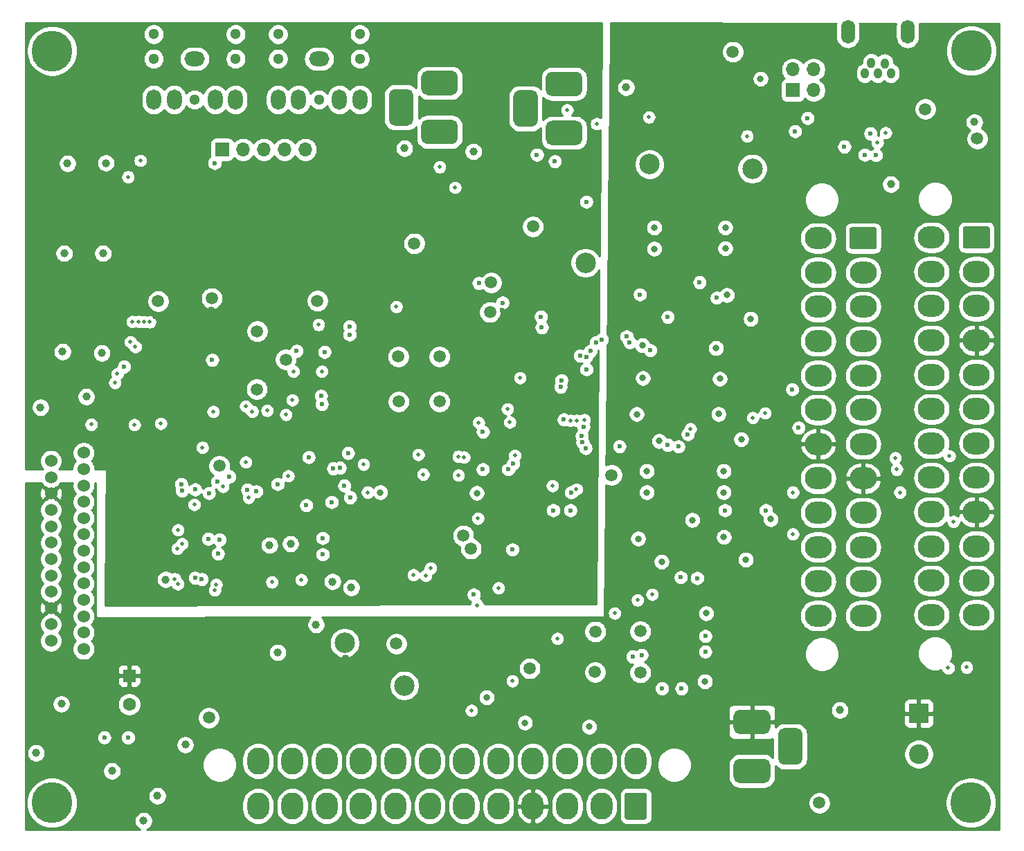
<source format=gbr>
G04 #@! TF.GenerationSoftware,KiCad,Pcbnew,5.1.7-a382d34a8~88~ubuntu20.04.1*
G04 #@! TF.CreationDate,2020-12-13T14:38:39-06:00*
G04 #@! TF.ProjectId,open-dash-daughterboard,6f70656e-2d64-4617-9368-2d6461756768,rev?*
G04 #@! TF.SameCoordinates,Original*
G04 #@! TF.FileFunction,Copper,L3,Inr*
G04 #@! TF.FilePolarity,Positive*
%FSLAX46Y46*%
G04 Gerber Fmt 4.6, Leading zero omitted, Abs format (unit mm)*
G04 Created by KiCad (PCBNEW 5.1.7-a382d34a8~88~ubuntu20.04.1) date 2020-12-13 14:38:39*
%MOMM*%
%LPD*%
G01*
G04 APERTURE LIST*
G04 #@! TA.AperFunction,ComponentPad*
%ADD10O,1.700000X1.700000*%
G04 #@! TD*
G04 #@! TA.AperFunction,ComponentPad*
%ADD11R,1.700000X1.700000*%
G04 #@! TD*
G04 #@! TA.AperFunction,ComponentPad*
%ADD12R,2.400000X2.400000*%
G04 #@! TD*
G04 #@! TA.AperFunction,ComponentPad*
%ADD13C,2.400000*%
G04 #@! TD*
G04 #@! TA.AperFunction,ComponentPad*
%ADD14R,1.600000X1.600000*%
G04 #@! TD*
G04 #@! TA.AperFunction,ComponentPad*
%ADD15C,1.600000*%
G04 #@! TD*
G04 #@! TA.AperFunction,ComponentPad*
%ADD16O,3.300000X2.700000*%
G04 #@! TD*
G04 #@! TA.AperFunction,ComponentPad*
%ADD17C,1.300000*%
G04 #@! TD*
G04 #@! TA.AperFunction,ComponentPad*
%ADD18O,2.500000X1.800000*%
G04 #@! TD*
G04 #@! TA.AperFunction,ComponentPad*
%ADD19O,1.800000X2.500000*%
G04 #@! TD*
G04 #@! TA.AperFunction,ComponentPad*
%ADD20O,1.700000X2.900000*%
G04 #@! TD*
G04 #@! TA.AperFunction,ComponentPad*
%ADD21O,1.000000X1.300000*%
G04 #@! TD*
G04 #@! TA.AperFunction,ComponentPad*
%ADD22C,1.524000*%
G04 #@! TD*
G04 #@! TA.AperFunction,ComponentPad*
%ADD23O,2.700000X3.300000*%
G04 #@! TD*
G04 #@! TA.AperFunction,WasherPad*
%ADD24C,5.000000*%
G04 #@! TD*
G04 #@! TA.AperFunction,ViaPad*
%ADD25C,0.600000*%
G04 #@! TD*
G04 #@! TA.AperFunction,ViaPad*
%ADD26C,1.000000*%
G04 #@! TD*
G04 #@! TA.AperFunction,ViaPad*
%ADD27C,2.000000*%
G04 #@! TD*
G04 #@! TA.AperFunction,ViaPad*
%ADD28C,1.500000*%
G04 #@! TD*
G04 #@! TA.AperFunction,ViaPad*
%ADD29C,0.800000*%
G04 #@! TD*
G04 #@! TA.AperFunction,ViaPad*
%ADD30C,2.500000*%
G04 #@! TD*
G04 #@! TA.AperFunction,ViaPad*
%ADD31C,0.500000*%
G04 #@! TD*
G04 #@! TA.AperFunction,Conductor*
%ADD32C,0.254000*%
G04 #@! TD*
G04 #@! TA.AperFunction,Conductor*
%ADD33C,0.100000*%
G04 #@! TD*
G04 APERTURE END LIST*
D10*
X185240000Y-51060000D03*
X185240000Y-53600000D03*
X182700000Y-51060000D03*
D11*
X182700000Y-53600000D03*
D12*
X198100000Y-129850000D03*
D13*
X198100000Y-134850000D03*
D14*
X101550000Y-125250000D03*
D15*
X101550000Y-128750000D03*
G04 #@! TA.AperFunction,ComponentPad*
G36*
G01*
X203748401Y-70260600D02*
X206548399Y-70260600D01*
G75*
G02*
X206798400Y-70510601I0J-250001D01*
G01*
X206798400Y-72710599D01*
G75*
G02*
X206548399Y-72960600I-250001J0D01*
G01*
X203748401Y-72960600D01*
G75*
G02*
X203498400Y-72710599I0J250001D01*
G01*
X203498400Y-70510601D01*
G75*
G02*
X203748401Y-70260600I250001J0D01*
G01*
G37*
G04 #@! TD.AperFunction*
D16*
X205148400Y-75810600D03*
X205148400Y-80010600D03*
X205148400Y-84210600D03*
X205148400Y-88410600D03*
X205148400Y-92610600D03*
X205148400Y-96810600D03*
X205148400Y-101010600D03*
X205148400Y-105210600D03*
X205148400Y-109410600D03*
X205148400Y-113610600D03*
X205148400Y-117810600D03*
X199648400Y-71610600D03*
X199648400Y-75810600D03*
X199648400Y-80010600D03*
X199648400Y-84210600D03*
X199648400Y-88410600D03*
X199648400Y-92610600D03*
X199648400Y-96810600D03*
X199648400Y-101010600D03*
X199648400Y-105210600D03*
X199648400Y-109410600D03*
X199648400Y-113610600D03*
X199648400Y-117810600D03*
G04 #@! TA.AperFunction,ComponentPad*
G36*
G01*
X183150000Y-136150000D02*
X181650000Y-136150000D01*
G75*
G02*
X180900000Y-135400000I0J750000D01*
G01*
X180900000Y-132400000D01*
G75*
G02*
X181650000Y-131650000I750000J0D01*
G01*
X183150000Y-131650000D01*
G75*
G02*
X183900000Y-132400000I0J-750000D01*
G01*
X183900000Y-135400000D01*
G75*
G02*
X183150000Y-136150000I-750000J0D01*
G01*
G37*
G04 #@! TD.AperFunction*
G04 #@! TA.AperFunction,ComponentPad*
G36*
G01*
X179200000Y-138400000D02*
X176200000Y-138400000D01*
G75*
G02*
X175450000Y-137650000I0J750000D01*
G01*
X175450000Y-136150000D01*
G75*
G02*
X176200000Y-135400000I750000J0D01*
G01*
X179200000Y-135400000D01*
G75*
G02*
X179950000Y-136150000I0J-750000D01*
G01*
X179950000Y-137650000D01*
G75*
G02*
X179200000Y-138400000I-750000J0D01*
G01*
G37*
G04 #@! TD.AperFunction*
G04 #@! TA.AperFunction,ComponentPad*
G36*
G01*
X179200000Y-132400000D02*
X176200000Y-132400000D01*
G75*
G02*
X175450000Y-131650000I0J750000D01*
G01*
X175450000Y-130150000D01*
G75*
G02*
X176200000Y-129400000I750000J0D01*
G01*
X179200000Y-129400000D01*
G75*
G02*
X179950000Y-130150000I0J-750000D01*
G01*
X179950000Y-131650000D01*
G75*
G02*
X179200000Y-132400000I-750000J0D01*
G01*
G37*
G04 #@! TD.AperFunction*
G04 #@! TA.AperFunction,ComponentPad*
G36*
G01*
X138000000Y-57200000D02*
X141000000Y-57200000D01*
G75*
G02*
X141750000Y-57950000I0J-750000D01*
G01*
X141750000Y-59450000D01*
G75*
G02*
X141000000Y-60200000I-750000J0D01*
G01*
X138000000Y-60200000D01*
G75*
G02*
X137250000Y-59450000I0J750000D01*
G01*
X137250000Y-57950000D01*
G75*
G02*
X138000000Y-57200000I750000J0D01*
G01*
G37*
G04 #@! TD.AperFunction*
G04 #@! TA.AperFunction,ComponentPad*
G36*
G01*
X138000000Y-51200000D02*
X141000000Y-51200000D01*
G75*
G02*
X141750000Y-51950000I0J-750000D01*
G01*
X141750000Y-53450000D01*
G75*
G02*
X141000000Y-54200000I-750000J0D01*
G01*
X138000000Y-54200000D01*
G75*
G02*
X137250000Y-53450000I0J750000D01*
G01*
X137250000Y-51950000D01*
G75*
G02*
X138000000Y-51200000I750000J0D01*
G01*
G37*
G04 #@! TD.AperFunction*
G04 #@! TA.AperFunction,ComponentPad*
G36*
G01*
X134050000Y-53450000D02*
X135550000Y-53450000D01*
G75*
G02*
X136300000Y-54200000I0J-750000D01*
G01*
X136300000Y-57200000D01*
G75*
G02*
X135550000Y-57950000I-750000J0D01*
G01*
X134050000Y-57950000D01*
G75*
G02*
X133300000Y-57200000I0J750000D01*
G01*
X133300000Y-54200000D01*
G75*
G02*
X134050000Y-53450000I750000J0D01*
G01*
G37*
G04 #@! TD.AperFunction*
G04 #@! TA.AperFunction,ComponentPad*
G36*
G01*
X149276000Y-53578000D02*
X150776000Y-53578000D01*
G75*
G02*
X151526000Y-54328000I0J-750000D01*
G01*
X151526000Y-57328000D01*
G75*
G02*
X150776000Y-58078000I-750000J0D01*
G01*
X149276000Y-58078000D01*
G75*
G02*
X148526000Y-57328000I0J750000D01*
G01*
X148526000Y-54328000D01*
G75*
G02*
X149276000Y-53578000I750000J0D01*
G01*
G37*
G04 #@! TD.AperFunction*
G04 #@! TA.AperFunction,ComponentPad*
G36*
G01*
X153226000Y-51328000D02*
X156226000Y-51328000D01*
G75*
G02*
X156976000Y-52078000I0J-750000D01*
G01*
X156976000Y-53578000D01*
G75*
G02*
X156226000Y-54328000I-750000J0D01*
G01*
X153226000Y-54328000D01*
G75*
G02*
X152476000Y-53578000I0J750000D01*
G01*
X152476000Y-52078000D01*
G75*
G02*
X153226000Y-51328000I750000J0D01*
G01*
G37*
G04 #@! TD.AperFunction*
G04 #@! TA.AperFunction,ComponentPad*
G36*
G01*
X153226000Y-57328000D02*
X156226000Y-57328000D01*
G75*
G02*
X156976000Y-58078000I0J-750000D01*
G01*
X156976000Y-59578000D01*
G75*
G02*
X156226000Y-60328000I-750000J0D01*
G01*
X153226000Y-60328000D01*
G75*
G02*
X152476000Y-59578000I0J750000D01*
G01*
X152476000Y-58078000D01*
G75*
G02*
X153226000Y-57328000I750000J0D01*
G01*
G37*
G04 #@! TD.AperFunction*
D17*
X114553800Y-46740100D03*
X104546200Y-46740100D03*
X104546200Y-49750000D03*
X114553800Y-49750000D03*
D18*
X109550000Y-49750000D03*
D17*
X109550000Y-54753800D03*
D19*
X114553800Y-54753800D03*
X104546200Y-54753800D03*
X107048100Y-54753800D03*
X112051900Y-54753800D03*
D11*
X112920000Y-60850000D03*
D10*
X115460000Y-60850000D03*
X118000000Y-60850000D03*
X120540000Y-60850000D03*
X123080000Y-60850000D03*
D19*
X127251900Y-54753800D03*
X122248100Y-54753800D03*
X119746200Y-54753800D03*
X129753800Y-54753800D03*
D17*
X124750000Y-54753800D03*
D18*
X124750000Y-49750000D03*
D17*
X129753800Y-49750000D03*
X119746200Y-49750000D03*
X119746200Y-46740100D03*
X129753800Y-46740100D03*
D20*
X196732400Y-46445400D03*
X189442600Y-46445400D03*
D21*
X193100200Y-51500000D03*
X192287400Y-50280800D03*
X193913000Y-50306200D03*
X194700400Y-51500000D03*
X191500000Y-51500000D03*
D22*
X91979500Y-114955600D03*
X91979500Y-112961700D03*
X91979500Y-104960700D03*
X91979500Y-118956100D03*
X91979500Y-108961200D03*
X91979500Y-116962200D03*
X91979500Y-106954600D03*
X91979500Y-110955100D03*
X91979500Y-98953600D03*
X91979500Y-120962700D03*
X91979500Y-100960200D03*
X91979500Y-102954100D03*
X95980000Y-103957400D03*
X95980000Y-101963500D03*
X95980000Y-97963000D03*
X95980000Y-99956900D03*
X95980000Y-105964000D03*
X95980000Y-111958400D03*
X95980000Y-109964500D03*
X95980000Y-107957900D03*
X95980000Y-113965000D03*
X95980000Y-115958900D03*
X95980000Y-117965500D03*
X95980000Y-119959400D03*
X95980000Y-121966000D03*
G04 #@! TA.AperFunction,ComponentPad*
G36*
G01*
X164850000Y-139800001D02*
X164850000Y-142599999D01*
G75*
G02*
X164599999Y-142850000I-250001J0D01*
G01*
X162400001Y-142850000D01*
G75*
G02*
X162150000Y-142599999I0J250001D01*
G01*
X162150000Y-139800001D01*
G75*
G02*
X162400001Y-139550000I250001J0D01*
G01*
X164599999Y-139550000D01*
G75*
G02*
X164850000Y-139800001I0J-250001D01*
G01*
G37*
G04 #@! TD.AperFunction*
D23*
X159300000Y-141200000D03*
X155100000Y-141200000D03*
X150900000Y-141200000D03*
X146700000Y-141200000D03*
X142500000Y-141200000D03*
X138300000Y-141200000D03*
X134100000Y-141200000D03*
X129900000Y-141200000D03*
X125700000Y-141200000D03*
X121500000Y-141200000D03*
X117300000Y-141200000D03*
X163500000Y-135700000D03*
X159300000Y-135700000D03*
X155100000Y-135700000D03*
X150900000Y-135700000D03*
X146700000Y-135700000D03*
X142500000Y-135700000D03*
X138300000Y-135700000D03*
X134100000Y-135700000D03*
X129900000Y-135700000D03*
X125700000Y-135700000D03*
X121500000Y-135700000D03*
X117300000Y-135700000D03*
G04 #@! TA.AperFunction,ComponentPad*
G36*
G01*
X189900001Y-70350000D02*
X192699999Y-70350000D01*
G75*
G02*
X192950000Y-70600001I0J-250001D01*
G01*
X192950000Y-72799999D01*
G75*
G02*
X192699999Y-73050000I-250001J0D01*
G01*
X189900001Y-73050000D01*
G75*
G02*
X189650000Y-72799999I0J250001D01*
G01*
X189650000Y-70600001D01*
G75*
G02*
X189900001Y-70350000I250001J0D01*
G01*
G37*
G04 #@! TD.AperFunction*
D16*
X191300000Y-75900000D03*
X191300000Y-80100000D03*
X191300000Y-84300000D03*
X191300000Y-88500000D03*
X191300000Y-92700000D03*
X191300000Y-96900000D03*
X191300000Y-101100000D03*
X191300000Y-105300000D03*
X191300000Y-109500000D03*
X191300000Y-113700000D03*
X191300000Y-117900000D03*
X185800000Y-71700000D03*
X185800000Y-75900000D03*
X185800000Y-80100000D03*
X185800000Y-84300000D03*
X185800000Y-88500000D03*
X185800000Y-92700000D03*
X185800000Y-96900000D03*
X185800000Y-101100000D03*
X185800000Y-105300000D03*
X185800000Y-109500000D03*
X185800000Y-113700000D03*
X185800000Y-117900000D03*
D24*
X92100500Y-140799500D03*
X204487900Y-140786800D03*
X204538700Y-48775300D03*
X92113200Y-48788000D03*
D25*
X165400000Y-106850000D03*
X165350000Y-91650000D03*
X174350000Y-91650000D03*
X175750000Y-77100000D03*
X166500000Y-77100000D03*
D26*
X150050000Y-126650000D03*
D27*
X146650000Y-126600000D03*
X188450000Y-132250000D03*
D25*
X184950000Y-130800000D03*
D26*
X161800000Y-65700000D03*
X91900000Y-134700000D03*
X141200010Y-127900000D03*
X160751062Y-64158608D03*
D25*
X126100000Y-118725000D03*
X175250000Y-106800010D03*
D28*
X177500000Y-49300000D03*
D26*
X128000000Y-123174990D03*
D28*
X185950000Y-140800000D03*
X158500000Y-124800000D03*
X158550000Y-119850000D03*
X164050000Y-119800000D03*
X164050000Y-124850000D03*
X120700000Y-86550000D03*
X117200000Y-83100000D03*
X117150000Y-90200000D03*
X111650000Y-79050000D03*
X134450000Y-86200000D03*
X139500000Y-86200000D03*
X139500000Y-91700000D03*
X134500000Y-91700000D03*
D29*
X165750000Y-70400000D03*
X165750000Y-73000000D03*
X174450000Y-70400000D03*
X174450000Y-72950000D03*
X173300000Y-85150000D03*
X174250000Y-102800000D03*
X174250000Y-100200000D03*
X164850000Y-100200000D03*
X164850000Y-102800000D03*
X172100000Y-117600000D03*
X171950000Y-125950000D03*
X145250000Y-127900000D03*
X149950000Y-131000000D03*
X166650000Y-111300000D03*
X176950000Y-111050000D03*
X132250000Y-102800000D03*
X144050000Y-102900000D03*
X176400000Y-96300000D03*
D26*
X194700000Y-65100000D03*
X204900000Y-57500000D03*
D30*
X177750000Y-63200000D03*
D28*
X175350000Y-48900000D03*
D26*
X162300000Y-53250000D03*
X188450000Y-129450000D03*
X124400000Y-119000000D03*
X128700000Y-114450000D03*
D28*
X142400000Y-108100000D03*
D26*
X93400000Y-85600000D03*
X98200000Y-85750000D03*
X98350000Y-73550000D03*
X93600000Y-73550000D03*
X94000000Y-62550000D03*
X98700000Y-62500000D03*
X90150000Y-134700000D03*
X93250000Y-128700000D03*
X108400000Y-133700000D03*
X105000000Y-139950000D03*
X103300000Y-143000000D03*
X90700000Y-92400000D03*
X135200000Y-60700000D03*
X143650000Y-61100000D03*
D25*
X192200000Y-58900000D03*
X192850000Y-61550000D03*
X157450000Y-67250000D03*
D29*
X174644094Y-78664411D03*
D25*
X167400000Y-81350000D03*
X164000000Y-78600000D03*
D29*
X163789226Y-108479544D03*
X174265623Y-108275020D03*
D28*
X134215999Y-121332999D03*
X150925600Y-70285400D03*
D29*
X178750000Y-52200000D03*
D28*
X112575010Y-99574218D03*
D25*
X144300000Y-77200000D03*
X151900000Y-81300000D03*
X152000000Y-82600000D03*
D31*
X149336104Y-88792498D03*
D26*
X119700000Y-122400000D03*
D25*
X98500000Y-132800000D03*
D26*
X99450000Y-136900000D03*
D25*
X101410154Y-132810154D03*
D26*
X126400000Y-113725000D03*
D25*
X143675000Y-115325000D03*
D29*
X177551654Y-81574990D03*
D25*
X128300000Y-98000000D03*
D26*
X106000000Y-113474990D03*
D29*
X163605014Y-93242271D03*
X166354545Y-96525054D03*
D28*
X136400000Y-72350000D03*
D25*
X148400032Y-109800000D03*
D29*
X173612212Y-93225010D03*
X164300000Y-84824935D03*
X164359701Y-88825010D03*
X173775460Y-88900780D03*
D30*
X157350000Y-74724990D03*
D28*
X105092573Y-79405426D03*
D26*
X96300000Y-91100000D03*
D28*
X124550000Y-79375010D03*
X150524990Y-124346361D03*
X111283918Y-130380778D03*
D30*
X127896147Y-121227745D03*
X135189123Y-126447912D03*
D28*
X143324990Y-109701760D03*
D30*
X165171793Y-62645874D03*
D26*
X118715000Y-109275000D03*
X121275000Y-109100000D03*
D28*
X205250000Y-59525000D03*
D25*
X93300000Y-77750000D03*
X148850000Y-62650000D03*
X158100000Y-70250000D03*
X155000000Y-84100000D03*
X149350000Y-84150000D03*
X147150000Y-80450000D03*
X148350000Y-87550000D03*
D26*
X156850000Y-90050000D03*
D25*
X156750000Y-80450000D03*
D26*
X111600000Y-80600000D03*
X136350000Y-101450000D03*
D25*
X93300000Y-54350000D03*
X93500000Y-65550000D03*
D28*
X116250000Y-114250000D03*
D25*
X158400000Y-66430000D03*
D28*
X136100000Y-107500000D03*
D25*
X122600000Y-116300000D03*
X154224980Y-79544520D03*
D28*
X152475010Y-115250000D03*
D25*
X151337847Y-109421745D03*
X148400000Y-96500000D03*
X152100000Y-94500000D03*
D26*
X140465399Y-97574990D03*
X104842573Y-81144952D03*
D30*
X131613701Y-107386299D03*
D26*
X152235273Y-99973624D03*
D28*
X157401144Y-99472271D03*
D29*
X158078012Y-60767113D03*
D28*
X160530195Y-100690090D03*
X145655214Y-80744276D03*
X145800000Y-77124990D03*
D31*
X102300000Y-85000000D03*
X102654983Y-81913436D03*
X103354876Y-81926333D03*
X99800000Y-89400000D03*
X101700000Y-84400000D03*
X101955036Y-81922949D03*
X104066002Y-81964232D03*
X100100000Y-88300000D03*
X193050000Y-60000000D03*
X194050000Y-58800000D03*
D29*
X157800000Y-131500000D03*
D28*
X198900000Y-55900000D03*
D31*
X156306594Y-94006594D03*
X177800000Y-93675010D03*
D25*
X154700000Y-93900000D03*
X182626456Y-90210354D03*
D31*
X155500000Y-94000000D03*
X179300000Y-93100000D03*
D25*
X154400000Y-89100000D03*
X154300000Y-89900000D03*
X157466158Y-87755907D03*
D31*
X195224990Y-98575010D03*
X195400000Y-100000000D03*
X157206594Y-93919782D03*
X170173731Y-95025021D03*
D29*
X170400000Y-106200000D03*
X180000000Y-106100000D03*
D25*
X125200000Y-110400000D03*
X125200000Y-108400000D03*
X127300000Y-99800000D03*
D31*
X119000000Y-113800000D03*
X122600000Y-113500000D03*
X177100000Y-59200000D03*
X102900000Y-62200000D03*
X101400000Y-64200000D03*
D25*
X127866452Y-101971432D03*
D31*
X107475201Y-114024799D03*
X112010489Y-114756018D03*
D25*
X153600000Y-62300000D03*
D31*
X201700000Y-124300000D03*
X203945185Y-124218405D03*
X202348380Y-106387733D03*
D25*
X147200000Y-79600000D03*
X171300000Y-77100000D03*
X173400000Y-79000000D03*
D31*
X142500000Y-98500000D03*
X144200000Y-106000000D03*
X144100000Y-116600000D03*
X143400000Y-129500000D03*
D25*
X166700000Y-126800000D03*
X169100000Y-126800000D03*
D31*
X195800000Y-102800000D03*
X182700000Y-102800000D03*
X182700000Y-107900000D03*
X165500000Y-115300000D03*
X163700000Y-116000000D03*
X153900000Y-120700000D03*
X201856594Y-98356594D03*
X160900000Y-117600000D03*
D25*
X119700000Y-101800000D03*
X144800000Y-100000000D03*
X147900000Y-100000000D03*
X183400000Y-94900000D03*
X128567987Y-103425010D03*
D31*
X153300000Y-102000000D03*
D25*
X108000000Y-102600000D03*
X112300000Y-101500000D03*
X116000000Y-102500000D03*
X123200000Y-104400000D03*
X107900000Y-101800000D03*
X117100000Y-102700000D03*
X126300000Y-104000000D03*
X113800000Y-100874990D03*
D31*
X120700000Y-93300000D03*
D25*
X148500000Y-99300000D03*
X179400000Y-105000000D03*
X155600010Y-102820860D03*
D31*
X116600000Y-92900000D03*
X118400000Y-92800000D03*
X121500000Y-91500000D03*
X148700000Y-98300000D03*
X156233713Y-102419690D03*
D25*
X125425032Y-85625803D03*
X122024979Y-85500000D03*
X128500000Y-83500000D03*
X189000000Y-60500000D03*
X128500000Y-82500000D03*
X191500000Y-61500000D03*
X157449959Y-86232148D03*
X156662406Y-86091508D03*
D31*
X108000000Y-109100011D03*
X107120780Y-113388969D03*
X158700000Y-57700000D03*
X155100000Y-56000000D03*
X112172492Y-114075010D03*
D25*
X112000000Y-62500000D03*
X184500000Y-57000000D03*
X182976279Y-58618711D03*
D31*
X115800000Y-99100000D03*
X121000000Y-100800000D03*
X130700000Y-102800000D03*
X136300000Y-112900000D03*
X146700000Y-114500000D03*
X115786945Y-92273890D03*
X165100000Y-56900000D03*
X139500000Y-63000000D03*
X124700000Y-82300000D03*
D25*
X151407877Y-61492123D03*
D31*
X134200000Y-80100000D03*
X141400000Y-65500000D03*
X107500000Y-107400000D03*
X110500000Y-97300000D03*
X125100000Y-88000000D03*
X121624968Y-88000000D03*
X111820050Y-92924990D03*
X107424990Y-109687008D03*
D25*
X111700000Y-86600000D03*
X100925010Y-87423327D03*
D31*
X96900000Y-94500000D03*
D25*
X162375443Y-83737806D03*
X159344729Y-84104231D03*
X158632657Y-84468885D03*
X162750285Y-84444567D03*
X165261943Y-85413583D03*
X157961984Y-85500439D03*
X157367787Y-97399080D03*
X161493432Y-97187913D03*
X168700000Y-97200000D03*
X156891949Y-95891949D03*
X157100000Y-94800000D03*
X169855011Y-95703943D03*
X167400000Y-97000000D03*
X156995304Y-96691073D03*
X169000000Y-113200000D03*
X171000000Y-113300000D03*
X125100000Y-92000000D03*
X110423050Y-113439928D03*
X164200000Y-122700000D03*
X172000000Y-120400000D03*
X172000000Y-122300000D03*
X163100000Y-122900000D03*
X125000000Y-91000000D03*
X109591889Y-113274990D03*
D31*
X141800000Y-100700000D03*
X138400000Y-112100000D03*
X141800000Y-98400000D03*
X136900000Y-98200000D03*
X137500000Y-100600000D03*
X137800000Y-113000000D03*
X148400000Y-125900000D03*
D25*
X112400000Y-110300000D03*
X112600000Y-108600000D03*
X111308051Y-102908051D03*
X109608029Y-102458051D03*
D31*
X105415000Y-94385000D03*
X102185600Y-94529804D03*
D25*
X123500000Y-98500000D03*
X126500000Y-99874968D03*
X144801841Y-95381533D03*
D31*
X148101886Y-94223573D03*
X147800000Y-92600000D03*
X130200000Y-99400000D03*
X113000000Y-102100000D03*
X109500000Y-104300000D03*
X116143406Y-103456594D03*
X144274001Y-94265938D03*
D25*
X111200000Y-108500000D03*
X174400000Y-105000000D03*
X155500000Y-105000000D03*
X153400000Y-105000000D03*
D32*
X188025448Y-45401459D02*
X187979087Y-45554289D01*
X187957600Y-45772450D01*
X187957600Y-47118349D01*
X187979087Y-47336510D01*
X188064001Y-47616433D01*
X188201894Y-47874413D01*
X188387466Y-48100534D01*
X188613586Y-48286106D01*
X188871566Y-48423999D01*
X189151489Y-48508913D01*
X189442600Y-48537585D01*
X189733710Y-48508913D01*
X190013633Y-48423999D01*
X190271613Y-48286106D01*
X190497734Y-48100534D01*
X190683306Y-47874414D01*
X190821199Y-47616434D01*
X190906113Y-47336511D01*
X190927600Y-47118350D01*
X190927600Y-45772450D01*
X190906113Y-45554289D01*
X190860109Y-45402636D01*
X195314330Y-45404485D01*
X195268887Y-45554289D01*
X195247400Y-45772450D01*
X195247400Y-47118349D01*
X195268887Y-47336510D01*
X195353801Y-47616433D01*
X195491694Y-47874413D01*
X195677266Y-48100534D01*
X195903386Y-48286106D01*
X196161366Y-48423999D01*
X196441289Y-48508913D01*
X196732400Y-48537585D01*
X197023510Y-48508913D01*
X197163230Y-48466529D01*
X201403700Y-48466529D01*
X201403700Y-49084071D01*
X201524176Y-49689746D01*
X201760499Y-50260279D01*
X202103586Y-50773746D01*
X202540254Y-51210414D01*
X203053721Y-51553501D01*
X203624254Y-51789824D01*
X204229929Y-51910300D01*
X204847471Y-51910300D01*
X205453146Y-51789824D01*
X206023679Y-51553501D01*
X206537146Y-51210414D01*
X206973814Y-50773746D01*
X207316901Y-50260279D01*
X207553224Y-49689746D01*
X207673700Y-49084071D01*
X207673700Y-48466529D01*
X207553224Y-47860854D01*
X207316901Y-47290321D01*
X206973814Y-46776854D01*
X206537146Y-46340186D01*
X206023679Y-45997099D01*
X205453146Y-45760776D01*
X204847471Y-45640300D01*
X204229929Y-45640300D01*
X203624254Y-45760776D01*
X203053721Y-45997099D01*
X202540254Y-46340186D01*
X202103586Y-46776854D01*
X201760499Y-47290321D01*
X201524176Y-47860854D01*
X201403700Y-48466529D01*
X197163230Y-48466529D01*
X197303433Y-48423999D01*
X197561413Y-48286106D01*
X197787534Y-48100534D01*
X197973106Y-47874414D01*
X198110999Y-47616434D01*
X198195913Y-47336511D01*
X198217400Y-47118350D01*
X198217400Y-45772450D01*
X198195913Y-45554289D01*
X198150827Y-45405662D01*
X207890001Y-45409705D01*
X207890000Y-144089706D01*
X103739492Y-144046472D01*
X103837624Y-144005824D01*
X104023520Y-143881612D01*
X104181612Y-143723520D01*
X104305824Y-143537624D01*
X104391383Y-143331067D01*
X104435000Y-143111788D01*
X104435000Y-142888212D01*
X104391383Y-142668933D01*
X104305824Y-142462376D01*
X104181612Y-142276480D01*
X104023520Y-142118388D01*
X103837624Y-141994176D01*
X103631067Y-141908617D01*
X103411788Y-141865000D01*
X103188212Y-141865000D01*
X102968933Y-141908617D01*
X102762376Y-141994176D01*
X102576480Y-142118388D01*
X102418388Y-142276480D01*
X102294176Y-142462376D01*
X102208617Y-142668933D01*
X102165000Y-142888212D01*
X102165000Y-143111788D01*
X102208617Y-143331067D01*
X102294176Y-143537624D01*
X102418388Y-143723520D01*
X102576480Y-143881612D01*
X102762376Y-144005824D01*
X102859626Y-144046106D01*
X88860000Y-144040295D01*
X88860000Y-140490729D01*
X88965500Y-140490729D01*
X88965500Y-141108271D01*
X89085976Y-141713946D01*
X89322299Y-142284479D01*
X89665386Y-142797946D01*
X90102054Y-143234614D01*
X90615521Y-143577701D01*
X91186054Y-143814024D01*
X91791729Y-143934500D01*
X92409271Y-143934500D01*
X93014946Y-143814024D01*
X93585479Y-143577701D01*
X94098946Y-143234614D01*
X94535614Y-142797946D01*
X94878701Y-142284479D01*
X95115024Y-141713946D01*
X95235500Y-141108271D01*
X95235500Y-140490729D01*
X95115024Y-139885054D01*
X95095622Y-139838212D01*
X103865000Y-139838212D01*
X103865000Y-140061788D01*
X103908617Y-140281067D01*
X103994176Y-140487624D01*
X104118388Y-140673520D01*
X104276480Y-140831612D01*
X104462376Y-140955824D01*
X104668933Y-141041383D01*
X104888212Y-141085000D01*
X105111788Y-141085000D01*
X105331067Y-141041383D01*
X105537624Y-140955824D01*
X105723520Y-140831612D01*
X105752642Y-140802490D01*
X115315000Y-140802490D01*
X115315000Y-141597509D01*
X115343722Y-141889127D01*
X115457226Y-142263301D01*
X115641547Y-142608143D01*
X115889602Y-142910398D01*
X116191857Y-143158453D01*
X116536698Y-143342774D01*
X116910872Y-143456278D01*
X117300000Y-143494604D01*
X117689127Y-143456278D01*
X118063301Y-143342774D01*
X118408143Y-143158453D01*
X118710398Y-142910398D01*
X118958453Y-142608143D01*
X119142774Y-142263302D01*
X119256278Y-141889128D01*
X119285000Y-141597510D01*
X119285000Y-140802491D01*
X119285000Y-140802490D01*
X119515000Y-140802490D01*
X119515000Y-141597509D01*
X119543722Y-141889127D01*
X119657226Y-142263301D01*
X119841547Y-142608143D01*
X120089602Y-142910398D01*
X120391857Y-143158453D01*
X120736698Y-143342774D01*
X121110872Y-143456278D01*
X121500000Y-143494604D01*
X121889127Y-143456278D01*
X122263301Y-143342774D01*
X122608143Y-143158453D01*
X122910398Y-142910398D01*
X123158453Y-142608143D01*
X123342774Y-142263302D01*
X123456278Y-141889128D01*
X123485000Y-141597510D01*
X123485000Y-140802491D01*
X123485000Y-140802490D01*
X123715000Y-140802490D01*
X123715000Y-141597509D01*
X123743722Y-141889127D01*
X123857226Y-142263301D01*
X124041547Y-142608143D01*
X124289602Y-142910398D01*
X124591857Y-143158453D01*
X124936698Y-143342774D01*
X125310872Y-143456278D01*
X125700000Y-143494604D01*
X126089127Y-143456278D01*
X126463301Y-143342774D01*
X126808143Y-143158453D01*
X127110398Y-142910398D01*
X127358453Y-142608143D01*
X127542774Y-142263302D01*
X127656278Y-141889128D01*
X127685000Y-141597510D01*
X127685000Y-140802491D01*
X127685000Y-140802490D01*
X127915000Y-140802490D01*
X127915000Y-141597509D01*
X127943722Y-141889127D01*
X128057226Y-142263301D01*
X128241547Y-142608143D01*
X128489602Y-142910398D01*
X128791857Y-143158453D01*
X129136698Y-143342774D01*
X129510872Y-143456278D01*
X129900000Y-143494604D01*
X130289127Y-143456278D01*
X130663301Y-143342774D01*
X131008143Y-143158453D01*
X131310398Y-142910398D01*
X131558453Y-142608143D01*
X131742774Y-142263302D01*
X131856278Y-141889128D01*
X131885000Y-141597510D01*
X131885000Y-140802491D01*
X131885000Y-140802490D01*
X132115000Y-140802490D01*
X132115000Y-141597509D01*
X132143722Y-141889127D01*
X132257226Y-142263301D01*
X132441547Y-142608143D01*
X132689602Y-142910398D01*
X132991857Y-143158453D01*
X133336698Y-143342774D01*
X133710872Y-143456278D01*
X134100000Y-143494604D01*
X134489127Y-143456278D01*
X134863301Y-143342774D01*
X135208143Y-143158453D01*
X135510398Y-142910398D01*
X135758453Y-142608143D01*
X135942774Y-142263302D01*
X136056278Y-141889128D01*
X136085000Y-141597510D01*
X136085000Y-140802491D01*
X136085000Y-140802490D01*
X136315000Y-140802490D01*
X136315000Y-141597509D01*
X136343722Y-141889127D01*
X136457226Y-142263301D01*
X136641547Y-142608143D01*
X136889602Y-142910398D01*
X137191857Y-143158453D01*
X137536698Y-143342774D01*
X137910872Y-143456278D01*
X138300000Y-143494604D01*
X138689127Y-143456278D01*
X139063301Y-143342774D01*
X139408143Y-143158453D01*
X139710398Y-142910398D01*
X139958453Y-142608143D01*
X140142774Y-142263302D01*
X140256278Y-141889128D01*
X140285000Y-141597510D01*
X140285000Y-140802491D01*
X140285000Y-140802490D01*
X140515000Y-140802490D01*
X140515000Y-141597509D01*
X140543722Y-141889127D01*
X140657226Y-142263301D01*
X140841547Y-142608143D01*
X141089602Y-142910398D01*
X141391857Y-143158453D01*
X141736698Y-143342774D01*
X142110872Y-143456278D01*
X142500000Y-143494604D01*
X142889127Y-143456278D01*
X143263301Y-143342774D01*
X143608143Y-143158453D01*
X143910398Y-142910398D01*
X144158453Y-142608143D01*
X144342774Y-142263302D01*
X144456278Y-141889128D01*
X144485000Y-141597510D01*
X144485000Y-140802491D01*
X144485000Y-140802490D01*
X144715000Y-140802490D01*
X144715000Y-141597509D01*
X144743722Y-141889127D01*
X144857226Y-142263301D01*
X145041547Y-142608143D01*
X145289602Y-142910398D01*
X145591857Y-143158453D01*
X145936698Y-143342774D01*
X146310872Y-143456278D01*
X146700000Y-143494604D01*
X147089127Y-143456278D01*
X147463301Y-143342774D01*
X147808143Y-143158453D01*
X148110398Y-142910398D01*
X148358453Y-142608143D01*
X148542774Y-142263302D01*
X148656278Y-141889128D01*
X148685000Y-141597510D01*
X148685000Y-141327000D01*
X148915000Y-141327000D01*
X148915000Y-141627000D01*
X148977918Y-142011814D01*
X149114700Y-142376959D01*
X149320090Y-142708403D01*
X149586195Y-142993409D01*
X149902789Y-143221024D01*
X150257705Y-143382501D01*
X150464677Y-143436677D01*
X150773000Y-143321829D01*
X150773000Y-141327000D01*
X151027000Y-141327000D01*
X151027000Y-143321829D01*
X151335323Y-143436677D01*
X151542295Y-143382501D01*
X151897211Y-143221024D01*
X152213805Y-142993409D01*
X152479910Y-142708403D01*
X152685300Y-142376959D01*
X152822082Y-142011814D01*
X152885000Y-141627000D01*
X152885000Y-141327000D01*
X151027000Y-141327000D01*
X150773000Y-141327000D01*
X148915000Y-141327000D01*
X148685000Y-141327000D01*
X148685000Y-140802491D01*
X148682096Y-140773000D01*
X148915000Y-140773000D01*
X148915000Y-141073000D01*
X150773000Y-141073000D01*
X150773000Y-139078171D01*
X151027000Y-139078171D01*
X151027000Y-141073000D01*
X152885000Y-141073000D01*
X152885000Y-140802490D01*
X153115000Y-140802490D01*
X153115000Y-141597509D01*
X153143722Y-141889127D01*
X153257226Y-142263301D01*
X153441547Y-142608143D01*
X153689602Y-142910398D01*
X153991857Y-143158453D01*
X154336698Y-143342774D01*
X154710872Y-143456278D01*
X155100000Y-143494604D01*
X155489127Y-143456278D01*
X155863301Y-143342774D01*
X156208143Y-143158453D01*
X156510398Y-142910398D01*
X156758453Y-142608143D01*
X156942774Y-142263302D01*
X157056278Y-141889128D01*
X157085000Y-141597510D01*
X157085000Y-140802491D01*
X157085000Y-140802490D01*
X157315000Y-140802490D01*
X157315000Y-141597509D01*
X157343722Y-141889127D01*
X157457226Y-142263301D01*
X157641547Y-142608143D01*
X157889602Y-142910398D01*
X158191857Y-143158453D01*
X158536698Y-143342774D01*
X158910872Y-143456278D01*
X159300000Y-143494604D01*
X159689127Y-143456278D01*
X160063301Y-143342774D01*
X160408143Y-143158453D01*
X160710398Y-142910398D01*
X160958453Y-142608143D01*
X161142774Y-142263302D01*
X161256278Y-141889128D01*
X161285000Y-141597510D01*
X161285000Y-140802491D01*
X161256278Y-140510873D01*
X161142774Y-140136698D01*
X160962807Y-139800001D01*
X161511928Y-139800001D01*
X161511928Y-142599999D01*
X161528992Y-142773253D01*
X161579529Y-142939850D01*
X161661595Y-143093386D01*
X161772039Y-143227961D01*
X161906614Y-143338405D01*
X162060150Y-143420471D01*
X162226747Y-143471008D01*
X162400001Y-143488072D01*
X164599999Y-143488072D01*
X164773253Y-143471008D01*
X164939850Y-143420471D01*
X165093386Y-143338405D01*
X165227961Y-143227961D01*
X165338405Y-143093386D01*
X165420471Y-142939850D01*
X165471008Y-142773253D01*
X165488072Y-142599999D01*
X165488072Y-140663589D01*
X184565000Y-140663589D01*
X184565000Y-140936411D01*
X184618225Y-141203989D01*
X184722629Y-141456043D01*
X184874201Y-141682886D01*
X185067114Y-141875799D01*
X185293957Y-142027371D01*
X185546011Y-142131775D01*
X185813589Y-142185000D01*
X186086411Y-142185000D01*
X186353989Y-142131775D01*
X186606043Y-142027371D01*
X186832886Y-141875799D01*
X187025799Y-141682886D01*
X187177371Y-141456043D01*
X187281775Y-141203989D01*
X187335000Y-140936411D01*
X187335000Y-140663589D01*
X187298090Y-140478029D01*
X201352900Y-140478029D01*
X201352900Y-141095571D01*
X201473376Y-141701246D01*
X201709699Y-142271779D01*
X202052786Y-142785246D01*
X202489454Y-143221914D01*
X203002921Y-143565001D01*
X203573454Y-143801324D01*
X204179129Y-143921800D01*
X204796671Y-143921800D01*
X205402346Y-143801324D01*
X205972879Y-143565001D01*
X206486346Y-143221914D01*
X206923014Y-142785246D01*
X207266101Y-142271779D01*
X207502424Y-141701246D01*
X207622900Y-141095571D01*
X207622900Y-140478029D01*
X207502424Y-139872354D01*
X207266101Y-139301821D01*
X206923014Y-138788354D01*
X206486346Y-138351686D01*
X205972879Y-138008599D01*
X205402346Y-137772276D01*
X204796671Y-137651800D01*
X204179129Y-137651800D01*
X203573454Y-137772276D01*
X203002921Y-138008599D01*
X202489454Y-138351686D01*
X202052786Y-138788354D01*
X201709699Y-139301821D01*
X201473376Y-139872354D01*
X201352900Y-140478029D01*
X187298090Y-140478029D01*
X187281775Y-140396011D01*
X187177371Y-140143957D01*
X187025799Y-139917114D01*
X186832886Y-139724201D01*
X186606043Y-139572629D01*
X186353989Y-139468225D01*
X186086411Y-139415000D01*
X185813589Y-139415000D01*
X185546011Y-139468225D01*
X185293957Y-139572629D01*
X185067114Y-139724201D01*
X184874201Y-139917114D01*
X184722629Y-140143957D01*
X184618225Y-140396011D01*
X184565000Y-140663589D01*
X165488072Y-140663589D01*
X165488072Y-139800001D01*
X165471008Y-139626747D01*
X165420471Y-139460150D01*
X165338405Y-139306614D01*
X165227961Y-139172039D01*
X165093386Y-139061595D01*
X164939850Y-138979529D01*
X164773253Y-138928992D01*
X164599999Y-138911928D01*
X162400001Y-138911928D01*
X162226747Y-138928992D01*
X162060150Y-138979529D01*
X161906614Y-139061595D01*
X161772039Y-139172039D01*
X161661595Y-139306614D01*
X161579529Y-139460150D01*
X161528992Y-139626747D01*
X161511928Y-139800001D01*
X160962807Y-139800001D01*
X160958453Y-139791857D01*
X160710398Y-139489602D01*
X160408143Y-139241547D01*
X160063302Y-139057226D01*
X159689128Y-138943722D01*
X159300000Y-138905396D01*
X158910873Y-138943722D01*
X158536699Y-139057226D01*
X158191858Y-139241547D01*
X157889603Y-139489602D01*
X157641547Y-139791857D01*
X157457226Y-140136698D01*
X157343722Y-140510872D01*
X157315000Y-140802490D01*
X157085000Y-140802490D01*
X157056278Y-140510873D01*
X156942774Y-140136698D01*
X156758453Y-139791857D01*
X156510398Y-139489602D01*
X156208143Y-139241547D01*
X155863302Y-139057226D01*
X155489128Y-138943722D01*
X155100000Y-138905396D01*
X154710873Y-138943722D01*
X154336699Y-139057226D01*
X153991858Y-139241547D01*
X153689603Y-139489602D01*
X153441547Y-139791857D01*
X153257226Y-140136698D01*
X153143722Y-140510872D01*
X153115000Y-140802490D01*
X152885000Y-140802490D01*
X152885000Y-140773000D01*
X152822082Y-140388186D01*
X152685300Y-140023041D01*
X152479910Y-139691597D01*
X152213805Y-139406591D01*
X151897211Y-139178976D01*
X151542295Y-139017499D01*
X151335323Y-138963323D01*
X151027000Y-139078171D01*
X150773000Y-139078171D01*
X150464677Y-138963323D01*
X150257705Y-139017499D01*
X149902789Y-139178976D01*
X149586195Y-139406591D01*
X149320090Y-139691597D01*
X149114700Y-140023041D01*
X148977918Y-140388186D01*
X148915000Y-140773000D01*
X148682096Y-140773000D01*
X148656278Y-140510873D01*
X148542774Y-140136698D01*
X148358453Y-139791857D01*
X148110398Y-139489602D01*
X147808143Y-139241547D01*
X147463302Y-139057226D01*
X147089128Y-138943722D01*
X146700000Y-138905396D01*
X146310873Y-138943722D01*
X145936699Y-139057226D01*
X145591858Y-139241547D01*
X145289603Y-139489602D01*
X145041547Y-139791857D01*
X144857226Y-140136698D01*
X144743722Y-140510872D01*
X144715000Y-140802490D01*
X144485000Y-140802490D01*
X144456278Y-140510873D01*
X144342774Y-140136698D01*
X144158453Y-139791857D01*
X143910398Y-139489602D01*
X143608143Y-139241547D01*
X143263302Y-139057226D01*
X142889128Y-138943722D01*
X142500000Y-138905396D01*
X142110873Y-138943722D01*
X141736699Y-139057226D01*
X141391858Y-139241547D01*
X141089603Y-139489602D01*
X140841547Y-139791857D01*
X140657226Y-140136698D01*
X140543722Y-140510872D01*
X140515000Y-140802490D01*
X140285000Y-140802490D01*
X140256278Y-140510873D01*
X140142774Y-140136698D01*
X139958453Y-139791857D01*
X139710398Y-139489602D01*
X139408143Y-139241547D01*
X139063302Y-139057226D01*
X138689128Y-138943722D01*
X138300000Y-138905396D01*
X137910873Y-138943722D01*
X137536699Y-139057226D01*
X137191858Y-139241547D01*
X136889603Y-139489602D01*
X136641547Y-139791857D01*
X136457226Y-140136698D01*
X136343722Y-140510872D01*
X136315000Y-140802490D01*
X136085000Y-140802490D01*
X136056278Y-140510873D01*
X135942774Y-140136698D01*
X135758453Y-139791857D01*
X135510398Y-139489602D01*
X135208143Y-139241547D01*
X134863302Y-139057226D01*
X134489128Y-138943722D01*
X134100000Y-138905396D01*
X133710873Y-138943722D01*
X133336699Y-139057226D01*
X132991858Y-139241547D01*
X132689603Y-139489602D01*
X132441547Y-139791857D01*
X132257226Y-140136698D01*
X132143722Y-140510872D01*
X132115000Y-140802490D01*
X131885000Y-140802490D01*
X131856278Y-140510873D01*
X131742774Y-140136698D01*
X131558453Y-139791857D01*
X131310398Y-139489602D01*
X131008143Y-139241547D01*
X130663302Y-139057226D01*
X130289128Y-138943722D01*
X129900000Y-138905396D01*
X129510873Y-138943722D01*
X129136699Y-139057226D01*
X128791858Y-139241547D01*
X128489603Y-139489602D01*
X128241547Y-139791857D01*
X128057226Y-140136698D01*
X127943722Y-140510872D01*
X127915000Y-140802490D01*
X127685000Y-140802490D01*
X127656278Y-140510873D01*
X127542774Y-140136698D01*
X127358453Y-139791857D01*
X127110398Y-139489602D01*
X126808143Y-139241547D01*
X126463302Y-139057226D01*
X126089128Y-138943722D01*
X125700000Y-138905396D01*
X125310873Y-138943722D01*
X124936699Y-139057226D01*
X124591858Y-139241547D01*
X124289603Y-139489602D01*
X124041547Y-139791857D01*
X123857226Y-140136698D01*
X123743722Y-140510872D01*
X123715000Y-140802490D01*
X123485000Y-140802490D01*
X123456278Y-140510873D01*
X123342774Y-140136698D01*
X123158453Y-139791857D01*
X122910398Y-139489602D01*
X122608143Y-139241547D01*
X122263302Y-139057226D01*
X121889128Y-138943722D01*
X121500000Y-138905396D01*
X121110873Y-138943722D01*
X120736699Y-139057226D01*
X120391858Y-139241547D01*
X120089603Y-139489602D01*
X119841547Y-139791857D01*
X119657226Y-140136698D01*
X119543722Y-140510872D01*
X119515000Y-140802490D01*
X119285000Y-140802490D01*
X119256278Y-140510873D01*
X119142774Y-140136698D01*
X118958453Y-139791857D01*
X118710398Y-139489602D01*
X118408143Y-139241547D01*
X118063302Y-139057226D01*
X117689128Y-138943722D01*
X117300000Y-138905396D01*
X116910873Y-138943722D01*
X116536699Y-139057226D01*
X116191858Y-139241547D01*
X115889603Y-139489602D01*
X115641547Y-139791857D01*
X115457226Y-140136698D01*
X115343722Y-140510872D01*
X115315000Y-140802490D01*
X105752642Y-140802490D01*
X105881612Y-140673520D01*
X106005824Y-140487624D01*
X106091383Y-140281067D01*
X106135000Y-140061788D01*
X106135000Y-139838212D01*
X106091383Y-139618933D01*
X106005824Y-139412376D01*
X105881612Y-139226480D01*
X105723520Y-139068388D01*
X105537624Y-138944176D01*
X105331067Y-138858617D01*
X105111788Y-138815000D01*
X104888212Y-138815000D01*
X104668933Y-138858617D01*
X104462376Y-138944176D01*
X104276480Y-139068388D01*
X104118388Y-139226480D01*
X103994176Y-139412376D01*
X103908617Y-139618933D01*
X103865000Y-139838212D01*
X95095622Y-139838212D01*
X94878701Y-139314521D01*
X94535614Y-138801054D01*
X94098946Y-138364386D01*
X93585479Y-138021299D01*
X93014946Y-137784976D01*
X92409271Y-137664500D01*
X91791729Y-137664500D01*
X91186054Y-137784976D01*
X90615521Y-138021299D01*
X90102054Y-138364386D01*
X89665386Y-138801054D01*
X89322299Y-139314521D01*
X89085976Y-139885054D01*
X88965500Y-140490729D01*
X88860000Y-140490729D01*
X88860000Y-136788212D01*
X98315000Y-136788212D01*
X98315000Y-137011788D01*
X98358617Y-137231067D01*
X98444176Y-137437624D01*
X98568388Y-137623520D01*
X98726480Y-137781612D01*
X98912376Y-137905824D01*
X99118933Y-137991383D01*
X99338212Y-138035000D01*
X99561788Y-138035000D01*
X99781067Y-137991383D01*
X99987624Y-137905824D01*
X100173520Y-137781612D01*
X100331612Y-137623520D01*
X100455824Y-137437624D01*
X100541383Y-137231067D01*
X100585000Y-137011788D01*
X100585000Y-136788212D01*
X100541383Y-136568933D01*
X100455824Y-136362376D01*
X100331612Y-136176480D01*
X100173520Y-136018388D01*
X100070753Y-135949721D01*
X110465000Y-135949721D01*
X110465000Y-136370279D01*
X110547047Y-136782756D01*
X110707988Y-137171302D01*
X110941637Y-137520983D01*
X111239017Y-137818363D01*
X111588698Y-138052012D01*
X111977244Y-138212953D01*
X112389721Y-138295000D01*
X112810279Y-138295000D01*
X113222756Y-138212953D01*
X113611302Y-138052012D01*
X113960983Y-137818363D01*
X114258363Y-137520983D01*
X114492012Y-137171302D01*
X114652953Y-136782756D01*
X114735000Y-136370279D01*
X114735000Y-135949721D01*
X114652953Y-135537244D01*
X114555715Y-135302490D01*
X115315000Y-135302490D01*
X115315000Y-136097509D01*
X115343722Y-136389127D01*
X115457226Y-136763301D01*
X115641547Y-137108143D01*
X115889602Y-137410398D01*
X116191857Y-137658453D01*
X116536698Y-137842774D01*
X116910872Y-137956278D01*
X117300000Y-137994604D01*
X117689127Y-137956278D01*
X118063301Y-137842774D01*
X118408143Y-137658453D01*
X118710398Y-137410398D01*
X118958453Y-137108143D01*
X119142774Y-136763302D01*
X119256278Y-136389128D01*
X119285000Y-136097510D01*
X119285000Y-135302491D01*
X119285000Y-135302490D01*
X119515000Y-135302490D01*
X119515000Y-136097509D01*
X119543722Y-136389127D01*
X119657226Y-136763301D01*
X119841547Y-137108143D01*
X120089602Y-137410398D01*
X120391857Y-137658453D01*
X120736698Y-137842774D01*
X121110872Y-137956278D01*
X121500000Y-137994604D01*
X121889127Y-137956278D01*
X122263301Y-137842774D01*
X122608143Y-137658453D01*
X122910398Y-137410398D01*
X123158453Y-137108143D01*
X123342774Y-136763302D01*
X123456278Y-136389128D01*
X123485000Y-136097510D01*
X123485000Y-135302491D01*
X123485000Y-135302490D01*
X123715000Y-135302490D01*
X123715000Y-136097509D01*
X123743722Y-136389127D01*
X123857226Y-136763301D01*
X124041547Y-137108143D01*
X124289602Y-137410398D01*
X124591857Y-137658453D01*
X124936698Y-137842774D01*
X125310872Y-137956278D01*
X125700000Y-137994604D01*
X126089127Y-137956278D01*
X126463301Y-137842774D01*
X126808143Y-137658453D01*
X127110398Y-137410398D01*
X127358453Y-137108143D01*
X127542774Y-136763302D01*
X127656278Y-136389128D01*
X127685000Y-136097510D01*
X127685000Y-135302491D01*
X127685000Y-135302490D01*
X127915000Y-135302490D01*
X127915000Y-136097509D01*
X127943722Y-136389127D01*
X128057226Y-136763301D01*
X128241547Y-137108143D01*
X128489602Y-137410398D01*
X128791857Y-137658453D01*
X129136698Y-137842774D01*
X129510872Y-137956278D01*
X129900000Y-137994604D01*
X130289127Y-137956278D01*
X130663301Y-137842774D01*
X131008143Y-137658453D01*
X131310398Y-137410398D01*
X131558453Y-137108143D01*
X131742774Y-136763302D01*
X131856278Y-136389128D01*
X131885000Y-136097510D01*
X131885000Y-135302491D01*
X131885000Y-135302490D01*
X132115000Y-135302490D01*
X132115000Y-136097509D01*
X132143722Y-136389127D01*
X132257226Y-136763301D01*
X132441547Y-137108143D01*
X132689602Y-137410398D01*
X132991857Y-137658453D01*
X133336698Y-137842774D01*
X133710872Y-137956278D01*
X134100000Y-137994604D01*
X134489127Y-137956278D01*
X134863301Y-137842774D01*
X135208143Y-137658453D01*
X135510398Y-137410398D01*
X135758453Y-137108143D01*
X135942774Y-136763302D01*
X136056278Y-136389128D01*
X136085000Y-136097510D01*
X136085000Y-135302491D01*
X136085000Y-135302490D01*
X136315000Y-135302490D01*
X136315000Y-136097509D01*
X136343722Y-136389127D01*
X136457226Y-136763301D01*
X136641547Y-137108143D01*
X136889602Y-137410398D01*
X137191857Y-137658453D01*
X137536698Y-137842774D01*
X137910872Y-137956278D01*
X138300000Y-137994604D01*
X138689127Y-137956278D01*
X139063301Y-137842774D01*
X139408143Y-137658453D01*
X139710398Y-137410398D01*
X139958453Y-137108143D01*
X140142774Y-136763302D01*
X140256278Y-136389128D01*
X140285000Y-136097510D01*
X140285000Y-135302491D01*
X140285000Y-135302490D01*
X140515000Y-135302490D01*
X140515000Y-136097509D01*
X140543722Y-136389127D01*
X140657226Y-136763301D01*
X140841547Y-137108143D01*
X141089602Y-137410398D01*
X141391857Y-137658453D01*
X141736698Y-137842774D01*
X142110872Y-137956278D01*
X142500000Y-137994604D01*
X142889127Y-137956278D01*
X143263301Y-137842774D01*
X143608143Y-137658453D01*
X143910398Y-137410398D01*
X144158453Y-137108143D01*
X144342774Y-136763302D01*
X144456278Y-136389128D01*
X144485000Y-136097510D01*
X144485000Y-135302491D01*
X144485000Y-135302490D01*
X144715000Y-135302490D01*
X144715000Y-136097509D01*
X144743722Y-136389127D01*
X144857226Y-136763301D01*
X145041547Y-137108143D01*
X145289602Y-137410398D01*
X145591857Y-137658453D01*
X145936698Y-137842774D01*
X146310872Y-137956278D01*
X146700000Y-137994604D01*
X147089127Y-137956278D01*
X147463301Y-137842774D01*
X147808143Y-137658453D01*
X148110398Y-137410398D01*
X148358453Y-137108143D01*
X148542774Y-136763302D01*
X148656278Y-136389128D01*
X148685000Y-136097510D01*
X148685000Y-135302491D01*
X148685000Y-135302490D01*
X148915000Y-135302490D01*
X148915000Y-136097509D01*
X148943722Y-136389127D01*
X149057226Y-136763301D01*
X149241547Y-137108143D01*
X149489602Y-137410398D01*
X149791857Y-137658453D01*
X150136698Y-137842774D01*
X150510872Y-137956278D01*
X150900000Y-137994604D01*
X151289127Y-137956278D01*
X151663301Y-137842774D01*
X152008143Y-137658453D01*
X152310398Y-137410398D01*
X152558453Y-137108143D01*
X152742774Y-136763302D01*
X152856278Y-136389128D01*
X152885000Y-136097510D01*
X152885000Y-135302491D01*
X152885000Y-135302490D01*
X153115000Y-135302490D01*
X153115000Y-136097509D01*
X153143722Y-136389127D01*
X153257226Y-136763301D01*
X153441547Y-137108143D01*
X153689602Y-137410398D01*
X153991857Y-137658453D01*
X154336698Y-137842774D01*
X154710872Y-137956278D01*
X155100000Y-137994604D01*
X155489127Y-137956278D01*
X155863301Y-137842774D01*
X156208143Y-137658453D01*
X156510398Y-137410398D01*
X156758453Y-137108143D01*
X156942774Y-136763302D01*
X157056278Y-136389128D01*
X157085000Y-136097510D01*
X157085000Y-135302491D01*
X157085000Y-135302490D01*
X157315000Y-135302490D01*
X157315000Y-136097509D01*
X157343722Y-136389127D01*
X157457226Y-136763301D01*
X157641547Y-137108143D01*
X157889602Y-137410398D01*
X158191857Y-137658453D01*
X158536698Y-137842774D01*
X158910872Y-137956278D01*
X159300000Y-137994604D01*
X159689127Y-137956278D01*
X160063301Y-137842774D01*
X160408143Y-137658453D01*
X160710398Y-137410398D01*
X160958453Y-137108143D01*
X161142774Y-136763302D01*
X161256278Y-136389128D01*
X161285000Y-136097510D01*
X161285000Y-135302491D01*
X161285000Y-135302490D01*
X161515000Y-135302490D01*
X161515000Y-136097509D01*
X161543722Y-136389127D01*
X161657226Y-136763301D01*
X161841547Y-137108143D01*
X162089602Y-137410398D01*
X162391857Y-137658453D01*
X162736698Y-137842774D01*
X163110872Y-137956278D01*
X163500000Y-137994604D01*
X163889127Y-137956278D01*
X164263301Y-137842774D01*
X164608143Y-137658453D01*
X164910398Y-137410398D01*
X165158453Y-137108143D01*
X165342774Y-136763302D01*
X165456278Y-136389128D01*
X165485000Y-136097510D01*
X165485000Y-135949721D01*
X166065000Y-135949721D01*
X166065000Y-136370279D01*
X166147047Y-136782756D01*
X166307988Y-137171302D01*
X166541637Y-137520983D01*
X166839017Y-137818363D01*
X167188698Y-138052012D01*
X167577244Y-138212953D01*
X167989721Y-138295000D01*
X168410279Y-138295000D01*
X168822756Y-138212953D01*
X169211302Y-138052012D01*
X169560983Y-137818363D01*
X169858363Y-137520983D01*
X170092012Y-137171302D01*
X170252953Y-136782756D01*
X170335000Y-136370279D01*
X170335000Y-136150000D01*
X174811928Y-136150000D01*
X174811928Y-137650000D01*
X174838599Y-137920799D01*
X174917589Y-138181192D01*
X175045860Y-138421171D01*
X175218485Y-138631515D01*
X175428829Y-138804140D01*
X175668808Y-138932411D01*
X175929201Y-139011401D01*
X176200000Y-139038072D01*
X179200000Y-139038072D01*
X179470799Y-139011401D01*
X179731192Y-138932411D01*
X179971171Y-138804140D01*
X180181515Y-138631515D01*
X180354140Y-138421171D01*
X180482411Y-138181192D01*
X180561401Y-137920799D01*
X180588072Y-137650000D01*
X180588072Y-136283532D01*
X180668485Y-136381515D01*
X180878829Y-136554140D01*
X181118808Y-136682411D01*
X181379201Y-136761401D01*
X181650000Y-136788072D01*
X183150000Y-136788072D01*
X183420799Y-136761401D01*
X183681192Y-136682411D01*
X183921171Y-136554140D01*
X184131515Y-136381515D01*
X184304140Y-136171171D01*
X184432411Y-135931192D01*
X184511401Y-135670799D01*
X184538072Y-135400000D01*
X184538072Y-134669268D01*
X196265000Y-134669268D01*
X196265000Y-135030732D01*
X196335518Y-135385250D01*
X196473844Y-135719199D01*
X196674662Y-136019744D01*
X196930256Y-136275338D01*
X197230801Y-136476156D01*
X197564750Y-136614482D01*
X197919268Y-136685000D01*
X198280732Y-136685000D01*
X198635250Y-136614482D01*
X198969199Y-136476156D01*
X199269744Y-136275338D01*
X199525338Y-136019744D01*
X199726156Y-135719199D01*
X199864482Y-135385250D01*
X199935000Y-135030732D01*
X199935000Y-134669268D01*
X199864482Y-134314750D01*
X199726156Y-133980801D01*
X199525338Y-133680256D01*
X199269744Y-133424662D01*
X198969199Y-133223844D01*
X198635250Y-133085518D01*
X198280732Y-133015000D01*
X197919268Y-133015000D01*
X197564750Y-133085518D01*
X197230801Y-133223844D01*
X196930256Y-133424662D01*
X196674662Y-133680256D01*
X196473844Y-133980801D01*
X196335518Y-134314750D01*
X196265000Y-134669268D01*
X184538072Y-134669268D01*
X184538072Y-132400000D01*
X184511401Y-132129201D01*
X184432411Y-131868808D01*
X184304140Y-131628829D01*
X184131515Y-131418485D01*
X183921171Y-131245860D01*
X183681192Y-131117589D01*
X183458383Y-131050000D01*
X196261928Y-131050000D01*
X196274188Y-131174482D01*
X196310498Y-131294180D01*
X196369463Y-131404494D01*
X196448815Y-131501185D01*
X196545506Y-131580537D01*
X196655820Y-131639502D01*
X196775518Y-131675812D01*
X196900000Y-131688072D01*
X197814250Y-131685000D01*
X197973000Y-131526250D01*
X197973000Y-129977000D01*
X198227000Y-129977000D01*
X198227000Y-131526250D01*
X198385750Y-131685000D01*
X199300000Y-131688072D01*
X199424482Y-131675812D01*
X199544180Y-131639502D01*
X199654494Y-131580537D01*
X199751185Y-131501185D01*
X199830537Y-131404494D01*
X199889502Y-131294180D01*
X199925812Y-131174482D01*
X199938072Y-131050000D01*
X199935000Y-130135750D01*
X199776250Y-129977000D01*
X198227000Y-129977000D01*
X197973000Y-129977000D01*
X196423750Y-129977000D01*
X196265000Y-130135750D01*
X196261928Y-131050000D01*
X183458383Y-131050000D01*
X183420799Y-131038599D01*
X183150000Y-131011928D01*
X181650000Y-131011928D01*
X181379201Y-131038599D01*
X181118808Y-131117589D01*
X180878829Y-131245860D01*
X180668485Y-131418485D01*
X180585844Y-131519184D01*
X180585000Y-131185750D01*
X180426250Y-131027000D01*
X177827000Y-131027000D01*
X177827000Y-132876250D01*
X177985750Y-133035000D01*
X179950000Y-133038072D01*
X180074482Y-133025812D01*
X180194180Y-132989502D01*
X180261928Y-132953289D01*
X180261928Y-135266468D01*
X180181515Y-135168485D01*
X179971171Y-134995860D01*
X179731192Y-134867589D01*
X179470799Y-134788599D01*
X179200000Y-134761928D01*
X176200000Y-134761928D01*
X175929201Y-134788599D01*
X175668808Y-134867589D01*
X175428829Y-134995860D01*
X175218485Y-135168485D01*
X175045860Y-135378829D01*
X174917589Y-135618808D01*
X174838599Y-135879201D01*
X174811928Y-136150000D01*
X170335000Y-136150000D01*
X170335000Y-135949721D01*
X170252953Y-135537244D01*
X170092012Y-135148698D01*
X169858363Y-134799017D01*
X169560983Y-134501637D01*
X169211302Y-134267988D01*
X168822756Y-134107047D01*
X168410279Y-134025000D01*
X167989721Y-134025000D01*
X167577244Y-134107047D01*
X167188698Y-134267988D01*
X166839017Y-134501637D01*
X166541637Y-134799017D01*
X166307988Y-135148698D01*
X166147047Y-135537244D01*
X166065000Y-135949721D01*
X165485000Y-135949721D01*
X165485000Y-135302491D01*
X165456278Y-135010873D01*
X165342774Y-134636698D01*
X165158453Y-134291857D01*
X164910398Y-133989602D01*
X164608143Y-133741547D01*
X164263302Y-133557226D01*
X163889128Y-133443722D01*
X163500000Y-133405396D01*
X163110873Y-133443722D01*
X162736699Y-133557226D01*
X162391858Y-133741547D01*
X162089603Y-133989602D01*
X161841547Y-134291857D01*
X161657226Y-134636698D01*
X161543722Y-135010872D01*
X161515000Y-135302490D01*
X161285000Y-135302490D01*
X161256278Y-135010873D01*
X161142774Y-134636698D01*
X160958453Y-134291857D01*
X160710398Y-133989602D01*
X160408143Y-133741547D01*
X160063302Y-133557226D01*
X159689128Y-133443722D01*
X159300000Y-133405396D01*
X158910873Y-133443722D01*
X158536699Y-133557226D01*
X158191858Y-133741547D01*
X157889603Y-133989602D01*
X157641547Y-134291857D01*
X157457226Y-134636698D01*
X157343722Y-135010872D01*
X157315000Y-135302490D01*
X157085000Y-135302490D01*
X157056278Y-135010873D01*
X156942774Y-134636698D01*
X156758453Y-134291857D01*
X156510398Y-133989602D01*
X156208143Y-133741547D01*
X155863302Y-133557226D01*
X155489128Y-133443722D01*
X155100000Y-133405396D01*
X154710873Y-133443722D01*
X154336699Y-133557226D01*
X153991858Y-133741547D01*
X153689603Y-133989602D01*
X153441547Y-134291857D01*
X153257226Y-134636698D01*
X153143722Y-135010872D01*
X153115000Y-135302490D01*
X152885000Y-135302490D01*
X152856278Y-135010873D01*
X152742774Y-134636698D01*
X152558453Y-134291857D01*
X152310398Y-133989602D01*
X152008143Y-133741547D01*
X151663302Y-133557226D01*
X151289128Y-133443722D01*
X150900000Y-133405396D01*
X150510873Y-133443722D01*
X150136699Y-133557226D01*
X149791858Y-133741547D01*
X149489603Y-133989602D01*
X149241547Y-134291857D01*
X149057226Y-134636698D01*
X148943722Y-135010872D01*
X148915000Y-135302490D01*
X148685000Y-135302490D01*
X148656278Y-135010873D01*
X148542774Y-134636698D01*
X148358453Y-134291857D01*
X148110398Y-133989602D01*
X147808143Y-133741547D01*
X147463302Y-133557226D01*
X147089128Y-133443722D01*
X146700000Y-133405396D01*
X146310873Y-133443722D01*
X145936699Y-133557226D01*
X145591858Y-133741547D01*
X145289603Y-133989602D01*
X145041547Y-134291857D01*
X144857226Y-134636698D01*
X144743722Y-135010872D01*
X144715000Y-135302490D01*
X144485000Y-135302490D01*
X144456278Y-135010873D01*
X144342774Y-134636698D01*
X144158453Y-134291857D01*
X143910398Y-133989602D01*
X143608143Y-133741547D01*
X143263302Y-133557226D01*
X142889128Y-133443722D01*
X142500000Y-133405396D01*
X142110873Y-133443722D01*
X141736699Y-133557226D01*
X141391858Y-133741547D01*
X141089603Y-133989602D01*
X140841547Y-134291857D01*
X140657226Y-134636698D01*
X140543722Y-135010872D01*
X140515000Y-135302490D01*
X140285000Y-135302490D01*
X140256278Y-135010873D01*
X140142774Y-134636698D01*
X139958453Y-134291857D01*
X139710398Y-133989602D01*
X139408143Y-133741547D01*
X139063302Y-133557226D01*
X138689128Y-133443722D01*
X138300000Y-133405396D01*
X137910873Y-133443722D01*
X137536699Y-133557226D01*
X137191858Y-133741547D01*
X136889603Y-133989602D01*
X136641547Y-134291857D01*
X136457226Y-134636698D01*
X136343722Y-135010872D01*
X136315000Y-135302490D01*
X136085000Y-135302490D01*
X136056278Y-135010873D01*
X135942774Y-134636698D01*
X135758453Y-134291857D01*
X135510398Y-133989602D01*
X135208143Y-133741547D01*
X134863302Y-133557226D01*
X134489128Y-133443722D01*
X134100000Y-133405396D01*
X133710873Y-133443722D01*
X133336699Y-133557226D01*
X132991858Y-133741547D01*
X132689603Y-133989602D01*
X132441547Y-134291857D01*
X132257226Y-134636698D01*
X132143722Y-135010872D01*
X132115000Y-135302490D01*
X131885000Y-135302490D01*
X131856278Y-135010873D01*
X131742774Y-134636698D01*
X131558453Y-134291857D01*
X131310398Y-133989602D01*
X131008143Y-133741547D01*
X130663302Y-133557226D01*
X130289128Y-133443722D01*
X129900000Y-133405396D01*
X129510873Y-133443722D01*
X129136699Y-133557226D01*
X128791858Y-133741547D01*
X128489603Y-133989602D01*
X128241547Y-134291857D01*
X128057226Y-134636698D01*
X127943722Y-135010872D01*
X127915000Y-135302490D01*
X127685000Y-135302490D01*
X127656278Y-135010873D01*
X127542774Y-134636698D01*
X127358453Y-134291857D01*
X127110398Y-133989602D01*
X126808143Y-133741547D01*
X126463302Y-133557226D01*
X126089128Y-133443722D01*
X125700000Y-133405396D01*
X125310873Y-133443722D01*
X124936699Y-133557226D01*
X124591858Y-133741547D01*
X124289603Y-133989602D01*
X124041547Y-134291857D01*
X123857226Y-134636698D01*
X123743722Y-135010872D01*
X123715000Y-135302490D01*
X123485000Y-135302490D01*
X123456278Y-135010873D01*
X123342774Y-134636698D01*
X123158453Y-134291857D01*
X122910398Y-133989602D01*
X122608143Y-133741547D01*
X122263302Y-133557226D01*
X121889128Y-133443722D01*
X121500000Y-133405396D01*
X121110873Y-133443722D01*
X120736699Y-133557226D01*
X120391858Y-133741547D01*
X120089603Y-133989602D01*
X119841547Y-134291857D01*
X119657226Y-134636698D01*
X119543722Y-135010872D01*
X119515000Y-135302490D01*
X119285000Y-135302490D01*
X119256278Y-135010873D01*
X119142774Y-134636698D01*
X118958453Y-134291857D01*
X118710398Y-133989602D01*
X118408143Y-133741547D01*
X118063302Y-133557226D01*
X117689128Y-133443722D01*
X117300000Y-133405396D01*
X116910873Y-133443722D01*
X116536699Y-133557226D01*
X116191858Y-133741547D01*
X115889603Y-133989602D01*
X115641547Y-134291857D01*
X115457226Y-134636698D01*
X115343722Y-135010872D01*
X115315000Y-135302490D01*
X114555715Y-135302490D01*
X114492012Y-135148698D01*
X114258363Y-134799017D01*
X113960983Y-134501637D01*
X113611302Y-134267988D01*
X113222756Y-134107047D01*
X112810279Y-134025000D01*
X112389721Y-134025000D01*
X111977244Y-134107047D01*
X111588698Y-134267988D01*
X111239017Y-134501637D01*
X110941637Y-134799017D01*
X110707988Y-135148698D01*
X110547047Y-135537244D01*
X110465000Y-135949721D01*
X100070753Y-135949721D01*
X99987624Y-135894176D01*
X99781067Y-135808617D01*
X99561788Y-135765000D01*
X99338212Y-135765000D01*
X99118933Y-135808617D01*
X98912376Y-135894176D01*
X98726480Y-136018388D01*
X98568388Y-136176480D01*
X98444176Y-136362376D01*
X98358617Y-136568933D01*
X98315000Y-136788212D01*
X88860000Y-136788212D01*
X88860000Y-134588212D01*
X89015000Y-134588212D01*
X89015000Y-134811788D01*
X89058617Y-135031067D01*
X89144176Y-135237624D01*
X89268388Y-135423520D01*
X89426480Y-135581612D01*
X89612376Y-135705824D01*
X89818933Y-135791383D01*
X90038212Y-135835000D01*
X90261788Y-135835000D01*
X90481067Y-135791383D01*
X90687624Y-135705824D01*
X90873520Y-135581612D01*
X91031612Y-135423520D01*
X91155824Y-135237624D01*
X91241383Y-135031067D01*
X91285000Y-134811788D01*
X91285000Y-134588212D01*
X91241383Y-134368933D01*
X91155824Y-134162376D01*
X91031612Y-133976480D01*
X90873520Y-133818388D01*
X90687624Y-133694176D01*
X90481067Y-133608617D01*
X90261788Y-133565000D01*
X90038212Y-133565000D01*
X89818933Y-133608617D01*
X89612376Y-133694176D01*
X89426480Y-133818388D01*
X89268388Y-133976480D01*
X89144176Y-134162376D01*
X89058617Y-134368933D01*
X89015000Y-134588212D01*
X88860000Y-134588212D01*
X88860000Y-132707911D01*
X97565000Y-132707911D01*
X97565000Y-132892089D01*
X97600932Y-133072729D01*
X97671414Y-133242889D01*
X97773738Y-133396028D01*
X97903972Y-133526262D01*
X98057111Y-133628586D01*
X98227271Y-133699068D01*
X98407911Y-133735000D01*
X98592089Y-133735000D01*
X98772729Y-133699068D01*
X98942889Y-133628586D01*
X99096028Y-133526262D01*
X99226262Y-133396028D01*
X99328586Y-133242889D01*
X99399068Y-133072729D01*
X99435000Y-132892089D01*
X99435000Y-132718065D01*
X100475154Y-132718065D01*
X100475154Y-132902243D01*
X100511086Y-133082883D01*
X100581568Y-133253043D01*
X100683892Y-133406182D01*
X100814126Y-133536416D01*
X100967265Y-133638740D01*
X101137425Y-133709222D01*
X101318065Y-133745154D01*
X101502243Y-133745154D01*
X101682883Y-133709222D01*
X101853043Y-133638740D01*
X101928663Y-133588212D01*
X107265000Y-133588212D01*
X107265000Y-133811788D01*
X107308617Y-134031067D01*
X107394176Y-134237624D01*
X107518388Y-134423520D01*
X107676480Y-134581612D01*
X107862376Y-134705824D01*
X108068933Y-134791383D01*
X108288212Y-134835000D01*
X108511788Y-134835000D01*
X108731067Y-134791383D01*
X108937624Y-134705824D01*
X109123520Y-134581612D01*
X109281612Y-134423520D01*
X109405824Y-134237624D01*
X109491383Y-134031067D01*
X109535000Y-133811788D01*
X109535000Y-133588212D01*
X109491383Y-133368933D01*
X109405824Y-133162376D01*
X109281612Y-132976480D01*
X109123520Y-132818388D01*
X108937624Y-132694176D01*
X108731067Y-132608617D01*
X108511788Y-132565000D01*
X108288212Y-132565000D01*
X108068933Y-132608617D01*
X107862376Y-132694176D01*
X107676480Y-132818388D01*
X107518388Y-132976480D01*
X107394176Y-133162376D01*
X107308617Y-133368933D01*
X107265000Y-133588212D01*
X101928663Y-133588212D01*
X102006182Y-133536416D01*
X102136416Y-133406182D01*
X102238740Y-133253043D01*
X102309222Y-133082883D01*
X102345154Y-132902243D01*
X102345154Y-132718065D01*
X102309222Y-132537425D01*
X102238740Y-132367265D01*
X102136416Y-132214126D01*
X102006182Y-132083892D01*
X101853043Y-131981568D01*
X101682883Y-131911086D01*
X101502243Y-131875154D01*
X101318065Y-131875154D01*
X101137425Y-131911086D01*
X100967265Y-131981568D01*
X100814126Y-132083892D01*
X100683892Y-132214126D01*
X100581568Y-132367265D01*
X100511086Y-132537425D01*
X100475154Y-132718065D01*
X99435000Y-132718065D01*
X99435000Y-132707911D01*
X99399068Y-132527271D01*
X99328586Y-132357111D01*
X99226262Y-132203972D01*
X99096028Y-132073738D01*
X98942889Y-131971414D01*
X98772729Y-131900932D01*
X98592089Y-131865000D01*
X98407911Y-131865000D01*
X98227271Y-131900932D01*
X98057111Y-131971414D01*
X97903972Y-132073738D01*
X97773738Y-132203972D01*
X97671414Y-132357111D01*
X97600932Y-132527271D01*
X97565000Y-132707911D01*
X88860000Y-132707911D01*
X88860000Y-130244367D01*
X109898918Y-130244367D01*
X109898918Y-130517189D01*
X109952143Y-130784767D01*
X110056547Y-131036821D01*
X110208119Y-131263664D01*
X110401032Y-131456577D01*
X110627875Y-131608149D01*
X110879929Y-131712553D01*
X111147507Y-131765778D01*
X111420329Y-131765778D01*
X111687907Y-131712553D01*
X111939961Y-131608149D01*
X112166804Y-131456577D01*
X112359717Y-131263664D01*
X112511289Y-131036821D01*
X112568765Y-130898061D01*
X148915000Y-130898061D01*
X148915000Y-131101939D01*
X148954774Y-131301898D01*
X149032795Y-131490256D01*
X149146063Y-131659774D01*
X149290226Y-131803937D01*
X149459744Y-131917205D01*
X149648102Y-131995226D01*
X149848061Y-132035000D01*
X150051939Y-132035000D01*
X150251898Y-131995226D01*
X150440256Y-131917205D01*
X150609774Y-131803937D01*
X150753937Y-131659774D01*
X150867205Y-131490256D01*
X150905393Y-131398061D01*
X156765000Y-131398061D01*
X156765000Y-131601939D01*
X156804774Y-131801898D01*
X156882795Y-131990256D01*
X156996063Y-132159774D01*
X157140226Y-132303937D01*
X157309744Y-132417205D01*
X157498102Y-132495226D01*
X157698061Y-132535000D01*
X157901939Y-132535000D01*
X158101898Y-132495226D01*
X158290256Y-132417205D01*
X158316005Y-132400000D01*
X174811928Y-132400000D01*
X174824188Y-132524482D01*
X174860498Y-132644180D01*
X174919463Y-132754494D01*
X174998815Y-132851185D01*
X175095506Y-132930537D01*
X175205820Y-132989502D01*
X175325518Y-133025812D01*
X175450000Y-133038072D01*
X177414250Y-133035000D01*
X177573000Y-132876250D01*
X177573000Y-131027000D01*
X174973750Y-131027000D01*
X174815000Y-131185750D01*
X174811928Y-132400000D01*
X158316005Y-132400000D01*
X158459774Y-132303937D01*
X158603937Y-132159774D01*
X158717205Y-131990256D01*
X158795226Y-131801898D01*
X158835000Y-131601939D01*
X158835000Y-131398061D01*
X158795226Y-131198102D01*
X158717205Y-131009744D01*
X158603937Y-130840226D01*
X158459774Y-130696063D01*
X158290256Y-130582795D01*
X158101898Y-130504774D01*
X157901939Y-130465000D01*
X157698061Y-130465000D01*
X157498102Y-130504774D01*
X157309744Y-130582795D01*
X157140226Y-130696063D01*
X156996063Y-130840226D01*
X156882795Y-131009744D01*
X156804774Y-131198102D01*
X156765000Y-131398061D01*
X150905393Y-131398061D01*
X150945226Y-131301898D01*
X150985000Y-131101939D01*
X150985000Y-130898061D01*
X150945226Y-130698102D01*
X150867205Y-130509744D01*
X150753937Y-130340226D01*
X150609774Y-130196063D01*
X150440256Y-130082795D01*
X150251898Y-130004774D01*
X150051939Y-129965000D01*
X149848061Y-129965000D01*
X149648102Y-130004774D01*
X149459744Y-130082795D01*
X149290226Y-130196063D01*
X149146063Y-130340226D01*
X149032795Y-130509744D01*
X148954774Y-130698102D01*
X148915000Y-130898061D01*
X112568765Y-130898061D01*
X112615693Y-130784767D01*
X112668918Y-130517189D01*
X112668918Y-130244367D01*
X112615693Y-129976789D01*
X112511289Y-129724735D01*
X112359717Y-129497892D01*
X112274660Y-129412835D01*
X142515000Y-129412835D01*
X142515000Y-129587165D01*
X142549010Y-129758145D01*
X142615723Y-129919205D01*
X142712576Y-130064155D01*
X142835845Y-130187424D01*
X142980795Y-130284277D01*
X143141855Y-130350990D01*
X143312835Y-130385000D01*
X143487165Y-130385000D01*
X143658145Y-130350990D01*
X143819205Y-130284277D01*
X143964155Y-130187424D01*
X144087424Y-130064155D01*
X144184277Y-129919205D01*
X144250990Y-129758145D01*
X144285000Y-129587165D01*
X144285000Y-129412835D01*
X144282447Y-129400000D01*
X174811928Y-129400000D01*
X174815000Y-130614250D01*
X174973750Y-130773000D01*
X177573000Y-130773000D01*
X177573000Y-128923750D01*
X177827000Y-128923750D01*
X177827000Y-130773000D01*
X180426250Y-130773000D01*
X180585000Y-130614250D01*
X180588072Y-129400000D01*
X180581987Y-129338212D01*
X187315000Y-129338212D01*
X187315000Y-129561788D01*
X187358617Y-129781067D01*
X187444176Y-129987624D01*
X187568388Y-130173520D01*
X187726480Y-130331612D01*
X187912376Y-130455824D01*
X188118933Y-130541383D01*
X188338212Y-130585000D01*
X188561788Y-130585000D01*
X188781067Y-130541383D01*
X188987624Y-130455824D01*
X189173520Y-130331612D01*
X189331612Y-130173520D01*
X189455824Y-129987624D01*
X189541383Y-129781067D01*
X189585000Y-129561788D01*
X189585000Y-129338212D01*
X189541383Y-129118933D01*
X189455824Y-128912376D01*
X189331612Y-128726480D01*
X189255132Y-128650000D01*
X196261928Y-128650000D01*
X196265000Y-129564250D01*
X196423750Y-129723000D01*
X197973000Y-129723000D01*
X197973000Y-128173750D01*
X198227000Y-128173750D01*
X198227000Y-129723000D01*
X199776250Y-129723000D01*
X199935000Y-129564250D01*
X199938072Y-128650000D01*
X199925812Y-128525518D01*
X199889502Y-128405820D01*
X199830537Y-128295506D01*
X199751185Y-128198815D01*
X199654494Y-128119463D01*
X199544180Y-128060498D01*
X199424482Y-128024188D01*
X199300000Y-128011928D01*
X198385750Y-128015000D01*
X198227000Y-128173750D01*
X197973000Y-128173750D01*
X197814250Y-128015000D01*
X196900000Y-128011928D01*
X196775518Y-128024188D01*
X196655820Y-128060498D01*
X196545506Y-128119463D01*
X196448815Y-128198815D01*
X196369463Y-128295506D01*
X196310498Y-128405820D01*
X196274188Y-128525518D01*
X196261928Y-128650000D01*
X189255132Y-128650000D01*
X189173520Y-128568388D01*
X188987624Y-128444176D01*
X188781067Y-128358617D01*
X188561788Y-128315000D01*
X188338212Y-128315000D01*
X188118933Y-128358617D01*
X187912376Y-128444176D01*
X187726480Y-128568388D01*
X187568388Y-128726480D01*
X187444176Y-128912376D01*
X187358617Y-129118933D01*
X187315000Y-129338212D01*
X180581987Y-129338212D01*
X180575812Y-129275518D01*
X180539502Y-129155820D01*
X180480537Y-129045506D01*
X180401185Y-128948815D01*
X180304494Y-128869463D01*
X180194180Y-128810498D01*
X180074482Y-128774188D01*
X179950000Y-128761928D01*
X177985750Y-128765000D01*
X177827000Y-128923750D01*
X177573000Y-128923750D01*
X177414250Y-128765000D01*
X175450000Y-128761928D01*
X175325518Y-128774188D01*
X175205820Y-128810498D01*
X175095506Y-128869463D01*
X174998815Y-128948815D01*
X174919463Y-129045506D01*
X174860498Y-129155820D01*
X174824188Y-129275518D01*
X174811928Y-129400000D01*
X144282447Y-129400000D01*
X144250990Y-129241855D01*
X144184277Y-129080795D01*
X144087424Y-128935845D01*
X143964155Y-128812576D01*
X143819205Y-128715723D01*
X143658145Y-128649010D01*
X143487165Y-128615000D01*
X143312835Y-128615000D01*
X143141855Y-128649010D01*
X142980795Y-128715723D01*
X142835845Y-128812576D01*
X142712576Y-128935845D01*
X142615723Y-129080795D01*
X142549010Y-129241855D01*
X142515000Y-129412835D01*
X112274660Y-129412835D01*
X112166804Y-129304979D01*
X111939961Y-129153407D01*
X111687907Y-129049003D01*
X111420329Y-128995778D01*
X111147507Y-128995778D01*
X110879929Y-129049003D01*
X110627875Y-129153407D01*
X110401032Y-129304979D01*
X110208119Y-129497892D01*
X110056547Y-129724735D01*
X109952143Y-129976789D01*
X109898918Y-130244367D01*
X88860000Y-130244367D01*
X88860000Y-128588212D01*
X92115000Y-128588212D01*
X92115000Y-128811788D01*
X92158617Y-129031067D01*
X92244176Y-129237624D01*
X92368388Y-129423520D01*
X92526480Y-129581612D01*
X92712376Y-129705824D01*
X92918933Y-129791383D01*
X93138212Y-129835000D01*
X93361788Y-129835000D01*
X93581067Y-129791383D01*
X93787624Y-129705824D01*
X93973520Y-129581612D01*
X94131612Y-129423520D01*
X94255824Y-129237624D01*
X94341383Y-129031067D01*
X94385000Y-128811788D01*
X94385000Y-128608665D01*
X100115000Y-128608665D01*
X100115000Y-128891335D01*
X100170147Y-129168574D01*
X100278320Y-129429727D01*
X100435363Y-129664759D01*
X100635241Y-129864637D01*
X100870273Y-130021680D01*
X101131426Y-130129853D01*
X101408665Y-130185000D01*
X101691335Y-130185000D01*
X101968574Y-130129853D01*
X102229727Y-130021680D01*
X102464759Y-129864637D01*
X102664637Y-129664759D01*
X102821680Y-129429727D01*
X102929853Y-129168574D01*
X102985000Y-128891335D01*
X102985000Y-128608665D01*
X102929853Y-128331426D01*
X102821680Y-128070273D01*
X102664637Y-127835241D01*
X102464759Y-127635363D01*
X102229727Y-127478320D01*
X101968574Y-127370147D01*
X101691335Y-127315000D01*
X101408665Y-127315000D01*
X101131426Y-127370147D01*
X100870273Y-127478320D01*
X100635241Y-127635363D01*
X100435363Y-127835241D01*
X100278320Y-128070273D01*
X100170147Y-128331426D01*
X100115000Y-128608665D01*
X94385000Y-128608665D01*
X94385000Y-128588212D01*
X94341383Y-128368933D01*
X94255824Y-128162376D01*
X94131612Y-127976480D01*
X93973520Y-127818388D01*
X93787624Y-127694176D01*
X93581067Y-127608617D01*
X93361788Y-127565000D01*
X93138212Y-127565000D01*
X92918933Y-127608617D01*
X92712376Y-127694176D01*
X92526480Y-127818388D01*
X92368388Y-127976480D01*
X92244176Y-128162376D01*
X92158617Y-128368933D01*
X92115000Y-128588212D01*
X88860000Y-128588212D01*
X88860000Y-126050000D01*
X100111928Y-126050000D01*
X100124188Y-126174482D01*
X100160498Y-126294180D01*
X100219463Y-126404494D01*
X100298815Y-126501185D01*
X100395506Y-126580537D01*
X100505820Y-126639502D01*
X100625518Y-126675812D01*
X100750000Y-126688072D01*
X101264250Y-126685000D01*
X101423000Y-126526250D01*
X101423000Y-125377000D01*
X101677000Y-125377000D01*
X101677000Y-126526250D01*
X101835750Y-126685000D01*
X102350000Y-126688072D01*
X102474482Y-126675812D01*
X102594180Y-126639502D01*
X102704494Y-126580537D01*
X102801185Y-126501185D01*
X102880537Y-126404494D01*
X102939502Y-126294180D01*
X102949186Y-126262256D01*
X133304123Y-126262256D01*
X133304123Y-126633568D01*
X133376562Y-126997746D01*
X133518657Y-127340794D01*
X133724948Y-127649530D01*
X133987505Y-127912087D01*
X134296241Y-128118378D01*
X134639289Y-128260473D01*
X135003467Y-128332912D01*
X135374779Y-128332912D01*
X135738957Y-128260473D01*
X136082005Y-128118378D01*
X136390741Y-127912087D01*
X136504767Y-127798061D01*
X144215000Y-127798061D01*
X144215000Y-128001939D01*
X144254774Y-128201898D01*
X144332795Y-128390256D01*
X144446063Y-128559774D01*
X144590226Y-128703937D01*
X144759744Y-128817205D01*
X144948102Y-128895226D01*
X145148061Y-128935000D01*
X145351939Y-128935000D01*
X145551898Y-128895226D01*
X145740256Y-128817205D01*
X145909774Y-128703937D01*
X146053937Y-128559774D01*
X146167205Y-128390256D01*
X146245226Y-128201898D01*
X146285000Y-128001939D01*
X146285000Y-127798061D01*
X146245226Y-127598102D01*
X146167205Y-127409744D01*
X146053937Y-127240226D01*
X145909774Y-127096063D01*
X145740256Y-126982795D01*
X145551898Y-126904774D01*
X145351939Y-126865000D01*
X145148061Y-126865000D01*
X144948102Y-126904774D01*
X144759744Y-126982795D01*
X144590226Y-127096063D01*
X144446063Y-127240226D01*
X144332795Y-127409744D01*
X144254774Y-127598102D01*
X144215000Y-127798061D01*
X136504767Y-127798061D01*
X136653298Y-127649530D01*
X136859589Y-127340794D01*
X137001684Y-126997746D01*
X137074123Y-126633568D01*
X137074123Y-126262256D01*
X137001684Y-125898078D01*
X136966376Y-125812835D01*
X147515000Y-125812835D01*
X147515000Y-125987165D01*
X147549010Y-126158145D01*
X147615723Y-126319205D01*
X147712576Y-126464155D01*
X147835845Y-126587424D01*
X147980795Y-126684277D01*
X148141855Y-126750990D01*
X148312835Y-126785000D01*
X148487165Y-126785000D01*
X148658145Y-126750990D01*
X148762147Y-126707911D01*
X165765000Y-126707911D01*
X165765000Y-126892089D01*
X165800932Y-127072729D01*
X165871414Y-127242889D01*
X165973738Y-127396028D01*
X166103972Y-127526262D01*
X166257111Y-127628586D01*
X166427271Y-127699068D01*
X166607911Y-127735000D01*
X166792089Y-127735000D01*
X166972729Y-127699068D01*
X167142889Y-127628586D01*
X167296028Y-127526262D01*
X167426262Y-127396028D01*
X167528586Y-127242889D01*
X167599068Y-127072729D01*
X167635000Y-126892089D01*
X167635000Y-126707911D01*
X168165000Y-126707911D01*
X168165000Y-126892089D01*
X168200932Y-127072729D01*
X168271414Y-127242889D01*
X168373738Y-127396028D01*
X168503972Y-127526262D01*
X168657111Y-127628586D01*
X168827271Y-127699068D01*
X169007911Y-127735000D01*
X169192089Y-127735000D01*
X169372729Y-127699068D01*
X169542889Y-127628586D01*
X169696028Y-127526262D01*
X169826262Y-127396028D01*
X169928586Y-127242889D01*
X169999068Y-127072729D01*
X170035000Y-126892089D01*
X170035000Y-126707911D01*
X169999068Y-126527271D01*
X169928586Y-126357111D01*
X169826262Y-126203972D01*
X169696028Y-126073738D01*
X169542889Y-125971414D01*
X169372729Y-125900932D01*
X169192089Y-125865000D01*
X169007911Y-125865000D01*
X168827271Y-125900932D01*
X168657111Y-125971414D01*
X168503972Y-126073738D01*
X168373738Y-126203972D01*
X168271414Y-126357111D01*
X168200932Y-126527271D01*
X168165000Y-126707911D01*
X167635000Y-126707911D01*
X167599068Y-126527271D01*
X167528586Y-126357111D01*
X167426262Y-126203972D01*
X167296028Y-126073738D01*
X167142889Y-125971414D01*
X166972729Y-125900932D01*
X166792089Y-125865000D01*
X166607911Y-125865000D01*
X166427271Y-125900932D01*
X166257111Y-125971414D01*
X166103972Y-126073738D01*
X165973738Y-126203972D01*
X165871414Y-126357111D01*
X165800932Y-126527271D01*
X165765000Y-126707911D01*
X148762147Y-126707911D01*
X148819205Y-126684277D01*
X148964155Y-126587424D01*
X149087424Y-126464155D01*
X149184277Y-126319205D01*
X149250990Y-126158145D01*
X149285000Y-125987165D01*
X149285000Y-125812835D01*
X149250990Y-125641855D01*
X149184277Y-125480795D01*
X149087424Y-125335845D01*
X148964155Y-125212576D01*
X148819205Y-125115723D01*
X148658145Y-125049010D01*
X148487165Y-125015000D01*
X148312835Y-125015000D01*
X148141855Y-125049010D01*
X147980795Y-125115723D01*
X147835845Y-125212576D01*
X147712576Y-125335845D01*
X147615723Y-125480795D01*
X147549010Y-125641855D01*
X147515000Y-125812835D01*
X136966376Y-125812835D01*
X136859589Y-125555030D01*
X136653298Y-125246294D01*
X136390741Y-124983737D01*
X136082005Y-124777446D01*
X135738957Y-124635351D01*
X135374779Y-124562912D01*
X135003467Y-124562912D01*
X134639289Y-124635351D01*
X134296241Y-124777446D01*
X133987505Y-124983737D01*
X133724948Y-125246294D01*
X133518657Y-125555030D01*
X133376562Y-125898078D01*
X133304123Y-126262256D01*
X102949186Y-126262256D01*
X102975812Y-126174482D01*
X102988072Y-126050000D01*
X102985000Y-125535750D01*
X102826250Y-125377000D01*
X101677000Y-125377000D01*
X101423000Y-125377000D01*
X100273750Y-125377000D01*
X100115000Y-125535750D01*
X100111928Y-126050000D01*
X88860000Y-126050000D01*
X88860000Y-124450000D01*
X100111928Y-124450000D01*
X100115000Y-124964250D01*
X100273750Y-125123000D01*
X101423000Y-125123000D01*
X101423000Y-123973750D01*
X101677000Y-123973750D01*
X101677000Y-125123000D01*
X102826250Y-125123000D01*
X102985000Y-124964250D01*
X102988072Y-124450000D01*
X102975812Y-124325518D01*
X102940755Y-124209950D01*
X149139990Y-124209950D01*
X149139990Y-124482772D01*
X149193215Y-124750350D01*
X149297619Y-125002404D01*
X149449191Y-125229247D01*
X149642104Y-125422160D01*
X149868947Y-125573732D01*
X150121001Y-125678136D01*
X150388579Y-125731361D01*
X150661401Y-125731361D01*
X150928979Y-125678136D01*
X151181033Y-125573732D01*
X151407876Y-125422160D01*
X151600789Y-125229247D01*
X151752361Y-125002404D01*
X151856765Y-124750350D01*
X151874022Y-124663589D01*
X157115000Y-124663589D01*
X157115000Y-124936411D01*
X157168225Y-125203989D01*
X157272629Y-125456043D01*
X157424201Y-125682886D01*
X157617114Y-125875799D01*
X157843957Y-126027371D01*
X158096011Y-126131775D01*
X158363589Y-126185000D01*
X158636411Y-126185000D01*
X158903989Y-126131775D01*
X159156043Y-126027371D01*
X159382886Y-125875799D01*
X159575799Y-125682886D01*
X159727371Y-125456043D01*
X159831775Y-125203989D01*
X159885000Y-124936411D01*
X159885000Y-124663589D01*
X159831775Y-124396011D01*
X159727371Y-124143957D01*
X159575799Y-123917114D01*
X159382886Y-123724201D01*
X159156043Y-123572629D01*
X158903989Y-123468225D01*
X158636411Y-123415000D01*
X158363589Y-123415000D01*
X158096011Y-123468225D01*
X157843957Y-123572629D01*
X157617114Y-123724201D01*
X157424201Y-123917114D01*
X157272629Y-124143957D01*
X157168225Y-124396011D01*
X157115000Y-124663589D01*
X151874022Y-124663589D01*
X151909990Y-124482772D01*
X151909990Y-124209950D01*
X151856765Y-123942372D01*
X151752361Y-123690318D01*
X151600789Y-123463475D01*
X151407876Y-123270562D01*
X151181033Y-123118990D01*
X150928979Y-123014586D01*
X150661401Y-122961361D01*
X150388579Y-122961361D01*
X150121001Y-123014586D01*
X149868947Y-123118990D01*
X149642104Y-123270562D01*
X149449191Y-123463475D01*
X149297619Y-123690318D01*
X149193215Y-123942372D01*
X149139990Y-124209950D01*
X102940755Y-124209950D01*
X102939502Y-124205820D01*
X102880537Y-124095506D01*
X102801185Y-123998815D01*
X102704494Y-123919463D01*
X102594180Y-123860498D01*
X102474482Y-123824188D01*
X102350000Y-123811928D01*
X101835750Y-123815000D01*
X101677000Y-123973750D01*
X101423000Y-123973750D01*
X101264250Y-123815000D01*
X100750000Y-123811928D01*
X100625518Y-123824188D01*
X100505820Y-123860498D01*
X100395506Y-123919463D01*
X100298815Y-123998815D01*
X100219463Y-124095506D01*
X100160498Y-124205820D01*
X100124188Y-124325518D01*
X100111928Y-124450000D01*
X88860000Y-124450000D01*
X88860000Y-118818508D01*
X90582500Y-118818508D01*
X90582500Y-119093692D01*
X90636186Y-119363590D01*
X90741495Y-119617827D01*
X90894380Y-119846635D01*
X91007145Y-119959400D01*
X90894380Y-120072165D01*
X90741495Y-120300973D01*
X90636186Y-120555210D01*
X90582500Y-120825108D01*
X90582500Y-121100292D01*
X90636186Y-121370190D01*
X90741495Y-121624427D01*
X90894380Y-121853235D01*
X91088965Y-122047820D01*
X91317773Y-122200705D01*
X91572010Y-122306014D01*
X91841908Y-122359700D01*
X92117092Y-122359700D01*
X92386990Y-122306014D01*
X92641227Y-122200705D01*
X92870035Y-122047820D01*
X93064620Y-121853235D01*
X93217505Y-121624427D01*
X93322814Y-121370190D01*
X93376500Y-121100292D01*
X93376500Y-120825108D01*
X93322814Y-120555210D01*
X93217505Y-120300973D01*
X93064620Y-120072165D01*
X92951855Y-119959400D01*
X93064620Y-119846635D01*
X93217505Y-119617827D01*
X93322814Y-119363590D01*
X93376500Y-119093692D01*
X93376500Y-118818508D01*
X93322814Y-118548610D01*
X93217505Y-118294373D01*
X93064620Y-118065565D01*
X92870035Y-117870980D01*
X92641227Y-117718095D01*
X92495376Y-117657681D01*
X91979500Y-117141805D01*
X91463624Y-117657681D01*
X91317773Y-117718095D01*
X91088965Y-117870980D01*
X90894380Y-118065565D01*
X90741495Y-118294373D01*
X90636186Y-118548610D01*
X90582500Y-118818508D01*
X88860000Y-118818508D01*
X88860000Y-117034217D01*
X90577590Y-117034217D01*
X90618578Y-117306333D01*
X90711864Y-117565223D01*
X90773844Y-117681180D01*
X91013935Y-117748160D01*
X91799895Y-116962200D01*
X92159105Y-116962200D01*
X92945065Y-117748160D01*
X93185156Y-117681180D01*
X93302256Y-117432152D01*
X93368523Y-117165065D01*
X93381410Y-116890183D01*
X93340422Y-116618067D01*
X93247136Y-116359177D01*
X93185156Y-116243220D01*
X92945065Y-116176240D01*
X92159105Y-116962200D01*
X91799895Y-116962200D01*
X91013935Y-116176240D01*
X90773844Y-116243220D01*
X90656744Y-116492248D01*
X90590477Y-116759335D01*
X90577590Y-117034217D01*
X88860000Y-117034217D01*
X88860000Y-104823108D01*
X90582500Y-104823108D01*
X90582500Y-105098292D01*
X90636186Y-105368190D01*
X90741495Y-105622427D01*
X90894380Y-105851235D01*
X91000795Y-105957650D01*
X90894380Y-106064065D01*
X90741495Y-106292873D01*
X90636186Y-106547110D01*
X90582500Y-106817008D01*
X90582500Y-107092192D01*
X90636186Y-107362090D01*
X90741495Y-107616327D01*
X90894380Y-107845135D01*
X91007145Y-107957900D01*
X90894380Y-108070665D01*
X90741495Y-108299473D01*
X90636186Y-108553710D01*
X90582500Y-108823608D01*
X90582500Y-109098792D01*
X90636186Y-109368690D01*
X90741495Y-109622927D01*
X90894380Y-109851735D01*
X91000795Y-109958150D01*
X90894380Y-110064565D01*
X90741495Y-110293373D01*
X90636186Y-110547610D01*
X90582500Y-110817508D01*
X90582500Y-111092692D01*
X90636186Y-111362590D01*
X90741495Y-111616827D01*
X90894380Y-111845635D01*
X91007145Y-111958400D01*
X90894380Y-112071165D01*
X90741495Y-112299973D01*
X90636186Y-112554210D01*
X90582500Y-112824108D01*
X90582500Y-113099292D01*
X90636186Y-113369190D01*
X90741495Y-113623427D01*
X90894380Y-113852235D01*
X91000795Y-113958650D01*
X90894380Y-114065065D01*
X90741495Y-114293873D01*
X90636186Y-114548110D01*
X90582500Y-114818008D01*
X90582500Y-115093192D01*
X90636186Y-115363090D01*
X90741495Y-115617327D01*
X90894380Y-115846135D01*
X91088965Y-116040720D01*
X91317773Y-116193605D01*
X91441943Y-116245038D01*
X91979500Y-116782595D01*
X92517057Y-116245038D01*
X92641227Y-116193605D01*
X92870035Y-116040720D01*
X93064620Y-115846135D01*
X93217505Y-115617327D01*
X93322814Y-115363090D01*
X93376500Y-115093192D01*
X93376500Y-114818008D01*
X93322814Y-114548110D01*
X93217505Y-114293873D01*
X93064620Y-114065065D01*
X92958205Y-113958650D01*
X93064620Y-113852235D01*
X93217505Y-113623427D01*
X93322814Y-113369190D01*
X93376500Y-113099292D01*
X93376500Y-112824108D01*
X93322814Y-112554210D01*
X93217505Y-112299973D01*
X93064620Y-112071165D01*
X92951855Y-111958400D01*
X93064620Y-111845635D01*
X93217505Y-111616827D01*
X93322814Y-111362590D01*
X93376500Y-111092692D01*
X93376500Y-110817508D01*
X93322814Y-110547610D01*
X93217505Y-110293373D01*
X93064620Y-110064565D01*
X92958205Y-109958150D01*
X93064620Y-109851735D01*
X93217505Y-109622927D01*
X93322814Y-109368690D01*
X93376500Y-109098792D01*
X93376500Y-108823608D01*
X93322814Y-108553710D01*
X93217505Y-108299473D01*
X93064620Y-108070665D01*
X92951855Y-107957900D01*
X93064620Y-107845135D01*
X93217505Y-107616327D01*
X93322814Y-107362090D01*
X93376500Y-107092192D01*
X93376500Y-106817008D01*
X93322814Y-106547110D01*
X93217505Y-106292873D01*
X93064620Y-106064065D01*
X92958205Y-105957650D01*
X93064620Y-105851235D01*
X93217505Y-105622427D01*
X93322814Y-105368190D01*
X93376500Y-105098292D01*
X93376500Y-104823108D01*
X93322814Y-104553210D01*
X93217505Y-104298973D01*
X93064620Y-104070165D01*
X92870035Y-103875580D01*
X92641227Y-103722695D01*
X92517057Y-103671262D01*
X91979500Y-103133705D01*
X91441943Y-103671262D01*
X91317773Y-103722695D01*
X91088965Y-103875580D01*
X90894380Y-104070165D01*
X90741495Y-104298973D01*
X90636186Y-104553210D01*
X90582500Y-104823108D01*
X88860000Y-104823108D01*
X88860000Y-103026117D01*
X90577590Y-103026117D01*
X90618578Y-103298233D01*
X90711864Y-103557123D01*
X90773844Y-103673080D01*
X91013935Y-103740060D01*
X91799895Y-102954100D01*
X92159105Y-102954100D01*
X92945065Y-103740060D01*
X93185156Y-103673080D01*
X93302256Y-103424052D01*
X93368523Y-103156965D01*
X93381410Y-102882083D01*
X93340422Y-102609967D01*
X93247136Y-102351077D01*
X93185156Y-102235120D01*
X92945065Y-102168140D01*
X92159105Y-102954100D01*
X91799895Y-102954100D01*
X91013935Y-102168140D01*
X90773844Y-102235120D01*
X90656744Y-102484148D01*
X90590477Y-102751235D01*
X90577590Y-103026117D01*
X88860000Y-103026117D01*
X88860000Y-101627000D01*
X90744885Y-101627000D01*
X90894380Y-101850735D01*
X91088965Y-102045320D01*
X91317773Y-102198205D01*
X91463624Y-102258619D01*
X91979500Y-102774495D01*
X92495376Y-102258619D01*
X92641227Y-102198205D01*
X92870035Y-102045320D01*
X93064620Y-101850735D01*
X93214115Y-101627000D01*
X94622565Y-101627000D01*
X94583000Y-101825908D01*
X94583000Y-102101092D01*
X94636686Y-102370990D01*
X94741995Y-102625227D01*
X94894880Y-102854035D01*
X95001295Y-102960450D01*
X94894880Y-103066865D01*
X94741995Y-103295673D01*
X94636686Y-103549910D01*
X94583000Y-103819808D01*
X94583000Y-104094992D01*
X94636686Y-104364890D01*
X94741995Y-104619127D01*
X94894880Y-104847935D01*
X95007645Y-104960700D01*
X94894880Y-105073465D01*
X94741995Y-105302273D01*
X94636686Y-105556510D01*
X94583000Y-105826408D01*
X94583000Y-106101592D01*
X94636686Y-106371490D01*
X94741995Y-106625727D01*
X94894880Y-106854535D01*
X95001295Y-106960950D01*
X94894880Y-107067365D01*
X94741995Y-107296173D01*
X94636686Y-107550410D01*
X94583000Y-107820308D01*
X94583000Y-108095492D01*
X94636686Y-108365390D01*
X94741995Y-108619627D01*
X94894880Y-108848435D01*
X95007645Y-108961200D01*
X94894880Y-109073965D01*
X94741995Y-109302773D01*
X94636686Y-109557010D01*
X94583000Y-109826908D01*
X94583000Y-110102092D01*
X94636686Y-110371990D01*
X94741995Y-110626227D01*
X94894880Y-110855035D01*
X95001295Y-110961450D01*
X94894880Y-111067865D01*
X94741995Y-111296673D01*
X94636686Y-111550910D01*
X94583000Y-111820808D01*
X94583000Y-112095992D01*
X94636686Y-112365890D01*
X94741995Y-112620127D01*
X94894880Y-112848935D01*
X95007645Y-112961700D01*
X94894880Y-113074465D01*
X94741995Y-113303273D01*
X94636686Y-113557510D01*
X94583000Y-113827408D01*
X94583000Y-114102592D01*
X94636686Y-114372490D01*
X94741995Y-114626727D01*
X94894880Y-114855535D01*
X95001295Y-114961950D01*
X94894880Y-115068365D01*
X94741995Y-115297173D01*
X94636686Y-115551410D01*
X94583000Y-115821308D01*
X94583000Y-116096492D01*
X94636686Y-116366390D01*
X94741995Y-116620627D01*
X94894880Y-116849435D01*
X95007645Y-116962200D01*
X94894880Y-117074965D01*
X94741995Y-117303773D01*
X94636686Y-117558010D01*
X94583000Y-117827908D01*
X94583000Y-118103092D01*
X94636686Y-118372990D01*
X94741995Y-118627227D01*
X94894880Y-118856035D01*
X95001295Y-118962450D01*
X94894880Y-119068865D01*
X94741995Y-119297673D01*
X94636686Y-119551910D01*
X94583000Y-119821808D01*
X94583000Y-120096992D01*
X94636686Y-120366890D01*
X94741995Y-120621127D01*
X94894880Y-120849935D01*
X95007645Y-120962700D01*
X94894880Y-121075465D01*
X94741995Y-121304273D01*
X94636686Y-121558510D01*
X94583000Y-121828408D01*
X94583000Y-122103592D01*
X94636686Y-122373490D01*
X94741995Y-122627727D01*
X94894880Y-122856535D01*
X95089465Y-123051120D01*
X95318273Y-123204005D01*
X95572510Y-123309314D01*
X95842408Y-123363000D01*
X96117592Y-123363000D01*
X96387490Y-123309314D01*
X96641727Y-123204005D01*
X96870535Y-123051120D01*
X97065120Y-122856535D01*
X97218005Y-122627727D01*
X97323314Y-122373490D01*
X97340276Y-122288212D01*
X118565000Y-122288212D01*
X118565000Y-122511788D01*
X118608617Y-122731067D01*
X118694176Y-122937624D01*
X118818388Y-123123520D01*
X118976480Y-123281612D01*
X119162376Y-123405824D01*
X119368933Y-123491383D01*
X119588212Y-123535000D01*
X119811788Y-123535000D01*
X120031067Y-123491383D01*
X120237624Y-123405824D01*
X120423520Y-123281612D01*
X120581612Y-123123520D01*
X120705824Y-122937624D01*
X120791383Y-122731067D01*
X120835000Y-122511788D01*
X120835000Y-122288212D01*
X120791383Y-122068933D01*
X120705824Y-121862376D01*
X120581612Y-121676480D01*
X120423520Y-121518388D01*
X120237624Y-121394176D01*
X120031067Y-121308617D01*
X119811788Y-121265000D01*
X119588212Y-121265000D01*
X119368933Y-121308617D01*
X119162376Y-121394176D01*
X118976480Y-121518388D01*
X118818388Y-121676480D01*
X118694176Y-121862376D01*
X118608617Y-122068933D01*
X118565000Y-122288212D01*
X97340276Y-122288212D01*
X97377000Y-122103592D01*
X97377000Y-121828408D01*
X97323314Y-121558510D01*
X97218005Y-121304273D01*
X97065120Y-121075465D01*
X97031744Y-121042089D01*
X126011147Y-121042089D01*
X126011147Y-121413401D01*
X126083586Y-121777579D01*
X126225681Y-122120627D01*
X126431972Y-122429363D01*
X126694529Y-122691920D01*
X127003265Y-122898211D01*
X127346313Y-123040306D01*
X127710491Y-123112745D01*
X128081803Y-123112745D01*
X128445981Y-123040306D01*
X128789029Y-122898211D01*
X128924172Y-122807911D01*
X162165000Y-122807911D01*
X162165000Y-122992089D01*
X162200932Y-123172729D01*
X162271414Y-123342889D01*
X162373738Y-123496028D01*
X162503972Y-123626262D01*
X162657111Y-123728586D01*
X162827271Y-123799068D01*
X163007911Y-123835000D01*
X163106315Y-123835000D01*
X162974201Y-123967114D01*
X162822629Y-124193957D01*
X162718225Y-124446011D01*
X162665000Y-124713589D01*
X162665000Y-124986411D01*
X162718225Y-125253989D01*
X162822629Y-125506043D01*
X162974201Y-125732886D01*
X163167114Y-125925799D01*
X163393957Y-126077371D01*
X163646011Y-126181775D01*
X163913589Y-126235000D01*
X164186411Y-126235000D01*
X164453989Y-126181775D01*
X164706043Y-126077371D01*
X164932886Y-125925799D01*
X165010624Y-125848061D01*
X170915000Y-125848061D01*
X170915000Y-126051939D01*
X170954774Y-126251898D01*
X171032795Y-126440256D01*
X171146063Y-126609774D01*
X171290226Y-126753937D01*
X171459744Y-126867205D01*
X171648102Y-126945226D01*
X171848061Y-126985000D01*
X172051939Y-126985000D01*
X172251898Y-126945226D01*
X172440256Y-126867205D01*
X172609774Y-126753937D01*
X172753937Y-126609774D01*
X172867205Y-126440256D01*
X172945226Y-126251898D01*
X172985000Y-126051939D01*
X172985000Y-125848061D01*
X172945226Y-125648102D01*
X172867205Y-125459744D01*
X172753937Y-125290226D01*
X172609774Y-125146063D01*
X172440256Y-125032795D01*
X172251898Y-124954774D01*
X172051939Y-124915000D01*
X171848061Y-124915000D01*
X171648102Y-124954774D01*
X171459744Y-125032795D01*
X171290226Y-125146063D01*
X171146063Y-125290226D01*
X171032795Y-125459744D01*
X170954774Y-125648102D01*
X170915000Y-125848061D01*
X165010624Y-125848061D01*
X165125799Y-125732886D01*
X165277371Y-125506043D01*
X165381775Y-125253989D01*
X165435000Y-124986411D01*
X165435000Y-124713589D01*
X165381775Y-124446011D01*
X165277371Y-124193957D01*
X165125799Y-123967114D01*
X164932886Y-123774201D01*
X164706043Y-123622629D01*
X164560946Y-123562528D01*
X164642889Y-123528586D01*
X164796028Y-123426262D01*
X164926262Y-123296028D01*
X165028586Y-123142889D01*
X165099068Y-122972729D01*
X165135000Y-122792089D01*
X165135000Y-122607911D01*
X165099068Y-122427271D01*
X165028586Y-122257111D01*
X164995712Y-122207911D01*
X171065000Y-122207911D01*
X171065000Y-122392089D01*
X171100932Y-122572729D01*
X171171414Y-122742889D01*
X171273738Y-122896028D01*
X171403972Y-123026262D01*
X171557111Y-123128586D01*
X171727271Y-123199068D01*
X171907911Y-123235000D01*
X172092089Y-123235000D01*
X172272729Y-123199068D01*
X172442889Y-123128586D01*
X172596028Y-123026262D01*
X172726262Y-122896028D01*
X172828586Y-122742889D01*
X172899068Y-122572729D01*
X172935000Y-122392089D01*
X172935000Y-122389721D01*
X184125000Y-122389721D01*
X184125000Y-122810279D01*
X184207047Y-123222756D01*
X184367988Y-123611302D01*
X184601637Y-123960983D01*
X184899017Y-124258363D01*
X185248698Y-124492012D01*
X185637244Y-124652953D01*
X186049721Y-124735000D01*
X186470279Y-124735000D01*
X186882756Y-124652953D01*
X187271302Y-124492012D01*
X187620983Y-124258363D01*
X187918363Y-123960983D01*
X188152012Y-123611302D01*
X188312953Y-123222756D01*
X188395000Y-122810279D01*
X188395000Y-122389721D01*
X188377218Y-122300321D01*
X197973400Y-122300321D01*
X197973400Y-122720879D01*
X198055447Y-123133356D01*
X198216388Y-123521902D01*
X198450037Y-123871583D01*
X198747417Y-124168963D01*
X199097098Y-124402612D01*
X199485644Y-124563553D01*
X199898121Y-124645600D01*
X200318679Y-124645600D01*
X200731156Y-124563553D01*
X200841033Y-124518041D01*
X200849010Y-124558145D01*
X200915723Y-124719205D01*
X201012576Y-124864155D01*
X201135845Y-124987424D01*
X201280795Y-125084277D01*
X201441855Y-125150990D01*
X201612835Y-125185000D01*
X201787165Y-125185000D01*
X201958145Y-125150990D01*
X202119205Y-125084277D01*
X202264155Y-124987424D01*
X202387424Y-124864155D01*
X202484277Y-124719205D01*
X202550990Y-124558145D01*
X202585000Y-124387165D01*
X202585000Y-124212835D01*
X202568770Y-124131240D01*
X203060185Y-124131240D01*
X203060185Y-124305570D01*
X203094195Y-124476550D01*
X203160908Y-124637610D01*
X203257761Y-124782560D01*
X203381030Y-124905829D01*
X203525980Y-125002682D01*
X203687040Y-125069395D01*
X203858020Y-125103405D01*
X204032350Y-125103405D01*
X204203330Y-125069395D01*
X204364390Y-125002682D01*
X204509340Y-124905829D01*
X204632609Y-124782560D01*
X204729462Y-124637610D01*
X204796175Y-124476550D01*
X204830185Y-124305570D01*
X204830185Y-124131240D01*
X204796175Y-123960260D01*
X204729462Y-123799200D01*
X204632609Y-123654250D01*
X204509340Y-123530981D01*
X204364390Y-123434128D01*
X204203330Y-123367415D01*
X204032350Y-123333405D01*
X203858020Y-123333405D01*
X203687040Y-123367415D01*
X203525980Y-123434128D01*
X203381030Y-123530981D01*
X203257761Y-123654250D01*
X203160908Y-123799200D01*
X203094195Y-123960260D01*
X203060185Y-124131240D01*
X202568770Y-124131240D01*
X202550990Y-124041855D01*
X202484277Y-123880795D01*
X202387424Y-123735845D01*
X202264155Y-123612576D01*
X202119205Y-123515723D01*
X202019993Y-123474628D01*
X202161353Y-123133356D01*
X202243400Y-122720879D01*
X202243400Y-122300321D01*
X202161353Y-121887844D01*
X202000412Y-121499298D01*
X201766763Y-121149617D01*
X201469383Y-120852237D01*
X201119702Y-120618588D01*
X200731156Y-120457647D01*
X200318679Y-120375600D01*
X199898121Y-120375600D01*
X199485644Y-120457647D01*
X199097098Y-120618588D01*
X198747417Y-120852237D01*
X198450037Y-121149617D01*
X198216388Y-121499298D01*
X198055447Y-121887844D01*
X197973400Y-122300321D01*
X188377218Y-122300321D01*
X188312953Y-121977244D01*
X188152012Y-121588698D01*
X187918363Y-121239017D01*
X187620983Y-120941637D01*
X187271302Y-120707988D01*
X186882756Y-120547047D01*
X186470279Y-120465000D01*
X186049721Y-120465000D01*
X185637244Y-120547047D01*
X185248698Y-120707988D01*
X184899017Y-120941637D01*
X184601637Y-121239017D01*
X184367988Y-121588698D01*
X184207047Y-121977244D01*
X184125000Y-122389721D01*
X172935000Y-122389721D01*
X172935000Y-122207911D01*
X172899068Y-122027271D01*
X172828586Y-121857111D01*
X172726262Y-121703972D01*
X172596028Y-121573738D01*
X172442889Y-121471414D01*
X172272729Y-121400932D01*
X172092089Y-121365000D01*
X171907911Y-121365000D01*
X171727271Y-121400932D01*
X171557111Y-121471414D01*
X171403972Y-121573738D01*
X171273738Y-121703972D01*
X171171414Y-121857111D01*
X171100932Y-122027271D01*
X171065000Y-122207911D01*
X164995712Y-122207911D01*
X164926262Y-122103972D01*
X164796028Y-121973738D01*
X164642889Y-121871414D01*
X164472729Y-121800932D01*
X164292089Y-121765000D01*
X164107911Y-121765000D01*
X163927271Y-121800932D01*
X163757111Y-121871414D01*
X163603972Y-121973738D01*
X163517014Y-122060696D01*
X163372729Y-122000932D01*
X163192089Y-121965000D01*
X163007911Y-121965000D01*
X162827271Y-122000932D01*
X162657111Y-122071414D01*
X162503972Y-122173738D01*
X162373738Y-122303972D01*
X162271414Y-122457111D01*
X162200932Y-122627271D01*
X162165000Y-122807911D01*
X128924172Y-122807911D01*
X129097765Y-122691920D01*
X129360322Y-122429363D01*
X129566613Y-122120627D01*
X129708708Y-121777579D01*
X129781147Y-121413401D01*
X129781147Y-121196588D01*
X132830999Y-121196588D01*
X132830999Y-121469410D01*
X132884224Y-121736988D01*
X132988628Y-121989042D01*
X133140200Y-122215885D01*
X133333113Y-122408798D01*
X133559956Y-122560370D01*
X133812010Y-122664774D01*
X134079588Y-122717999D01*
X134352410Y-122717999D01*
X134619988Y-122664774D01*
X134872042Y-122560370D01*
X135098885Y-122408798D01*
X135291798Y-122215885D01*
X135443370Y-121989042D01*
X135547774Y-121736988D01*
X135600999Y-121469410D01*
X135600999Y-121196588D01*
X135547774Y-120929010D01*
X135443370Y-120676956D01*
X135400526Y-120612835D01*
X153015000Y-120612835D01*
X153015000Y-120787165D01*
X153049010Y-120958145D01*
X153115723Y-121119205D01*
X153212576Y-121264155D01*
X153335845Y-121387424D01*
X153480795Y-121484277D01*
X153641855Y-121550990D01*
X153812835Y-121585000D01*
X153987165Y-121585000D01*
X154158145Y-121550990D01*
X154319205Y-121484277D01*
X154464155Y-121387424D01*
X154587424Y-121264155D01*
X154684277Y-121119205D01*
X154750990Y-120958145D01*
X154785000Y-120787165D01*
X154785000Y-120612835D01*
X154750990Y-120441855D01*
X154684277Y-120280795D01*
X154587424Y-120135845D01*
X154464155Y-120012576D01*
X154319205Y-119915723D01*
X154158145Y-119849010D01*
X153987165Y-119815000D01*
X153812835Y-119815000D01*
X153641855Y-119849010D01*
X153480795Y-119915723D01*
X153335845Y-120012576D01*
X153212576Y-120135845D01*
X153115723Y-120280795D01*
X153049010Y-120441855D01*
X153015000Y-120612835D01*
X135400526Y-120612835D01*
X135291798Y-120450113D01*
X135098885Y-120257200D01*
X134872042Y-120105628D01*
X134619988Y-120001224D01*
X134352410Y-119947999D01*
X134079588Y-119947999D01*
X133812010Y-120001224D01*
X133559956Y-120105628D01*
X133333113Y-120257200D01*
X133140200Y-120450113D01*
X132988628Y-120676956D01*
X132884224Y-120929010D01*
X132830999Y-121196588D01*
X129781147Y-121196588D01*
X129781147Y-121042089D01*
X129708708Y-120677911D01*
X129566613Y-120334863D01*
X129360322Y-120026127D01*
X129097765Y-119763570D01*
X129022964Y-119713589D01*
X157165000Y-119713589D01*
X157165000Y-119986411D01*
X157218225Y-120253989D01*
X157322629Y-120506043D01*
X157474201Y-120732886D01*
X157667114Y-120925799D01*
X157893957Y-121077371D01*
X158146011Y-121181775D01*
X158413589Y-121235000D01*
X158686411Y-121235000D01*
X158953989Y-121181775D01*
X159206043Y-121077371D01*
X159432886Y-120925799D01*
X159625799Y-120732886D01*
X159777371Y-120506043D01*
X159881775Y-120253989D01*
X159935000Y-119986411D01*
X159935000Y-119713589D01*
X159925055Y-119663589D01*
X162665000Y-119663589D01*
X162665000Y-119936411D01*
X162718225Y-120203989D01*
X162822629Y-120456043D01*
X162974201Y-120682886D01*
X163167114Y-120875799D01*
X163393957Y-121027371D01*
X163646011Y-121131775D01*
X163913589Y-121185000D01*
X164186411Y-121185000D01*
X164453989Y-121131775D01*
X164706043Y-121027371D01*
X164932886Y-120875799D01*
X165125799Y-120682886D01*
X165277371Y-120456043D01*
X165338729Y-120307911D01*
X171065000Y-120307911D01*
X171065000Y-120492089D01*
X171100932Y-120672729D01*
X171171414Y-120842889D01*
X171273738Y-120996028D01*
X171403972Y-121126262D01*
X171557111Y-121228586D01*
X171727271Y-121299068D01*
X171907911Y-121335000D01*
X172092089Y-121335000D01*
X172272729Y-121299068D01*
X172442889Y-121228586D01*
X172596028Y-121126262D01*
X172726262Y-120996028D01*
X172828586Y-120842889D01*
X172899068Y-120672729D01*
X172935000Y-120492089D01*
X172935000Y-120307911D01*
X172899068Y-120127271D01*
X172828586Y-119957111D01*
X172726262Y-119803972D01*
X172596028Y-119673738D01*
X172442889Y-119571414D01*
X172272729Y-119500932D01*
X172092089Y-119465000D01*
X171907911Y-119465000D01*
X171727271Y-119500932D01*
X171557111Y-119571414D01*
X171403972Y-119673738D01*
X171273738Y-119803972D01*
X171171414Y-119957111D01*
X171100932Y-120127271D01*
X171065000Y-120307911D01*
X165338729Y-120307911D01*
X165381775Y-120203989D01*
X165435000Y-119936411D01*
X165435000Y-119663589D01*
X165381775Y-119396011D01*
X165277371Y-119143957D01*
X165125799Y-118917114D01*
X164932886Y-118724201D01*
X164706043Y-118572629D01*
X164453989Y-118468225D01*
X164186411Y-118415000D01*
X163913589Y-118415000D01*
X163646011Y-118468225D01*
X163393957Y-118572629D01*
X163167114Y-118724201D01*
X162974201Y-118917114D01*
X162822629Y-119143957D01*
X162718225Y-119396011D01*
X162665000Y-119663589D01*
X159925055Y-119663589D01*
X159881775Y-119446011D01*
X159777371Y-119193957D01*
X159625799Y-118967114D01*
X159432886Y-118774201D01*
X159206043Y-118622629D01*
X158953989Y-118518225D01*
X158686411Y-118465000D01*
X158413589Y-118465000D01*
X158146011Y-118518225D01*
X157893957Y-118622629D01*
X157667114Y-118774201D01*
X157474201Y-118967114D01*
X157322629Y-119193957D01*
X157218225Y-119446011D01*
X157165000Y-119713589D01*
X129022964Y-119713589D01*
X128789029Y-119557279D01*
X128445981Y-119415184D01*
X128081803Y-119342745D01*
X127710491Y-119342745D01*
X127346313Y-119415184D01*
X127003265Y-119557279D01*
X126694529Y-119763570D01*
X126431972Y-120026127D01*
X126225681Y-120334863D01*
X126083586Y-120677911D01*
X126011147Y-121042089D01*
X97031744Y-121042089D01*
X96952355Y-120962700D01*
X97065120Y-120849935D01*
X97218005Y-120621127D01*
X97323314Y-120366890D01*
X97377000Y-120096992D01*
X97377000Y-119821808D01*
X97323314Y-119551910D01*
X97218005Y-119297673D01*
X97065120Y-119068865D01*
X96958705Y-118962450D01*
X97065120Y-118856035D01*
X97218005Y-118627227D01*
X97323314Y-118372990D01*
X97377000Y-118103092D01*
X97377000Y-117827908D01*
X97323314Y-117558010D01*
X97218005Y-117303773D01*
X97065120Y-117074965D01*
X96952355Y-116962200D01*
X97065120Y-116849435D01*
X97218005Y-116620627D01*
X97323314Y-116366390D01*
X97377000Y-116096492D01*
X97377000Y-115821308D01*
X97323314Y-115551410D01*
X97218005Y-115297173D01*
X97065120Y-115068365D01*
X96958705Y-114961950D01*
X97065120Y-114855535D01*
X97218005Y-114626727D01*
X97323314Y-114372490D01*
X97377000Y-114102592D01*
X97377000Y-113827408D01*
X97323314Y-113557510D01*
X97218005Y-113303273D01*
X97065120Y-113074465D01*
X96952355Y-112961700D01*
X97065120Y-112848935D01*
X97218005Y-112620127D01*
X97323314Y-112365890D01*
X97377000Y-112095992D01*
X97377000Y-111820808D01*
X97323314Y-111550910D01*
X97218005Y-111296673D01*
X97065120Y-111067865D01*
X96958705Y-110961450D01*
X97065120Y-110855035D01*
X97218005Y-110626227D01*
X97323314Y-110371990D01*
X97377000Y-110102092D01*
X97377000Y-109826908D01*
X97323314Y-109557010D01*
X97218005Y-109302773D01*
X97065120Y-109073965D01*
X96952355Y-108961200D01*
X97065120Y-108848435D01*
X97218005Y-108619627D01*
X97323314Y-108365390D01*
X97377000Y-108095492D01*
X97377000Y-107820308D01*
X97323314Y-107550410D01*
X97218005Y-107296173D01*
X97065120Y-107067365D01*
X96958705Y-106960950D01*
X97065120Y-106854535D01*
X97218005Y-106625727D01*
X97323314Y-106371490D01*
X97377000Y-106101592D01*
X97377000Y-105826408D01*
X97323314Y-105556510D01*
X97218005Y-105302273D01*
X97065120Y-105073465D01*
X96952355Y-104960700D01*
X97065120Y-104847935D01*
X97218005Y-104619127D01*
X97323314Y-104364890D01*
X97377000Y-104094992D01*
X97377000Y-103819808D01*
X97323314Y-103549910D01*
X97218005Y-103295673D01*
X97065120Y-103066865D01*
X96958705Y-102960450D01*
X97065120Y-102854035D01*
X97218005Y-102625227D01*
X97323314Y-102370990D01*
X97377000Y-102101092D01*
X97377000Y-101825908D01*
X97337435Y-101627000D01*
X97473000Y-101627000D01*
X97473000Y-118000000D01*
X97475440Y-118024776D01*
X97482667Y-118048601D01*
X97494403Y-118070557D01*
X97510197Y-118089803D01*
X97529443Y-118105597D01*
X97551399Y-118117333D01*
X97575224Y-118124560D01*
X97600103Y-118127000D01*
X123695112Y-118105939D01*
X123676480Y-118118388D01*
X123518388Y-118276480D01*
X123394176Y-118462376D01*
X123308617Y-118668933D01*
X123265000Y-118888212D01*
X123265000Y-119111788D01*
X123308617Y-119331067D01*
X123394176Y-119537624D01*
X123518388Y-119723520D01*
X123676480Y-119881612D01*
X123862376Y-120005824D01*
X124068933Y-120091383D01*
X124288212Y-120135000D01*
X124511788Y-120135000D01*
X124731067Y-120091383D01*
X124937624Y-120005824D01*
X125123520Y-119881612D01*
X125281612Y-119723520D01*
X125405824Y-119537624D01*
X125491383Y-119331067D01*
X125535000Y-119111788D01*
X125535000Y-118888212D01*
X125491383Y-118668933D01*
X125405824Y-118462376D01*
X125281612Y-118276480D01*
X125123520Y-118118388D01*
X125103187Y-118104802D01*
X159550103Y-118077000D01*
X159574877Y-118074540D01*
X159598695Y-118067293D01*
X159620643Y-118055540D01*
X159639875Y-118039730D01*
X159655654Y-118020472D01*
X159667372Y-117998506D01*
X159674580Y-117974676D01*
X159676993Y-117951302D01*
X159681488Y-117512835D01*
X160015000Y-117512835D01*
X160015000Y-117687165D01*
X160049010Y-117858145D01*
X160115723Y-118019205D01*
X160212576Y-118164155D01*
X160335845Y-118287424D01*
X160480795Y-118384277D01*
X160641855Y-118450990D01*
X160812835Y-118485000D01*
X160987165Y-118485000D01*
X161158145Y-118450990D01*
X161319205Y-118384277D01*
X161464155Y-118287424D01*
X161587424Y-118164155D01*
X161684277Y-118019205D01*
X161750990Y-117858145D01*
X161785000Y-117687165D01*
X161785000Y-117512835D01*
X161782062Y-117498061D01*
X171065000Y-117498061D01*
X171065000Y-117701939D01*
X171104774Y-117901898D01*
X171182795Y-118090256D01*
X171296063Y-118259774D01*
X171440226Y-118403937D01*
X171609744Y-118517205D01*
X171798102Y-118595226D01*
X171998061Y-118635000D01*
X172201939Y-118635000D01*
X172401898Y-118595226D01*
X172590256Y-118517205D01*
X172759774Y-118403937D01*
X172903937Y-118259774D01*
X173017205Y-118090256D01*
X173095226Y-117901898D01*
X173095603Y-117900000D01*
X183505396Y-117900000D01*
X183543722Y-118289128D01*
X183657226Y-118663302D01*
X183841547Y-119008143D01*
X184089602Y-119310398D01*
X184391857Y-119558453D01*
X184736698Y-119742774D01*
X185110872Y-119856278D01*
X185402490Y-119885000D01*
X186197510Y-119885000D01*
X186489128Y-119856278D01*
X186863302Y-119742774D01*
X187208143Y-119558453D01*
X187510398Y-119310398D01*
X187758453Y-119008143D01*
X187942774Y-118663302D01*
X188056278Y-118289128D01*
X188094604Y-117900000D01*
X189005396Y-117900000D01*
X189043722Y-118289128D01*
X189157226Y-118663302D01*
X189341547Y-119008143D01*
X189589602Y-119310398D01*
X189891857Y-119558453D01*
X190236698Y-119742774D01*
X190610872Y-119856278D01*
X190902490Y-119885000D01*
X191697510Y-119885000D01*
X191989128Y-119856278D01*
X192363302Y-119742774D01*
X192708143Y-119558453D01*
X193010398Y-119310398D01*
X193258453Y-119008143D01*
X193442774Y-118663302D01*
X193556278Y-118289128D01*
X193594604Y-117900000D01*
X193585799Y-117810600D01*
X197353796Y-117810600D01*
X197392122Y-118199728D01*
X197505626Y-118573902D01*
X197689947Y-118918743D01*
X197938002Y-119220998D01*
X198240257Y-119469053D01*
X198585098Y-119653374D01*
X198959272Y-119766878D01*
X199250890Y-119795600D01*
X200045910Y-119795600D01*
X200337528Y-119766878D01*
X200711702Y-119653374D01*
X201056543Y-119469053D01*
X201358798Y-119220998D01*
X201606853Y-118918743D01*
X201791174Y-118573902D01*
X201904678Y-118199728D01*
X201943004Y-117810600D01*
X202853796Y-117810600D01*
X202892122Y-118199728D01*
X203005626Y-118573902D01*
X203189947Y-118918743D01*
X203438002Y-119220998D01*
X203740257Y-119469053D01*
X204085098Y-119653374D01*
X204459272Y-119766878D01*
X204750890Y-119795600D01*
X205545910Y-119795600D01*
X205837528Y-119766878D01*
X206211702Y-119653374D01*
X206556543Y-119469053D01*
X206858798Y-119220998D01*
X207106853Y-118918743D01*
X207291174Y-118573902D01*
X207404678Y-118199728D01*
X207443004Y-117810600D01*
X207404678Y-117421472D01*
X207291174Y-117047298D01*
X207106853Y-116702457D01*
X206858798Y-116400202D01*
X206556543Y-116152147D01*
X206211702Y-115967826D01*
X205837528Y-115854322D01*
X205545910Y-115825600D01*
X204750890Y-115825600D01*
X204459272Y-115854322D01*
X204085098Y-115967826D01*
X203740257Y-116152147D01*
X203438002Y-116400202D01*
X203189947Y-116702457D01*
X203005626Y-117047298D01*
X202892122Y-117421472D01*
X202853796Y-117810600D01*
X201943004Y-117810600D01*
X201904678Y-117421472D01*
X201791174Y-117047298D01*
X201606853Y-116702457D01*
X201358798Y-116400202D01*
X201056543Y-116152147D01*
X200711702Y-115967826D01*
X200337528Y-115854322D01*
X200045910Y-115825600D01*
X199250890Y-115825600D01*
X198959272Y-115854322D01*
X198585098Y-115967826D01*
X198240257Y-116152147D01*
X197938002Y-116400202D01*
X197689947Y-116702457D01*
X197505626Y-117047298D01*
X197392122Y-117421472D01*
X197353796Y-117810600D01*
X193585799Y-117810600D01*
X193556278Y-117510872D01*
X193442774Y-117136698D01*
X193258453Y-116791857D01*
X193010398Y-116489602D01*
X192708143Y-116241547D01*
X192363302Y-116057226D01*
X191989128Y-115943722D01*
X191697510Y-115915000D01*
X190902490Y-115915000D01*
X190610872Y-115943722D01*
X190236698Y-116057226D01*
X189891857Y-116241547D01*
X189589602Y-116489602D01*
X189341547Y-116791857D01*
X189157226Y-117136698D01*
X189043722Y-117510872D01*
X189005396Y-117900000D01*
X188094604Y-117900000D01*
X188056278Y-117510872D01*
X187942774Y-117136698D01*
X187758453Y-116791857D01*
X187510398Y-116489602D01*
X187208143Y-116241547D01*
X186863302Y-116057226D01*
X186489128Y-115943722D01*
X186197510Y-115915000D01*
X185402490Y-115915000D01*
X185110872Y-115943722D01*
X184736698Y-116057226D01*
X184391857Y-116241547D01*
X184089602Y-116489602D01*
X183841547Y-116791857D01*
X183657226Y-117136698D01*
X183543722Y-117510872D01*
X183505396Y-117900000D01*
X173095603Y-117900000D01*
X173135000Y-117701939D01*
X173135000Y-117498061D01*
X173095226Y-117298102D01*
X173017205Y-117109744D01*
X172903937Y-116940226D01*
X172759774Y-116796063D01*
X172590256Y-116682795D01*
X172401898Y-116604774D01*
X172201939Y-116565000D01*
X171998061Y-116565000D01*
X171798102Y-116604774D01*
X171609744Y-116682795D01*
X171440226Y-116796063D01*
X171296063Y-116940226D01*
X171182795Y-117109744D01*
X171104774Y-117298102D01*
X171065000Y-117498061D01*
X161782062Y-117498061D01*
X161750990Y-117341855D01*
X161684277Y-117180795D01*
X161587424Y-117035845D01*
X161464155Y-116912576D01*
X161319205Y-116815723D01*
X161158145Y-116749010D01*
X160987165Y-116715000D01*
X160812835Y-116715000D01*
X160641855Y-116749010D01*
X160480795Y-116815723D01*
X160335845Y-116912576D01*
X160212576Y-117035845D01*
X160115723Y-117180795D01*
X160049010Y-117341855D01*
X160015000Y-117512835D01*
X159681488Y-117512835D01*
X159697892Y-115912835D01*
X162815000Y-115912835D01*
X162815000Y-116087165D01*
X162849010Y-116258145D01*
X162915723Y-116419205D01*
X163012576Y-116564155D01*
X163135845Y-116687424D01*
X163280795Y-116784277D01*
X163441855Y-116850990D01*
X163612835Y-116885000D01*
X163787165Y-116885000D01*
X163958145Y-116850990D01*
X164119205Y-116784277D01*
X164264155Y-116687424D01*
X164387424Y-116564155D01*
X164484277Y-116419205D01*
X164550990Y-116258145D01*
X164585000Y-116087165D01*
X164585000Y-115912835D01*
X164550990Y-115741855D01*
X164484277Y-115580795D01*
X164387424Y-115435845D01*
X164264155Y-115312576D01*
X164119205Y-115215723D01*
X164112233Y-115212835D01*
X164615000Y-115212835D01*
X164615000Y-115387165D01*
X164649010Y-115558145D01*
X164715723Y-115719205D01*
X164812576Y-115864155D01*
X164935845Y-115987424D01*
X165080795Y-116084277D01*
X165241855Y-116150990D01*
X165412835Y-116185000D01*
X165587165Y-116185000D01*
X165758145Y-116150990D01*
X165919205Y-116084277D01*
X166064155Y-115987424D01*
X166187424Y-115864155D01*
X166284277Y-115719205D01*
X166350990Y-115558145D01*
X166385000Y-115387165D01*
X166385000Y-115212835D01*
X166350990Y-115041855D01*
X166284277Y-114880795D01*
X166187424Y-114735845D01*
X166064155Y-114612576D01*
X165919205Y-114515723D01*
X165758145Y-114449010D01*
X165587165Y-114415000D01*
X165412835Y-114415000D01*
X165241855Y-114449010D01*
X165080795Y-114515723D01*
X164935845Y-114612576D01*
X164812576Y-114735845D01*
X164715723Y-114880795D01*
X164649010Y-115041855D01*
X164615000Y-115212835D01*
X164112233Y-115212835D01*
X163958145Y-115149010D01*
X163787165Y-115115000D01*
X163612835Y-115115000D01*
X163441855Y-115149010D01*
X163280795Y-115215723D01*
X163135845Y-115312576D01*
X163012576Y-115435845D01*
X162915723Y-115580795D01*
X162849010Y-115741855D01*
X162815000Y-115912835D01*
X159697892Y-115912835D01*
X159726650Y-113107911D01*
X168065000Y-113107911D01*
X168065000Y-113292089D01*
X168100932Y-113472729D01*
X168171414Y-113642889D01*
X168273738Y-113796028D01*
X168403972Y-113926262D01*
X168557111Y-114028586D01*
X168727271Y-114099068D01*
X168907911Y-114135000D01*
X169092089Y-114135000D01*
X169272729Y-114099068D01*
X169442889Y-114028586D01*
X169596028Y-113926262D01*
X169726262Y-113796028D01*
X169828586Y-113642889D01*
X169899068Y-113472729D01*
X169935000Y-113292089D01*
X169935000Y-113207911D01*
X170065000Y-113207911D01*
X170065000Y-113392089D01*
X170100932Y-113572729D01*
X170171414Y-113742889D01*
X170273738Y-113896028D01*
X170403972Y-114026262D01*
X170557111Y-114128586D01*
X170727271Y-114199068D01*
X170907911Y-114235000D01*
X171092089Y-114235000D01*
X171272729Y-114199068D01*
X171442889Y-114128586D01*
X171596028Y-114026262D01*
X171726262Y-113896028D01*
X171828586Y-113742889D01*
X171846351Y-113700000D01*
X183505396Y-113700000D01*
X183543722Y-114089128D01*
X183657226Y-114463302D01*
X183841547Y-114808143D01*
X184089602Y-115110398D01*
X184391857Y-115358453D01*
X184736698Y-115542774D01*
X185110872Y-115656278D01*
X185402490Y-115685000D01*
X186197510Y-115685000D01*
X186489128Y-115656278D01*
X186863302Y-115542774D01*
X187208143Y-115358453D01*
X187510398Y-115110398D01*
X187758453Y-114808143D01*
X187942774Y-114463302D01*
X188056278Y-114089128D01*
X188094604Y-113700000D01*
X189005396Y-113700000D01*
X189043722Y-114089128D01*
X189157226Y-114463302D01*
X189341547Y-114808143D01*
X189589602Y-115110398D01*
X189891857Y-115358453D01*
X190236698Y-115542774D01*
X190610872Y-115656278D01*
X190902490Y-115685000D01*
X191697510Y-115685000D01*
X191989128Y-115656278D01*
X192363302Y-115542774D01*
X192708143Y-115358453D01*
X193010398Y-115110398D01*
X193258453Y-114808143D01*
X193442774Y-114463302D01*
X193556278Y-114089128D01*
X193594604Y-113700000D01*
X193585799Y-113610600D01*
X197353796Y-113610600D01*
X197392122Y-113999728D01*
X197505626Y-114373902D01*
X197689947Y-114718743D01*
X197938002Y-115020998D01*
X198240257Y-115269053D01*
X198585098Y-115453374D01*
X198959272Y-115566878D01*
X199250890Y-115595600D01*
X200045910Y-115595600D01*
X200337528Y-115566878D01*
X200711702Y-115453374D01*
X201056543Y-115269053D01*
X201358798Y-115020998D01*
X201606853Y-114718743D01*
X201791174Y-114373902D01*
X201904678Y-113999728D01*
X201943004Y-113610600D01*
X202853796Y-113610600D01*
X202892122Y-113999728D01*
X203005626Y-114373902D01*
X203189947Y-114718743D01*
X203438002Y-115020998D01*
X203740257Y-115269053D01*
X204085098Y-115453374D01*
X204459272Y-115566878D01*
X204750890Y-115595600D01*
X205545910Y-115595600D01*
X205837528Y-115566878D01*
X206211702Y-115453374D01*
X206556543Y-115269053D01*
X206858798Y-115020998D01*
X207106853Y-114718743D01*
X207291174Y-114373902D01*
X207404678Y-113999728D01*
X207443004Y-113610600D01*
X207404678Y-113221472D01*
X207291174Y-112847298D01*
X207106853Y-112502457D01*
X206858798Y-112200202D01*
X206556543Y-111952147D01*
X206211702Y-111767826D01*
X205837528Y-111654322D01*
X205545910Y-111625600D01*
X204750890Y-111625600D01*
X204459272Y-111654322D01*
X204085098Y-111767826D01*
X203740257Y-111952147D01*
X203438002Y-112200202D01*
X203189947Y-112502457D01*
X203005626Y-112847298D01*
X202892122Y-113221472D01*
X202853796Y-113610600D01*
X201943004Y-113610600D01*
X201904678Y-113221472D01*
X201791174Y-112847298D01*
X201606853Y-112502457D01*
X201358798Y-112200202D01*
X201056543Y-111952147D01*
X200711702Y-111767826D01*
X200337528Y-111654322D01*
X200045910Y-111625600D01*
X199250890Y-111625600D01*
X198959272Y-111654322D01*
X198585098Y-111767826D01*
X198240257Y-111952147D01*
X197938002Y-112200202D01*
X197689947Y-112502457D01*
X197505626Y-112847298D01*
X197392122Y-113221472D01*
X197353796Y-113610600D01*
X193585799Y-113610600D01*
X193556278Y-113310872D01*
X193442774Y-112936698D01*
X193258453Y-112591857D01*
X193010398Y-112289602D01*
X192708143Y-112041547D01*
X192363302Y-111857226D01*
X191989128Y-111743722D01*
X191697510Y-111715000D01*
X190902490Y-111715000D01*
X190610872Y-111743722D01*
X190236698Y-111857226D01*
X189891857Y-112041547D01*
X189589602Y-112289602D01*
X189341547Y-112591857D01*
X189157226Y-112936698D01*
X189043722Y-113310872D01*
X189005396Y-113700000D01*
X188094604Y-113700000D01*
X188056278Y-113310872D01*
X187942774Y-112936698D01*
X187758453Y-112591857D01*
X187510398Y-112289602D01*
X187208143Y-112041547D01*
X186863302Y-111857226D01*
X186489128Y-111743722D01*
X186197510Y-111715000D01*
X185402490Y-111715000D01*
X185110872Y-111743722D01*
X184736698Y-111857226D01*
X184391857Y-112041547D01*
X184089602Y-112289602D01*
X183841547Y-112591857D01*
X183657226Y-112936698D01*
X183543722Y-113310872D01*
X183505396Y-113700000D01*
X171846351Y-113700000D01*
X171899068Y-113572729D01*
X171935000Y-113392089D01*
X171935000Y-113207911D01*
X171899068Y-113027271D01*
X171828586Y-112857111D01*
X171726262Y-112703972D01*
X171596028Y-112573738D01*
X171442889Y-112471414D01*
X171272729Y-112400932D01*
X171092089Y-112365000D01*
X170907911Y-112365000D01*
X170727271Y-112400932D01*
X170557111Y-112471414D01*
X170403972Y-112573738D01*
X170273738Y-112703972D01*
X170171414Y-112857111D01*
X170100932Y-113027271D01*
X170065000Y-113207911D01*
X169935000Y-113207911D01*
X169935000Y-113107911D01*
X169899068Y-112927271D01*
X169828586Y-112757111D01*
X169726262Y-112603972D01*
X169596028Y-112473738D01*
X169442889Y-112371414D01*
X169272729Y-112300932D01*
X169092089Y-112265000D01*
X168907911Y-112265000D01*
X168727271Y-112300932D01*
X168557111Y-112371414D01*
X168403972Y-112473738D01*
X168273738Y-112603972D01*
X168171414Y-112757111D01*
X168100932Y-112927271D01*
X168065000Y-113107911D01*
X159726650Y-113107911D01*
X159746232Y-111198061D01*
X165615000Y-111198061D01*
X165615000Y-111401939D01*
X165654774Y-111601898D01*
X165732795Y-111790256D01*
X165846063Y-111959774D01*
X165990226Y-112103937D01*
X166159744Y-112217205D01*
X166348102Y-112295226D01*
X166548061Y-112335000D01*
X166751939Y-112335000D01*
X166951898Y-112295226D01*
X167140256Y-112217205D01*
X167309774Y-112103937D01*
X167453937Y-111959774D01*
X167567205Y-111790256D01*
X167645226Y-111601898D01*
X167685000Y-111401939D01*
X167685000Y-111198061D01*
X167645226Y-110998102D01*
X167624499Y-110948061D01*
X175915000Y-110948061D01*
X175915000Y-111151939D01*
X175954774Y-111351898D01*
X176032795Y-111540256D01*
X176146063Y-111709774D01*
X176290226Y-111853937D01*
X176459744Y-111967205D01*
X176648102Y-112045226D01*
X176848061Y-112085000D01*
X177051939Y-112085000D01*
X177251898Y-112045226D01*
X177440256Y-111967205D01*
X177609774Y-111853937D01*
X177753937Y-111709774D01*
X177867205Y-111540256D01*
X177945226Y-111351898D01*
X177985000Y-111151939D01*
X177985000Y-110948061D01*
X177945226Y-110748102D01*
X177867205Y-110559744D01*
X177753937Y-110390226D01*
X177609774Y-110246063D01*
X177440256Y-110132795D01*
X177251898Y-110054774D01*
X177051939Y-110015000D01*
X176848061Y-110015000D01*
X176648102Y-110054774D01*
X176459744Y-110132795D01*
X176290226Y-110246063D01*
X176146063Y-110390226D01*
X176032795Y-110559744D01*
X175954774Y-110748102D01*
X175915000Y-110948061D01*
X167624499Y-110948061D01*
X167567205Y-110809744D01*
X167453937Y-110640226D01*
X167309774Y-110496063D01*
X167140256Y-110382795D01*
X166951898Y-110304774D01*
X166751939Y-110265000D01*
X166548061Y-110265000D01*
X166348102Y-110304774D01*
X166159744Y-110382795D01*
X165990226Y-110496063D01*
X165846063Y-110640226D01*
X165732795Y-110809744D01*
X165654774Y-110998102D01*
X165615000Y-111198061D01*
X159746232Y-111198061D01*
X159775150Y-108377605D01*
X162754226Y-108377605D01*
X162754226Y-108581483D01*
X162794000Y-108781442D01*
X162872021Y-108969800D01*
X162985289Y-109139318D01*
X163129452Y-109283481D01*
X163298970Y-109396749D01*
X163487328Y-109474770D01*
X163687287Y-109514544D01*
X163891165Y-109514544D01*
X163964283Y-109500000D01*
X183505396Y-109500000D01*
X183543722Y-109889128D01*
X183657226Y-110263302D01*
X183841547Y-110608143D01*
X184089602Y-110910398D01*
X184391857Y-111158453D01*
X184736698Y-111342774D01*
X185110872Y-111456278D01*
X185402490Y-111485000D01*
X186197510Y-111485000D01*
X186489128Y-111456278D01*
X186863302Y-111342774D01*
X187208143Y-111158453D01*
X187510398Y-110910398D01*
X187758453Y-110608143D01*
X187942774Y-110263302D01*
X188056278Y-109889128D01*
X188094604Y-109500000D01*
X189005396Y-109500000D01*
X189043722Y-109889128D01*
X189157226Y-110263302D01*
X189341547Y-110608143D01*
X189589602Y-110910398D01*
X189891857Y-111158453D01*
X190236698Y-111342774D01*
X190610872Y-111456278D01*
X190902490Y-111485000D01*
X191697510Y-111485000D01*
X191989128Y-111456278D01*
X192363302Y-111342774D01*
X192708143Y-111158453D01*
X193010398Y-110910398D01*
X193258453Y-110608143D01*
X193442774Y-110263302D01*
X193556278Y-109889128D01*
X193594604Y-109500000D01*
X193585799Y-109410600D01*
X197353796Y-109410600D01*
X197392122Y-109799728D01*
X197505626Y-110173902D01*
X197689947Y-110518743D01*
X197938002Y-110820998D01*
X198240257Y-111069053D01*
X198585098Y-111253374D01*
X198959272Y-111366878D01*
X199250890Y-111395600D01*
X200045910Y-111395600D01*
X200337528Y-111366878D01*
X200711702Y-111253374D01*
X201056543Y-111069053D01*
X201358798Y-110820998D01*
X201606853Y-110518743D01*
X201791174Y-110173902D01*
X201904678Y-109799728D01*
X201943004Y-109410600D01*
X202853796Y-109410600D01*
X202892122Y-109799728D01*
X203005626Y-110173902D01*
X203189947Y-110518743D01*
X203438002Y-110820998D01*
X203740257Y-111069053D01*
X204085098Y-111253374D01*
X204459272Y-111366878D01*
X204750890Y-111395600D01*
X205545910Y-111395600D01*
X205837528Y-111366878D01*
X206211702Y-111253374D01*
X206556543Y-111069053D01*
X206858798Y-110820998D01*
X207106853Y-110518743D01*
X207291174Y-110173902D01*
X207404678Y-109799728D01*
X207443004Y-109410600D01*
X207404678Y-109021472D01*
X207291174Y-108647298D01*
X207106853Y-108302457D01*
X206858798Y-108000202D01*
X206556543Y-107752147D01*
X206211702Y-107567826D01*
X205837528Y-107454322D01*
X205545910Y-107425600D01*
X204750890Y-107425600D01*
X204459272Y-107454322D01*
X204085098Y-107567826D01*
X203740257Y-107752147D01*
X203438002Y-108000202D01*
X203189947Y-108302457D01*
X203005626Y-108647298D01*
X202892122Y-109021472D01*
X202853796Y-109410600D01*
X201943004Y-109410600D01*
X201904678Y-109021472D01*
X201791174Y-108647298D01*
X201606853Y-108302457D01*
X201358798Y-108000202D01*
X201056543Y-107752147D01*
X200711702Y-107567826D01*
X200337528Y-107454322D01*
X200045910Y-107425600D01*
X199250890Y-107425600D01*
X198959272Y-107454322D01*
X198585098Y-107567826D01*
X198240257Y-107752147D01*
X197938002Y-108000202D01*
X197689947Y-108302457D01*
X197505626Y-108647298D01*
X197392122Y-109021472D01*
X197353796Y-109410600D01*
X193585799Y-109410600D01*
X193556278Y-109110872D01*
X193442774Y-108736698D01*
X193258453Y-108391857D01*
X193010398Y-108089602D01*
X192708143Y-107841547D01*
X192363302Y-107657226D01*
X191989128Y-107543722D01*
X191697510Y-107515000D01*
X190902490Y-107515000D01*
X190610872Y-107543722D01*
X190236698Y-107657226D01*
X189891857Y-107841547D01*
X189589602Y-108089602D01*
X189341547Y-108391857D01*
X189157226Y-108736698D01*
X189043722Y-109110872D01*
X189005396Y-109500000D01*
X188094604Y-109500000D01*
X188056278Y-109110872D01*
X187942774Y-108736698D01*
X187758453Y-108391857D01*
X187510398Y-108089602D01*
X187208143Y-107841547D01*
X186863302Y-107657226D01*
X186489128Y-107543722D01*
X186197510Y-107515000D01*
X185402490Y-107515000D01*
X185110872Y-107543722D01*
X184736698Y-107657226D01*
X184391857Y-107841547D01*
X184089602Y-108089602D01*
X183841547Y-108391857D01*
X183657226Y-108736698D01*
X183543722Y-109110872D01*
X183505396Y-109500000D01*
X163964283Y-109500000D01*
X164091124Y-109474770D01*
X164279482Y-109396749D01*
X164449000Y-109283481D01*
X164593163Y-109139318D01*
X164706431Y-108969800D01*
X164784452Y-108781442D01*
X164824226Y-108581483D01*
X164824226Y-108377605D01*
X164784452Y-108177646D01*
X164782562Y-108173081D01*
X173230623Y-108173081D01*
X173230623Y-108376959D01*
X173270397Y-108576918D01*
X173348418Y-108765276D01*
X173461686Y-108934794D01*
X173605849Y-109078957D01*
X173775367Y-109192225D01*
X173963725Y-109270246D01*
X174163684Y-109310020D01*
X174367562Y-109310020D01*
X174567521Y-109270246D01*
X174755879Y-109192225D01*
X174925397Y-109078957D01*
X175069560Y-108934794D01*
X175182828Y-108765276D01*
X175260849Y-108576918D01*
X175300623Y-108376959D01*
X175300623Y-108173081D01*
X175260849Y-107973122D01*
X175194456Y-107812835D01*
X181815000Y-107812835D01*
X181815000Y-107987165D01*
X181849010Y-108158145D01*
X181915723Y-108319205D01*
X182012576Y-108464155D01*
X182135845Y-108587424D01*
X182280795Y-108684277D01*
X182441855Y-108750990D01*
X182612835Y-108785000D01*
X182787165Y-108785000D01*
X182958145Y-108750990D01*
X183119205Y-108684277D01*
X183264155Y-108587424D01*
X183387424Y-108464155D01*
X183484277Y-108319205D01*
X183550990Y-108158145D01*
X183585000Y-107987165D01*
X183585000Y-107812835D01*
X183550990Y-107641855D01*
X183484277Y-107480795D01*
X183387424Y-107335845D01*
X183264155Y-107212576D01*
X183119205Y-107115723D01*
X182958145Y-107049010D01*
X182787165Y-107015000D01*
X182612835Y-107015000D01*
X182441855Y-107049010D01*
X182280795Y-107115723D01*
X182135845Y-107212576D01*
X182012576Y-107335845D01*
X181915723Y-107480795D01*
X181849010Y-107641855D01*
X181815000Y-107812835D01*
X175194456Y-107812835D01*
X175182828Y-107784764D01*
X175069560Y-107615246D01*
X174925397Y-107471083D01*
X174755879Y-107357815D01*
X174567521Y-107279794D01*
X174367562Y-107240020D01*
X174163684Y-107240020D01*
X173963725Y-107279794D01*
X173775367Y-107357815D01*
X173605849Y-107471083D01*
X173461686Y-107615246D01*
X173348418Y-107784764D01*
X173270397Y-107973122D01*
X173230623Y-108173081D01*
X164782562Y-108173081D01*
X164706431Y-107989288D01*
X164593163Y-107819770D01*
X164449000Y-107675607D01*
X164279482Y-107562339D01*
X164091124Y-107484318D01*
X163891165Y-107444544D01*
X163687287Y-107444544D01*
X163487328Y-107484318D01*
X163298970Y-107562339D01*
X163129452Y-107675607D01*
X162985289Y-107819770D01*
X162872021Y-107989288D01*
X162794000Y-108177646D01*
X162754226Y-108377605D01*
X159775150Y-108377605D01*
X159798522Y-106098061D01*
X169365000Y-106098061D01*
X169365000Y-106301939D01*
X169404774Y-106501898D01*
X169482795Y-106690256D01*
X169596063Y-106859774D01*
X169740226Y-107003937D01*
X169909744Y-107117205D01*
X170098102Y-107195226D01*
X170298061Y-107235000D01*
X170501939Y-107235000D01*
X170701898Y-107195226D01*
X170890256Y-107117205D01*
X171059774Y-107003937D01*
X171203937Y-106859774D01*
X171317205Y-106690256D01*
X171395226Y-106501898D01*
X171435000Y-106301939D01*
X171435000Y-106098061D01*
X171395226Y-105898102D01*
X171317205Y-105709744D01*
X171203937Y-105540226D01*
X171059774Y-105396063D01*
X170890256Y-105282795D01*
X170701898Y-105204774D01*
X170501939Y-105165000D01*
X170298061Y-105165000D01*
X170098102Y-105204774D01*
X169909744Y-105282795D01*
X169740226Y-105396063D01*
X169596063Y-105540226D01*
X169482795Y-105709744D01*
X169404774Y-105898102D01*
X169365000Y-106098061D01*
X159798522Y-106098061D01*
X159810724Y-104907911D01*
X173465000Y-104907911D01*
X173465000Y-105092089D01*
X173500932Y-105272729D01*
X173571414Y-105442889D01*
X173673738Y-105596028D01*
X173803972Y-105726262D01*
X173957111Y-105828586D01*
X174127271Y-105899068D01*
X174307911Y-105935000D01*
X174492089Y-105935000D01*
X174672729Y-105899068D01*
X174842889Y-105828586D01*
X174996028Y-105726262D01*
X175126262Y-105596028D01*
X175228586Y-105442889D01*
X175299068Y-105272729D01*
X175335000Y-105092089D01*
X175335000Y-104907911D01*
X178465000Y-104907911D01*
X178465000Y-105092089D01*
X178500932Y-105272729D01*
X178571414Y-105442889D01*
X178673738Y-105596028D01*
X178803972Y-105726262D01*
X178957111Y-105828586D01*
X178995544Y-105844505D01*
X178965000Y-105998061D01*
X178965000Y-106201939D01*
X179004774Y-106401898D01*
X179082795Y-106590256D01*
X179196063Y-106759774D01*
X179340226Y-106903937D01*
X179509744Y-107017205D01*
X179698102Y-107095226D01*
X179898061Y-107135000D01*
X180101939Y-107135000D01*
X180301898Y-107095226D01*
X180490256Y-107017205D01*
X180659774Y-106903937D01*
X180803937Y-106759774D01*
X180917205Y-106590256D01*
X180995226Y-106401898D01*
X181035000Y-106201939D01*
X181035000Y-105998061D01*
X180995226Y-105798102D01*
X180917205Y-105609744D01*
X180803937Y-105440226D01*
X180663711Y-105300000D01*
X183505396Y-105300000D01*
X183543722Y-105689128D01*
X183657226Y-106063302D01*
X183841547Y-106408143D01*
X184089602Y-106710398D01*
X184391857Y-106958453D01*
X184736698Y-107142774D01*
X185110872Y-107256278D01*
X185402490Y-107285000D01*
X186197510Y-107285000D01*
X186489128Y-107256278D01*
X186863302Y-107142774D01*
X187208143Y-106958453D01*
X187510398Y-106710398D01*
X187758453Y-106408143D01*
X187942774Y-106063302D01*
X188056278Y-105689128D01*
X188094604Y-105300000D01*
X189005396Y-105300000D01*
X189043722Y-105689128D01*
X189157226Y-106063302D01*
X189341547Y-106408143D01*
X189589602Y-106710398D01*
X189891857Y-106958453D01*
X190236698Y-107142774D01*
X190610872Y-107256278D01*
X190902490Y-107285000D01*
X191697510Y-107285000D01*
X191989128Y-107256278D01*
X192363302Y-107142774D01*
X192708143Y-106958453D01*
X193010398Y-106710398D01*
X193258453Y-106408143D01*
X193442774Y-106063302D01*
X193556278Y-105689128D01*
X193594604Y-105300000D01*
X193585799Y-105210600D01*
X197353796Y-105210600D01*
X197392122Y-105599728D01*
X197505626Y-105973902D01*
X197689947Y-106318743D01*
X197938002Y-106620998D01*
X198240257Y-106869053D01*
X198585098Y-107053374D01*
X198959272Y-107166878D01*
X199250890Y-107195600D01*
X200045910Y-107195600D01*
X200337528Y-107166878D01*
X200711702Y-107053374D01*
X201056543Y-106869053D01*
X201358798Y-106620998D01*
X201466369Y-106489923D01*
X201497390Y-106645878D01*
X201564103Y-106806938D01*
X201660956Y-106951888D01*
X201784225Y-107075157D01*
X201929175Y-107172010D01*
X202090235Y-107238723D01*
X202261215Y-107272733D01*
X202435545Y-107272733D01*
X202606525Y-107238723D01*
X202767585Y-107172010D01*
X202912535Y-107075157D01*
X203035804Y-106951888D01*
X203132657Y-106806938D01*
X203199370Y-106645878D01*
X203233380Y-106474898D01*
X203233380Y-106355254D01*
X203354991Y-106524405D01*
X203639997Y-106790510D01*
X203971441Y-106995900D01*
X204336586Y-107132682D01*
X204721400Y-107195600D01*
X205021400Y-107195600D01*
X205021400Y-105337600D01*
X205275400Y-105337600D01*
X205275400Y-107195600D01*
X205575400Y-107195600D01*
X205960214Y-107132682D01*
X206325359Y-106995900D01*
X206656803Y-106790510D01*
X206941809Y-106524405D01*
X207169424Y-106207811D01*
X207330901Y-105852895D01*
X207385077Y-105645923D01*
X207270229Y-105337600D01*
X205275400Y-105337600D01*
X205021400Y-105337600D01*
X203026571Y-105337600D01*
X202911723Y-105645923D01*
X202930718Y-105718492D01*
X202912535Y-105700309D01*
X202767585Y-105603456D01*
X202606525Y-105536743D01*
X202435545Y-105502733D01*
X202261215Y-105502733D01*
X202090235Y-105536743D01*
X201929175Y-105603456D01*
X201897032Y-105624933D01*
X201904678Y-105599728D01*
X201943004Y-105210600D01*
X201904678Y-104821472D01*
X201890665Y-104775277D01*
X202911723Y-104775277D01*
X203026571Y-105083600D01*
X205021400Y-105083600D01*
X205021400Y-103225600D01*
X205275400Y-103225600D01*
X205275400Y-105083600D01*
X207270229Y-105083600D01*
X207385077Y-104775277D01*
X207330901Y-104568305D01*
X207169424Y-104213389D01*
X206941809Y-103896795D01*
X206656803Y-103630690D01*
X206325359Y-103425300D01*
X205960214Y-103288518D01*
X205575400Y-103225600D01*
X205275400Y-103225600D01*
X205021400Y-103225600D01*
X204721400Y-103225600D01*
X204336586Y-103288518D01*
X203971441Y-103425300D01*
X203639997Y-103630690D01*
X203354991Y-103896795D01*
X203127376Y-104213389D01*
X202965899Y-104568305D01*
X202911723Y-104775277D01*
X201890665Y-104775277D01*
X201791174Y-104447298D01*
X201606853Y-104102457D01*
X201358798Y-103800202D01*
X201056543Y-103552147D01*
X200711702Y-103367826D01*
X200337528Y-103254322D01*
X200045910Y-103225600D01*
X199250890Y-103225600D01*
X198959272Y-103254322D01*
X198585098Y-103367826D01*
X198240257Y-103552147D01*
X197938002Y-103800202D01*
X197689947Y-104102457D01*
X197505626Y-104447298D01*
X197392122Y-104821472D01*
X197353796Y-105210600D01*
X193585799Y-105210600D01*
X193556278Y-104910872D01*
X193442774Y-104536698D01*
X193258453Y-104191857D01*
X193010398Y-103889602D01*
X192708143Y-103641547D01*
X192363302Y-103457226D01*
X191989128Y-103343722D01*
X191697510Y-103315000D01*
X190902490Y-103315000D01*
X190610872Y-103343722D01*
X190236698Y-103457226D01*
X189891857Y-103641547D01*
X189589602Y-103889602D01*
X189341547Y-104191857D01*
X189157226Y-104536698D01*
X189043722Y-104910872D01*
X189005396Y-105300000D01*
X188094604Y-105300000D01*
X188056278Y-104910872D01*
X187942774Y-104536698D01*
X187758453Y-104191857D01*
X187510398Y-103889602D01*
X187208143Y-103641547D01*
X186863302Y-103457226D01*
X186489128Y-103343722D01*
X186197510Y-103315000D01*
X185402490Y-103315000D01*
X185110872Y-103343722D01*
X184736698Y-103457226D01*
X184391857Y-103641547D01*
X184089602Y-103889602D01*
X183841547Y-104191857D01*
X183657226Y-104536698D01*
X183543722Y-104910872D01*
X183505396Y-105300000D01*
X180663711Y-105300000D01*
X180659774Y-105296063D01*
X180490256Y-105182795D01*
X180330149Y-105116476D01*
X180335000Y-105092089D01*
X180335000Y-104907911D01*
X180299068Y-104727271D01*
X180228586Y-104557111D01*
X180126262Y-104403972D01*
X179996028Y-104273738D01*
X179842889Y-104171414D01*
X179672729Y-104100932D01*
X179492089Y-104065000D01*
X179307911Y-104065000D01*
X179127271Y-104100932D01*
X178957111Y-104171414D01*
X178803972Y-104273738D01*
X178673738Y-104403972D01*
X178571414Y-104557111D01*
X178500932Y-104727271D01*
X178465000Y-104907911D01*
X175335000Y-104907911D01*
X175299068Y-104727271D01*
X175228586Y-104557111D01*
X175126262Y-104403972D01*
X174996028Y-104273738D01*
X174842889Y-104171414D01*
X174672729Y-104100932D01*
X174492089Y-104065000D01*
X174307911Y-104065000D01*
X174127271Y-104100932D01*
X173957111Y-104171414D01*
X173803972Y-104273738D01*
X173673738Y-104403972D01*
X173571414Y-104557111D01*
X173500932Y-104727271D01*
X173465000Y-104907911D01*
X159810724Y-104907911D01*
X159833382Y-102698061D01*
X163815000Y-102698061D01*
X163815000Y-102901939D01*
X163854774Y-103101898D01*
X163932795Y-103290256D01*
X164046063Y-103459774D01*
X164190226Y-103603937D01*
X164359744Y-103717205D01*
X164548102Y-103795226D01*
X164748061Y-103835000D01*
X164951939Y-103835000D01*
X165151898Y-103795226D01*
X165340256Y-103717205D01*
X165509774Y-103603937D01*
X165653937Y-103459774D01*
X165767205Y-103290256D01*
X165845226Y-103101898D01*
X165885000Y-102901939D01*
X165885000Y-102698061D01*
X173215000Y-102698061D01*
X173215000Y-102901939D01*
X173254774Y-103101898D01*
X173332795Y-103290256D01*
X173446063Y-103459774D01*
X173590226Y-103603937D01*
X173759744Y-103717205D01*
X173948102Y-103795226D01*
X174148061Y-103835000D01*
X174351939Y-103835000D01*
X174551898Y-103795226D01*
X174740256Y-103717205D01*
X174909774Y-103603937D01*
X175053937Y-103459774D01*
X175167205Y-103290256D01*
X175245226Y-103101898D01*
X175285000Y-102901939D01*
X175285000Y-102712835D01*
X181815000Y-102712835D01*
X181815000Y-102887165D01*
X181849010Y-103058145D01*
X181915723Y-103219205D01*
X182012576Y-103364155D01*
X182135845Y-103487424D01*
X182280795Y-103584277D01*
X182441855Y-103650990D01*
X182612835Y-103685000D01*
X182787165Y-103685000D01*
X182958145Y-103650990D01*
X183119205Y-103584277D01*
X183264155Y-103487424D01*
X183387424Y-103364155D01*
X183484277Y-103219205D01*
X183550990Y-103058145D01*
X183585000Y-102887165D01*
X183585000Y-102712835D01*
X183550990Y-102541855D01*
X183484277Y-102380795D01*
X183387424Y-102235845D01*
X183264155Y-102112576D01*
X183119205Y-102015723D01*
X182958145Y-101949010D01*
X182787165Y-101915000D01*
X182612835Y-101915000D01*
X182441855Y-101949010D01*
X182280795Y-102015723D01*
X182135845Y-102112576D01*
X182012576Y-102235845D01*
X181915723Y-102380795D01*
X181849010Y-102541855D01*
X181815000Y-102712835D01*
X175285000Y-102712835D01*
X175285000Y-102698061D01*
X175245226Y-102498102D01*
X175167205Y-102309744D01*
X175053937Y-102140226D01*
X174909774Y-101996063D01*
X174740256Y-101882795D01*
X174551898Y-101804774D01*
X174351939Y-101765000D01*
X174148061Y-101765000D01*
X173948102Y-101804774D01*
X173759744Y-101882795D01*
X173590226Y-101996063D01*
X173446063Y-102140226D01*
X173332795Y-102309744D01*
X173254774Y-102498102D01*
X173215000Y-102698061D01*
X165885000Y-102698061D01*
X165845226Y-102498102D01*
X165767205Y-102309744D01*
X165653937Y-102140226D01*
X165509774Y-101996063D01*
X165340256Y-101882795D01*
X165151898Y-101804774D01*
X164951939Y-101765000D01*
X164748061Y-101765000D01*
X164548102Y-101804774D01*
X164359744Y-101882795D01*
X164190226Y-101996063D01*
X164046063Y-102140226D01*
X163932795Y-102309744D01*
X163854774Y-102498102D01*
X163815000Y-102698061D01*
X159833382Y-102698061D01*
X159841609Y-101895717D01*
X159874152Y-101917461D01*
X160126206Y-102021865D01*
X160393784Y-102075090D01*
X160666606Y-102075090D01*
X160934184Y-102021865D01*
X161186238Y-101917461D01*
X161413081Y-101765889D01*
X161605994Y-101572976D01*
X161757566Y-101346133D01*
X161861970Y-101094079D01*
X161915195Y-100826501D01*
X161915195Y-100553679D01*
X161861970Y-100286101D01*
X161784082Y-100098061D01*
X163815000Y-100098061D01*
X163815000Y-100301939D01*
X163854774Y-100501898D01*
X163932795Y-100690256D01*
X164046063Y-100859774D01*
X164190226Y-101003937D01*
X164359744Y-101117205D01*
X164548102Y-101195226D01*
X164748061Y-101235000D01*
X164951939Y-101235000D01*
X165151898Y-101195226D01*
X165340256Y-101117205D01*
X165509774Y-101003937D01*
X165653937Y-100859774D01*
X165767205Y-100690256D01*
X165845226Y-100501898D01*
X165885000Y-100301939D01*
X165885000Y-100098061D01*
X173215000Y-100098061D01*
X173215000Y-100301939D01*
X173254774Y-100501898D01*
X173332795Y-100690256D01*
X173446063Y-100859774D01*
X173590226Y-101003937D01*
X173759744Y-101117205D01*
X173948102Y-101195226D01*
X174148061Y-101235000D01*
X174351939Y-101235000D01*
X174551898Y-101195226D01*
X174740256Y-101117205D01*
X174766005Y-101100000D01*
X183505396Y-101100000D01*
X183543722Y-101489128D01*
X183657226Y-101863302D01*
X183841547Y-102208143D01*
X184089602Y-102510398D01*
X184391857Y-102758453D01*
X184736698Y-102942774D01*
X185110872Y-103056278D01*
X185402490Y-103085000D01*
X186197510Y-103085000D01*
X186489128Y-103056278D01*
X186863302Y-102942774D01*
X187208143Y-102758453D01*
X187510398Y-102510398D01*
X187758453Y-102208143D01*
X187942774Y-101863302D01*
X188042264Y-101535323D01*
X189063323Y-101535323D01*
X189117499Y-101742295D01*
X189278976Y-102097211D01*
X189506591Y-102413805D01*
X189791597Y-102679910D01*
X190123041Y-102885300D01*
X190488186Y-103022082D01*
X190873000Y-103085000D01*
X191173000Y-103085000D01*
X191173000Y-101227000D01*
X191427000Y-101227000D01*
X191427000Y-103085000D01*
X191727000Y-103085000D01*
X192111814Y-103022082D01*
X192476959Y-102885300D01*
X192755270Y-102712835D01*
X194915000Y-102712835D01*
X194915000Y-102887165D01*
X194949010Y-103058145D01*
X195015723Y-103219205D01*
X195112576Y-103364155D01*
X195235845Y-103487424D01*
X195380795Y-103584277D01*
X195541855Y-103650990D01*
X195712835Y-103685000D01*
X195887165Y-103685000D01*
X196058145Y-103650990D01*
X196219205Y-103584277D01*
X196364155Y-103487424D01*
X196487424Y-103364155D01*
X196584277Y-103219205D01*
X196650990Y-103058145D01*
X196685000Y-102887165D01*
X196685000Y-102712835D01*
X196650990Y-102541855D01*
X196584277Y-102380795D01*
X196487424Y-102235845D01*
X196364155Y-102112576D01*
X196219205Y-102015723D01*
X196058145Y-101949010D01*
X195887165Y-101915000D01*
X195712835Y-101915000D01*
X195541855Y-101949010D01*
X195380795Y-102015723D01*
X195235845Y-102112576D01*
X195112576Y-102235845D01*
X195015723Y-102380795D01*
X194949010Y-102541855D01*
X194915000Y-102712835D01*
X192755270Y-102712835D01*
X192808403Y-102679910D01*
X193093409Y-102413805D01*
X193321024Y-102097211D01*
X193482501Y-101742295D01*
X193536677Y-101535323D01*
X193421829Y-101227000D01*
X191427000Y-101227000D01*
X191173000Y-101227000D01*
X189178171Y-101227000D01*
X189063323Y-101535323D01*
X188042264Y-101535323D01*
X188056278Y-101489128D01*
X188094604Y-101100000D01*
X188085799Y-101010600D01*
X197353796Y-101010600D01*
X197392122Y-101399728D01*
X197505626Y-101773902D01*
X197689947Y-102118743D01*
X197938002Y-102420998D01*
X198240257Y-102669053D01*
X198585098Y-102853374D01*
X198959272Y-102966878D01*
X199250890Y-102995600D01*
X200045910Y-102995600D01*
X200337528Y-102966878D01*
X200711702Y-102853374D01*
X201056543Y-102669053D01*
X201358798Y-102420998D01*
X201606853Y-102118743D01*
X201791174Y-101773902D01*
X201904678Y-101399728D01*
X201943004Y-101010600D01*
X202853796Y-101010600D01*
X202892122Y-101399728D01*
X203005626Y-101773902D01*
X203189947Y-102118743D01*
X203438002Y-102420998D01*
X203740257Y-102669053D01*
X204085098Y-102853374D01*
X204459272Y-102966878D01*
X204750890Y-102995600D01*
X205545910Y-102995600D01*
X205837528Y-102966878D01*
X206211702Y-102853374D01*
X206556543Y-102669053D01*
X206858798Y-102420998D01*
X207106853Y-102118743D01*
X207291174Y-101773902D01*
X207404678Y-101399728D01*
X207443004Y-101010600D01*
X207404678Y-100621472D01*
X207291174Y-100247298D01*
X207106853Y-99902457D01*
X206858798Y-99600202D01*
X206556543Y-99352147D01*
X206211702Y-99167826D01*
X205837528Y-99054322D01*
X205545910Y-99025600D01*
X204750890Y-99025600D01*
X204459272Y-99054322D01*
X204085098Y-99167826D01*
X203740257Y-99352147D01*
X203438002Y-99600202D01*
X203189947Y-99902457D01*
X203005626Y-100247298D01*
X202892122Y-100621472D01*
X202853796Y-101010600D01*
X201943004Y-101010600D01*
X201904678Y-100621472D01*
X201791174Y-100247298D01*
X201606853Y-99902457D01*
X201358798Y-99600202D01*
X201056543Y-99352147D01*
X200711702Y-99167826D01*
X200337528Y-99054322D01*
X200045910Y-99025600D01*
X199250890Y-99025600D01*
X198959272Y-99054322D01*
X198585098Y-99167826D01*
X198240257Y-99352147D01*
X197938002Y-99600202D01*
X197689947Y-99902457D01*
X197505626Y-100247298D01*
X197392122Y-100621472D01*
X197353796Y-101010600D01*
X188085799Y-101010600D01*
X188056278Y-100710872D01*
X188042265Y-100664677D01*
X189063323Y-100664677D01*
X189178171Y-100973000D01*
X191173000Y-100973000D01*
X191173000Y-99115000D01*
X191427000Y-99115000D01*
X191427000Y-100973000D01*
X193421829Y-100973000D01*
X193536677Y-100664677D01*
X193482501Y-100457705D01*
X193321024Y-100102789D01*
X193093409Y-99786195D01*
X192808403Y-99520090D01*
X192476959Y-99314700D01*
X192111814Y-99177918D01*
X191727000Y-99115000D01*
X191427000Y-99115000D01*
X191173000Y-99115000D01*
X190873000Y-99115000D01*
X190488186Y-99177918D01*
X190123041Y-99314700D01*
X189791597Y-99520090D01*
X189506591Y-99786195D01*
X189278976Y-100102789D01*
X189117499Y-100457705D01*
X189063323Y-100664677D01*
X188042265Y-100664677D01*
X187942774Y-100336698D01*
X187758453Y-99991857D01*
X187510398Y-99689602D01*
X187208143Y-99441547D01*
X186863302Y-99257226D01*
X186489128Y-99143722D01*
X186197510Y-99115000D01*
X185402490Y-99115000D01*
X185110872Y-99143722D01*
X184736698Y-99257226D01*
X184391857Y-99441547D01*
X184089602Y-99689602D01*
X183841547Y-99991857D01*
X183657226Y-100336698D01*
X183543722Y-100710872D01*
X183505396Y-101100000D01*
X174766005Y-101100000D01*
X174909774Y-101003937D01*
X175053937Y-100859774D01*
X175167205Y-100690256D01*
X175245226Y-100501898D01*
X175285000Y-100301939D01*
X175285000Y-100098061D01*
X175245226Y-99898102D01*
X175167205Y-99709744D01*
X175053937Y-99540226D01*
X174909774Y-99396063D01*
X174740256Y-99282795D01*
X174551898Y-99204774D01*
X174351939Y-99165000D01*
X174148061Y-99165000D01*
X173948102Y-99204774D01*
X173759744Y-99282795D01*
X173590226Y-99396063D01*
X173446063Y-99540226D01*
X173332795Y-99709744D01*
X173254774Y-99898102D01*
X173215000Y-100098061D01*
X165885000Y-100098061D01*
X165845226Y-99898102D01*
X165767205Y-99709744D01*
X165653937Y-99540226D01*
X165509774Y-99396063D01*
X165340256Y-99282795D01*
X165151898Y-99204774D01*
X164951939Y-99165000D01*
X164748061Y-99165000D01*
X164548102Y-99204774D01*
X164359744Y-99282795D01*
X164190226Y-99396063D01*
X164046063Y-99540226D01*
X163932795Y-99709744D01*
X163854774Y-99898102D01*
X163815000Y-100098061D01*
X161784082Y-100098061D01*
X161757566Y-100034047D01*
X161605994Y-99807204D01*
X161413081Y-99614291D01*
X161186238Y-99462719D01*
X160934184Y-99358315D01*
X160666606Y-99305090D01*
X160393784Y-99305090D01*
X160126206Y-99358315D01*
X159874152Y-99462719D01*
X159866502Y-99467830D01*
X159890822Y-97095824D01*
X160558432Y-97095824D01*
X160558432Y-97280002D01*
X160594364Y-97460642D01*
X160664846Y-97630802D01*
X160767170Y-97783941D01*
X160897404Y-97914175D01*
X161050543Y-98016499D01*
X161220703Y-98086981D01*
X161401343Y-98122913D01*
X161585521Y-98122913D01*
X161766161Y-98086981D01*
X161936321Y-98016499D01*
X162089460Y-97914175D01*
X162219694Y-97783941D01*
X162322018Y-97630802D01*
X162392500Y-97460642D01*
X162428432Y-97280002D01*
X162428432Y-97095824D01*
X162392500Y-96915184D01*
X162322018Y-96745024D01*
X162219694Y-96591885D01*
X162089460Y-96461651D01*
X162031787Y-96423115D01*
X165319545Y-96423115D01*
X165319545Y-96626993D01*
X165359319Y-96826952D01*
X165437340Y-97015310D01*
X165550608Y-97184828D01*
X165694771Y-97328991D01*
X165864289Y-97442259D01*
X166052647Y-97520280D01*
X166252606Y-97560054D01*
X166456484Y-97560054D01*
X166627034Y-97526130D01*
X166673738Y-97596028D01*
X166803972Y-97726262D01*
X166957111Y-97828586D01*
X167127271Y-97899068D01*
X167307911Y-97935000D01*
X167492089Y-97935000D01*
X167672729Y-97899068D01*
X167842889Y-97828586D01*
X167948390Y-97758092D01*
X167973738Y-97796028D01*
X168103972Y-97926262D01*
X168257111Y-98028586D01*
X168427271Y-98099068D01*
X168607911Y-98135000D01*
X168792089Y-98135000D01*
X168972729Y-98099068D01*
X169142889Y-98028586D01*
X169296028Y-97926262D01*
X169426262Y-97796028D01*
X169528586Y-97642889D01*
X169599068Y-97472729D01*
X169626400Y-97335323D01*
X183563323Y-97335323D01*
X183617499Y-97542295D01*
X183778976Y-97897211D01*
X184006591Y-98213805D01*
X184291597Y-98479910D01*
X184623041Y-98685300D01*
X184988186Y-98822082D01*
X185373000Y-98885000D01*
X185673000Y-98885000D01*
X185673000Y-97027000D01*
X185927000Y-97027000D01*
X185927000Y-98885000D01*
X186227000Y-98885000D01*
X186611814Y-98822082D01*
X186976959Y-98685300D01*
X187308403Y-98479910D01*
X187593409Y-98213805D01*
X187821024Y-97897211D01*
X187982501Y-97542295D01*
X188036677Y-97335323D01*
X187921829Y-97027000D01*
X185927000Y-97027000D01*
X185673000Y-97027000D01*
X183678171Y-97027000D01*
X183563323Y-97335323D01*
X169626400Y-97335323D01*
X169635000Y-97292089D01*
X169635000Y-97107911D01*
X169599068Y-96927271D01*
X169528586Y-96757111D01*
X169426262Y-96603972D01*
X169296028Y-96473738D01*
X169142889Y-96371414D01*
X168972729Y-96300932D01*
X168792089Y-96265000D01*
X168607911Y-96265000D01*
X168427271Y-96300932D01*
X168257111Y-96371414D01*
X168151610Y-96441908D01*
X168126262Y-96403972D01*
X167996028Y-96273738D01*
X167842889Y-96171414D01*
X167672729Y-96100932D01*
X167492089Y-96065000D01*
X167307911Y-96065000D01*
X167286061Y-96069346D01*
X167271750Y-96034798D01*
X167158482Y-95865280D01*
X167014319Y-95721117D01*
X166850795Y-95611854D01*
X168920011Y-95611854D01*
X168920011Y-95796032D01*
X168955943Y-95976672D01*
X169026425Y-96146832D01*
X169128749Y-96299971D01*
X169258983Y-96430205D01*
X169412122Y-96532529D01*
X169582282Y-96603011D01*
X169762922Y-96638943D01*
X169947100Y-96638943D01*
X170127740Y-96603011D01*
X170297900Y-96532529D01*
X170451039Y-96430205D01*
X170581273Y-96299971D01*
X170649366Y-96198061D01*
X175365000Y-96198061D01*
X175365000Y-96401939D01*
X175404774Y-96601898D01*
X175482795Y-96790256D01*
X175596063Y-96959774D01*
X175740226Y-97103937D01*
X175909744Y-97217205D01*
X176098102Y-97295226D01*
X176298061Y-97335000D01*
X176501939Y-97335000D01*
X176701898Y-97295226D01*
X176890256Y-97217205D01*
X177059774Y-97103937D01*
X177203937Y-96959774D01*
X177243876Y-96900000D01*
X189005396Y-96900000D01*
X189043722Y-97289128D01*
X189157226Y-97663302D01*
X189341547Y-98008143D01*
X189589602Y-98310398D01*
X189891857Y-98558453D01*
X190236698Y-98742774D01*
X190610872Y-98856278D01*
X190902490Y-98885000D01*
X191697510Y-98885000D01*
X191989128Y-98856278D01*
X192363302Y-98742774D01*
X192708143Y-98558453D01*
X192794178Y-98487845D01*
X194339990Y-98487845D01*
X194339990Y-98662175D01*
X194374000Y-98833155D01*
X194440713Y-98994215D01*
X194537566Y-99139165D01*
X194660835Y-99262434D01*
X194795803Y-99352618D01*
X194712576Y-99435845D01*
X194615723Y-99580795D01*
X194549010Y-99741855D01*
X194515000Y-99912835D01*
X194515000Y-100087165D01*
X194549010Y-100258145D01*
X194615723Y-100419205D01*
X194712576Y-100564155D01*
X194835845Y-100687424D01*
X194980795Y-100784277D01*
X195141855Y-100850990D01*
X195312835Y-100885000D01*
X195487165Y-100885000D01*
X195658145Y-100850990D01*
X195819205Y-100784277D01*
X195964155Y-100687424D01*
X196087424Y-100564155D01*
X196184277Y-100419205D01*
X196250990Y-100258145D01*
X196285000Y-100087165D01*
X196285000Y-99912835D01*
X196250990Y-99741855D01*
X196184277Y-99580795D01*
X196087424Y-99435845D01*
X195964155Y-99312576D01*
X195829187Y-99222392D01*
X195912414Y-99139165D01*
X196009267Y-98994215D01*
X196075980Y-98833155D01*
X196109990Y-98662175D01*
X196109990Y-98487845D01*
X196075980Y-98316865D01*
X196009267Y-98155805D01*
X195912414Y-98010855D01*
X195789145Y-97887586D01*
X195644195Y-97790733D01*
X195483135Y-97724020D01*
X195312155Y-97690010D01*
X195137825Y-97690010D01*
X194966845Y-97724020D01*
X194805785Y-97790733D01*
X194660835Y-97887586D01*
X194537566Y-98010855D01*
X194440713Y-98155805D01*
X194374000Y-98316865D01*
X194339990Y-98487845D01*
X192794178Y-98487845D01*
X193010398Y-98310398D01*
X193258453Y-98008143D01*
X193442774Y-97663302D01*
X193556278Y-97289128D01*
X193594604Y-96900000D01*
X193585799Y-96810600D01*
X197353796Y-96810600D01*
X197392122Y-97199728D01*
X197505626Y-97573902D01*
X197689947Y-97918743D01*
X197938002Y-98220998D01*
X198240257Y-98469053D01*
X198585098Y-98653374D01*
X198959272Y-98766878D01*
X199250890Y-98795600D01*
X200045910Y-98795600D01*
X200337528Y-98766878D01*
X200711702Y-98653374D01*
X200984306Y-98507665D01*
X201005604Y-98614739D01*
X201072317Y-98775799D01*
X201169170Y-98920749D01*
X201292439Y-99044018D01*
X201437389Y-99140871D01*
X201598449Y-99207584D01*
X201769429Y-99241594D01*
X201943759Y-99241594D01*
X202114739Y-99207584D01*
X202275799Y-99140871D01*
X202420749Y-99044018D01*
X202544018Y-98920749D01*
X202640871Y-98775799D01*
X202707584Y-98614739D01*
X202741594Y-98443759D01*
X202741594Y-98269429D01*
X202707584Y-98098449D01*
X202640871Y-97937389D01*
X202544018Y-97792439D01*
X202420749Y-97669170D01*
X202275799Y-97572317D01*
X202114739Y-97505604D01*
X201943759Y-97471594D01*
X201822209Y-97471594D01*
X201904678Y-97199728D01*
X201943004Y-96810600D01*
X202853796Y-96810600D01*
X202892122Y-97199728D01*
X203005626Y-97573902D01*
X203189947Y-97918743D01*
X203438002Y-98220998D01*
X203740257Y-98469053D01*
X204085098Y-98653374D01*
X204459272Y-98766878D01*
X204750890Y-98795600D01*
X205545910Y-98795600D01*
X205837528Y-98766878D01*
X206211702Y-98653374D01*
X206556543Y-98469053D01*
X206858798Y-98220998D01*
X207106853Y-97918743D01*
X207291174Y-97573902D01*
X207404678Y-97199728D01*
X207443004Y-96810600D01*
X207404678Y-96421472D01*
X207291174Y-96047298D01*
X207106853Y-95702457D01*
X206858798Y-95400202D01*
X206556543Y-95152147D01*
X206211702Y-94967826D01*
X205837528Y-94854322D01*
X205545910Y-94825600D01*
X204750890Y-94825600D01*
X204459272Y-94854322D01*
X204085098Y-94967826D01*
X203740257Y-95152147D01*
X203438002Y-95400202D01*
X203189947Y-95702457D01*
X203005626Y-96047298D01*
X202892122Y-96421472D01*
X202853796Y-96810600D01*
X201943004Y-96810600D01*
X201904678Y-96421472D01*
X201791174Y-96047298D01*
X201606853Y-95702457D01*
X201358798Y-95400202D01*
X201056543Y-95152147D01*
X200711702Y-94967826D01*
X200337528Y-94854322D01*
X200045910Y-94825600D01*
X199250890Y-94825600D01*
X198959272Y-94854322D01*
X198585098Y-94967826D01*
X198240257Y-95152147D01*
X197938002Y-95400202D01*
X197689947Y-95702457D01*
X197505626Y-96047298D01*
X197392122Y-96421472D01*
X197353796Y-96810600D01*
X193585799Y-96810600D01*
X193556278Y-96510872D01*
X193442774Y-96136698D01*
X193258453Y-95791857D01*
X193010398Y-95489602D01*
X192708143Y-95241547D01*
X192363302Y-95057226D01*
X191989128Y-94943722D01*
X191697510Y-94915000D01*
X190902490Y-94915000D01*
X190610872Y-94943722D01*
X190236698Y-95057226D01*
X189891857Y-95241547D01*
X189589602Y-95489602D01*
X189341547Y-95791857D01*
X189157226Y-96136698D01*
X189043722Y-96510872D01*
X189005396Y-96900000D01*
X177243876Y-96900000D01*
X177317205Y-96790256D01*
X177395226Y-96601898D01*
X177435000Y-96401939D01*
X177435000Y-96198061D01*
X177395226Y-95998102D01*
X177317205Y-95809744D01*
X177203937Y-95640226D01*
X177059774Y-95496063D01*
X176890256Y-95382795D01*
X176701898Y-95304774D01*
X176501939Y-95265000D01*
X176298061Y-95265000D01*
X176098102Y-95304774D01*
X175909744Y-95382795D01*
X175740226Y-95496063D01*
X175596063Y-95640226D01*
X175482795Y-95809744D01*
X175404774Y-95998102D01*
X175365000Y-96198061D01*
X170649366Y-96198061D01*
X170683597Y-96146832D01*
X170754079Y-95976672D01*
X170790011Y-95796032D01*
X170790011Y-95660320D01*
X170861155Y-95589176D01*
X170958008Y-95444226D01*
X171024721Y-95283166D01*
X171058731Y-95112186D01*
X171058731Y-94937856D01*
X171032884Y-94807911D01*
X182465000Y-94807911D01*
X182465000Y-94992089D01*
X182500932Y-95172729D01*
X182571414Y-95342889D01*
X182673738Y-95496028D01*
X182803972Y-95626262D01*
X182957111Y-95728586D01*
X183127271Y-95799068D01*
X183307911Y-95835000D01*
X183492089Y-95835000D01*
X183672729Y-95799068D01*
X183842889Y-95728586D01*
X183960919Y-95649721D01*
X183778976Y-95902789D01*
X183617499Y-96257705D01*
X183563323Y-96464677D01*
X183678171Y-96773000D01*
X185673000Y-96773000D01*
X185673000Y-94915000D01*
X185927000Y-94915000D01*
X185927000Y-96773000D01*
X187921829Y-96773000D01*
X188036677Y-96464677D01*
X187982501Y-96257705D01*
X187821024Y-95902789D01*
X187593409Y-95586195D01*
X187308403Y-95320090D01*
X186976959Y-95114700D01*
X186611814Y-94977918D01*
X186227000Y-94915000D01*
X185927000Y-94915000D01*
X185673000Y-94915000D01*
X185373000Y-94915000D01*
X184988186Y-94977918D01*
X184623041Y-95114700D01*
X184291597Y-95320090D01*
X184164575Y-95438688D01*
X184228586Y-95342889D01*
X184299068Y-95172729D01*
X184335000Y-94992089D01*
X184335000Y-94807911D01*
X184299068Y-94627271D01*
X184228586Y-94457111D01*
X184126262Y-94303972D01*
X183996028Y-94173738D01*
X183842889Y-94071414D01*
X183672729Y-94000932D01*
X183492089Y-93965000D01*
X183307911Y-93965000D01*
X183127271Y-94000932D01*
X182957111Y-94071414D01*
X182803972Y-94173738D01*
X182673738Y-94303972D01*
X182571414Y-94457111D01*
X182500932Y-94627271D01*
X182465000Y-94807911D01*
X171032884Y-94807911D01*
X171024721Y-94766876D01*
X170958008Y-94605816D01*
X170861155Y-94460866D01*
X170737886Y-94337597D01*
X170592936Y-94240744D01*
X170431876Y-94174031D01*
X170260896Y-94140021D01*
X170086566Y-94140021D01*
X169915586Y-94174031D01*
X169754526Y-94240744D01*
X169609576Y-94337597D01*
X169486307Y-94460866D01*
X169389454Y-94605816D01*
X169322741Y-94766876D01*
X169288731Y-94937856D01*
X169288731Y-94957804D01*
X169258983Y-94977681D01*
X169128749Y-95107915D01*
X169026425Y-95261054D01*
X168955943Y-95431214D01*
X168920011Y-95611854D01*
X166850795Y-95611854D01*
X166844801Y-95607849D01*
X166656443Y-95529828D01*
X166456484Y-95490054D01*
X166252606Y-95490054D01*
X166052647Y-95529828D01*
X165864289Y-95607849D01*
X165694771Y-95721117D01*
X165550608Y-95865280D01*
X165437340Y-96034798D01*
X165359319Y-96223156D01*
X165319545Y-96423115D01*
X162031787Y-96423115D01*
X161936321Y-96359327D01*
X161766161Y-96288845D01*
X161585521Y-96252913D01*
X161401343Y-96252913D01*
X161220703Y-96288845D01*
X161050543Y-96359327D01*
X160897404Y-96461651D01*
X160767170Y-96591885D01*
X160664846Y-96745024D01*
X160594364Y-96915184D01*
X160558432Y-97095824D01*
X159890822Y-97095824D01*
X159931377Y-93140332D01*
X162570014Y-93140332D01*
X162570014Y-93344210D01*
X162609788Y-93544169D01*
X162687809Y-93732527D01*
X162801077Y-93902045D01*
X162945240Y-94046208D01*
X163114758Y-94159476D01*
X163303116Y-94237497D01*
X163503075Y-94277271D01*
X163706953Y-94277271D01*
X163906912Y-94237497D01*
X164095270Y-94159476D01*
X164264788Y-94046208D01*
X164408951Y-93902045D01*
X164522219Y-93732527D01*
X164600240Y-93544169D01*
X164640014Y-93344210D01*
X164640014Y-93140332D01*
X164636581Y-93123071D01*
X172577212Y-93123071D01*
X172577212Y-93326949D01*
X172616986Y-93526908D01*
X172695007Y-93715266D01*
X172808275Y-93884784D01*
X172952438Y-94028947D01*
X173121956Y-94142215D01*
X173310314Y-94220236D01*
X173510273Y-94260010D01*
X173714151Y-94260010D01*
X173914110Y-94220236D01*
X174102468Y-94142215D01*
X174271986Y-94028947D01*
X174416149Y-93884784D01*
X174529417Y-93715266D01*
X174582196Y-93587845D01*
X176915000Y-93587845D01*
X176915000Y-93762175D01*
X176949010Y-93933155D01*
X177015723Y-94094215D01*
X177112576Y-94239165D01*
X177235845Y-94362434D01*
X177380795Y-94459287D01*
X177541855Y-94526000D01*
X177712835Y-94560010D01*
X177887165Y-94560010D01*
X178058145Y-94526000D01*
X178219205Y-94459287D01*
X178364155Y-94362434D01*
X178487424Y-94239165D01*
X178584277Y-94094215D01*
X178650990Y-93933155D01*
X178685000Y-93762175D01*
X178685000Y-93736579D01*
X178735845Y-93787424D01*
X178880795Y-93884277D01*
X179041855Y-93950990D01*
X179212835Y-93985000D01*
X179387165Y-93985000D01*
X179558145Y-93950990D01*
X179719205Y-93884277D01*
X179864155Y-93787424D01*
X179987424Y-93664155D01*
X180084277Y-93519205D01*
X180150990Y-93358145D01*
X180185000Y-93187165D01*
X180185000Y-93012835D01*
X180150990Y-92841855D01*
X180092232Y-92700000D01*
X183505396Y-92700000D01*
X183543722Y-93089128D01*
X183657226Y-93463302D01*
X183841547Y-93808143D01*
X184089602Y-94110398D01*
X184391857Y-94358453D01*
X184736698Y-94542774D01*
X185110872Y-94656278D01*
X185402490Y-94685000D01*
X186197510Y-94685000D01*
X186489128Y-94656278D01*
X186863302Y-94542774D01*
X187208143Y-94358453D01*
X187510398Y-94110398D01*
X187758453Y-93808143D01*
X187942774Y-93463302D01*
X188056278Y-93089128D01*
X188094604Y-92700000D01*
X189005396Y-92700000D01*
X189043722Y-93089128D01*
X189157226Y-93463302D01*
X189341547Y-93808143D01*
X189589602Y-94110398D01*
X189891857Y-94358453D01*
X190236698Y-94542774D01*
X190610872Y-94656278D01*
X190902490Y-94685000D01*
X191697510Y-94685000D01*
X191989128Y-94656278D01*
X192363302Y-94542774D01*
X192708143Y-94358453D01*
X193010398Y-94110398D01*
X193258453Y-93808143D01*
X193442774Y-93463302D01*
X193556278Y-93089128D01*
X193594604Y-92700000D01*
X193585799Y-92610600D01*
X197353796Y-92610600D01*
X197392122Y-92999728D01*
X197505626Y-93373902D01*
X197689947Y-93718743D01*
X197938002Y-94020998D01*
X198240257Y-94269053D01*
X198585098Y-94453374D01*
X198959272Y-94566878D01*
X199250890Y-94595600D01*
X200045910Y-94595600D01*
X200337528Y-94566878D01*
X200711702Y-94453374D01*
X201056543Y-94269053D01*
X201358798Y-94020998D01*
X201606853Y-93718743D01*
X201791174Y-93373902D01*
X201904678Y-92999728D01*
X201943004Y-92610600D01*
X202853796Y-92610600D01*
X202892122Y-92999728D01*
X203005626Y-93373902D01*
X203189947Y-93718743D01*
X203438002Y-94020998D01*
X203740257Y-94269053D01*
X204085098Y-94453374D01*
X204459272Y-94566878D01*
X204750890Y-94595600D01*
X205545910Y-94595600D01*
X205837528Y-94566878D01*
X206211702Y-94453374D01*
X206556543Y-94269053D01*
X206858798Y-94020998D01*
X207106853Y-93718743D01*
X207291174Y-93373902D01*
X207404678Y-92999728D01*
X207443004Y-92610600D01*
X207404678Y-92221472D01*
X207291174Y-91847298D01*
X207106853Y-91502457D01*
X206858798Y-91200202D01*
X206556543Y-90952147D01*
X206211702Y-90767826D01*
X205837528Y-90654322D01*
X205545910Y-90625600D01*
X204750890Y-90625600D01*
X204459272Y-90654322D01*
X204085098Y-90767826D01*
X203740257Y-90952147D01*
X203438002Y-91200202D01*
X203189947Y-91502457D01*
X203005626Y-91847298D01*
X202892122Y-92221472D01*
X202853796Y-92610600D01*
X201943004Y-92610600D01*
X201904678Y-92221472D01*
X201791174Y-91847298D01*
X201606853Y-91502457D01*
X201358798Y-91200202D01*
X201056543Y-90952147D01*
X200711702Y-90767826D01*
X200337528Y-90654322D01*
X200045910Y-90625600D01*
X199250890Y-90625600D01*
X198959272Y-90654322D01*
X198585098Y-90767826D01*
X198240257Y-90952147D01*
X197938002Y-91200202D01*
X197689947Y-91502457D01*
X197505626Y-91847298D01*
X197392122Y-92221472D01*
X197353796Y-92610600D01*
X193585799Y-92610600D01*
X193556278Y-92310872D01*
X193442774Y-91936698D01*
X193258453Y-91591857D01*
X193010398Y-91289602D01*
X192708143Y-91041547D01*
X192363302Y-90857226D01*
X191989128Y-90743722D01*
X191697510Y-90715000D01*
X190902490Y-90715000D01*
X190610872Y-90743722D01*
X190236698Y-90857226D01*
X189891857Y-91041547D01*
X189589602Y-91289602D01*
X189341547Y-91591857D01*
X189157226Y-91936698D01*
X189043722Y-92310872D01*
X189005396Y-92700000D01*
X188094604Y-92700000D01*
X188056278Y-92310872D01*
X187942774Y-91936698D01*
X187758453Y-91591857D01*
X187510398Y-91289602D01*
X187208143Y-91041547D01*
X186863302Y-90857226D01*
X186489128Y-90743722D01*
X186197510Y-90715000D01*
X185402490Y-90715000D01*
X185110872Y-90743722D01*
X184736698Y-90857226D01*
X184391857Y-91041547D01*
X184089602Y-91289602D01*
X183841547Y-91591857D01*
X183657226Y-91936698D01*
X183543722Y-92310872D01*
X183505396Y-92700000D01*
X180092232Y-92700000D01*
X180084277Y-92680795D01*
X179987424Y-92535845D01*
X179864155Y-92412576D01*
X179719205Y-92315723D01*
X179558145Y-92249010D01*
X179387165Y-92215000D01*
X179212835Y-92215000D01*
X179041855Y-92249010D01*
X178880795Y-92315723D01*
X178735845Y-92412576D01*
X178612576Y-92535845D01*
X178515723Y-92680795D01*
X178449010Y-92841855D01*
X178415000Y-93012835D01*
X178415000Y-93038431D01*
X178364155Y-92987586D01*
X178219205Y-92890733D01*
X178058145Y-92824020D01*
X177887165Y-92790010D01*
X177712835Y-92790010D01*
X177541855Y-92824020D01*
X177380795Y-92890733D01*
X177235845Y-92987586D01*
X177112576Y-93110855D01*
X177015723Y-93255805D01*
X176949010Y-93416865D01*
X176915000Y-93587845D01*
X174582196Y-93587845D01*
X174607438Y-93526908D01*
X174647212Y-93326949D01*
X174647212Y-93123071D01*
X174607438Y-92923112D01*
X174529417Y-92734754D01*
X174416149Y-92565236D01*
X174271986Y-92421073D01*
X174102468Y-92307805D01*
X173914110Y-92229784D01*
X173714151Y-92190010D01*
X173510273Y-92190010D01*
X173310314Y-92229784D01*
X173121956Y-92307805D01*
X172952438Y-92421073D01*
X172808275Y-92565236D01*
X172695007Y-92734754D01*
X172616986Y-92923112D01*
X172577212Y-93123071D01*
X164636581Y-93123071D01*
X164600240Y-92940373D01*
X164522219Y-92752015D01*
X164408951Y-92582497D01*
X164264788Y-92438334D01*
X164095270Y-92325066D01*
X163906912Y-92247045D01*
X163706953Y-92207271D01*
X163503075Y-92207271D01*
X163303116Y-92247045D01*
X163114758Y-92325066D01*
X162945240Y-92438334D01*
X162801077Y-92582497D01*
X162687809Y-92752015D01*
X162609788Y-92940373D01*
X162570014Y-93140332D01*
X159931377Y-93140332D01*
X159962362Y-90118265D01*
X181691456Y-90118265D01*
X181691456Y-90302443D01*
X181727388Y-90483083D01*
X181797870Y-90653243D01*
X181900194Y-90806382D01*
X182030428Y-90936616D01*
X182183567Y-91038940D01*
X182353727Y-91109422D01*
X182534367Y-91145354D01*
X182718545Y-91145354D01*
X182899185Y-91109422D01*
X183069345Y-91038940D01*
X183222484Y-90936616D01*
X183352718Y-90806382D01*
X183455042Y-90653243D01*
X183525524Y-90483083D01*
X183561456Y-90302443D01*
X183561456Y-90118265D01*
X183525524Y-89937625D01*
X183455042Y-89767465D01*
X183352718Y-89614326D01*
X183222484Y-89484092D01*
X183069345Y-89381768D01*
X182899185Y-89311286D01*
X182718545Y-89275354D01*
X182534367Y-89275354D01*
X182353727Y-89311286D01*
X182183567Y-89381768D01*
X182030428Y-89484092D01*
X181900194Y-89614326D01*
X181797870Y-89767465D01*
X181727388Y-89937625D01*
X181691456Y-90118265D01*
X159962362Y-90118265D01*
X159976667Y-88723071D01*
X163324701Y-88723071D01*
X163324701Y-88926949D01*
X163364475Y-89126908D01*
X163442496Y-89315266D01*
X163555764Y-89484784D01*
X163699927Y-89628947D01*
X163869445Y-89742215D01*
X164057803Y-89820236D01*
X164257762Y-89860010D01*
X164461640Y-89860010D01*
X164661599Y-89820236D01*
X164849957Y-89742215D01*
X165019475Y-89628947D01*
X165163638Y-89484784D01*
X165276906Y-89315266D01*
X165354927Y-89126908D01*
X165394701Y-88926949D01*
X165394701Y-88798841D01*
X172740460Y-88798841D01*
X172740460Y-89002719D01*
X172780234Y-89202678D01*
X172858255Y-89391036D01*
X172971523Y-89560554D01*
X173115686Y-89704717D01*
X173285204Y-89817985D01*
X173473562Y-89896006D01*
X173673521Y-89935780D01*
X173877399Y-89935780D01*
X174077358Y-89896006D01*
X174265716Y-89817985D01*
X174435234Y-89704717D01*
X174579397Y-89560554D01*
X174692665Y-89391036D01*
X174770686Y-89202678D01*
X174810460Y-89002719D01*
X174810460Y-88798841D01*
X174770686Y-88598882D01*
X174729728Y-88500000D01*
X183505396Y-88500000D01*
X183543722Y-88889128D01*
X183657226Y-89263302D01*
X183841547Y-89608143D01*
X184089602Y-89910398D01*
X184391857Y-90158453D01*
X184736698Y-90342774D01*
X185110872Y-90456278D01*
X185402490Y-90485000D01*
X186197510Y-90485000D01*
X186489128Y-90456278D01*
X186863302Y-90342774D01*
X187208143Y-90158453D01*
X187510398Y-89910398D01*
X187758453Y-89608143D01*
X187942774Y-89263302D01*
X188056278Y-88889128D01*
X188094604Y-88500000D01*
X189005396Y-88500000D01*
X189043722Y-88889128D01*
X189157226Y-89263302D01*
X189341547Y-89608143D01*
X189589602Y-89910398D01*
X189891857Y-90158453D01*
X190236698Y-90342774D01*
X190610872Y-90456278D01*
X190902490Y-90485000D01*
X191697510Y-90485000D01*
X191989128Y-90456278D01*
X192363302Y-90342774D01*
X192708143Y-90158453D01*
X193010398Y-89910398D01*
X193258453Y-89608143D01*
X193442774Y-89263302D01*
X193556278Y-88889128D01*
X193594604Y-88500000D01*
X193585799Y-88410600D01*
X197353796Y-88410600D01*
X197392122Y-88799728D01*
X197505626Y-89173902D01*
X197689947Y-89518743D01*
X197938002Y-89820998D01*
X198240257Y-90069053D01*
X198585098Y-90253374D01*
X198959272Y-90366878D01*
X199250890Y-90395600D01*
X200045910Y-90395600D01*
X200337528Y-90366878D01*
X200711702Y-90253374D01*
X201056543Y-90069053D01*
X201358798Y-89820998D01*
X201606853Y-89518743D01*
X201791174Y-89173902D01*
X201904678Y-88799728D01*
X201943004Y-88410600D01*
X202853796Y-88410600D01*
X202892122Y-88799728D01*
X203005626Y-89173902D01*
X203189947Y-89518743D01*
X203438002Y-89820998D01*
X203740257Y-90069053D01*
X204085098Y-90253374D01*
X204459272Y-90366878D01*
X204750890Y-90395600D01*
X205545910Y-90395600D01*
X205837528Y-90366878D01*
X206211702Y-90253374D01*
X206556543Y-90069053D01*
X206858798Y-89820998D01*
X207106853Y-89518743D01*
X207291174Y-89173902D01*
X207404678Y-88799728D01*
X207443004Y-88410600D01*
X207404678Y-88021472D01*
X207291174Y-87647298D01*
X207106853Y-87302457D01*
X206858798Y-87000202D01*
X206556543Y-86752147D01*
X206211702Y-86567826D01*
X205837528Y-86454322D01*
X205545910Y-86425600D01*
X204750890Y-86425600D01*
X204459272Y-86454322D01*
X204085098Y-86567826D01*
X203740257Y-86752147D01*
X203438002Y-87000202D01*
X203189947Y-87302457D01*
X203005626Y-87647298D01*
X202892122Y-88021472D01*
X202853796Y-88410600D01*
X201943004Y-88410600D01*
X201904678Y-88021472D01*
X201791174Y-87647298D01*
X201606853Y-87302457D01*
X201358798Y-87000202D01*
X201056543Y-86752147D01*
X200711702Y-86567826D01*
X200337528Y-86454322D01*
X200045910Y-86425600D01*
X199250890Y-86425600D01*
X198959272Y-86454322D01*
X198585098Y-86567826D01*
X198240257Y-86752147D01*
X197938002Y-87000202D01*
X197689947Y-87302457D01*
X197505626Y-87647298D01*
X197392122Y-88021472D01*
X197353796Y-88410600D01*
X193585799Y-88410600D01*
X193556278Y-88110872D01*
X193442774Y-87736698D01*
X193258453Y-87391857D01*
X193010398Y-87089602D01*
X192708143Y-86841547D01*
X192363302Y-86657226D01*
X191989128Y-86543722D01*
X191697510Y-86515000D01*
X190902490Y-86515000D01*
X190610872Y-86543722D01*
X190236698Y-86657226D01*
X189891857Y-86841547D01*
X189589602Y-87089602D01*
X189341547Y-87391857D01*
X189157226Y-87736698D01*
X189043722Y-88110872D01*
X189005396Y-88500000D01*
X188094604Y-88500000D01*
X188056278Y-88110872D01*
X187942774Y-87736698D01*
X187758453Y-87391857D01*
X187510398Y-87089602D01*
X187208143Y-86841547D01*
X186863302Y-86657226D01*
X186489128Y-86543722D01*
X186197510Y-86515000D01*
X185402490Y-86515000D01*
X185110872Y-86543722D01*
X184736698Y-86657226D01*
X184391857Y-86841547D01*
X184089602Y-87089602D01*
X183841547Y-87391857D01*
X183657226Y-87736698D01*
X183543722Y-88110872D01*
X183505396Y-88500000D01*
X174729728Y-88500000D01*
X174692665Y-88410524D01*
X174579397Y-88241006D01*
X174435234Y-88096843D01*
X174265716Y-87983575D01*
X174077358Y-87905554D01*
X173877399Y-87865780D01*
X173673521Y-87865780D01*
X173473562Y-87905554D01*
X173285204Y-87983575D01*
X173115686Y-88096843D01*
X172971523Y-88241006D01*
X172858255Y-88410524D01*
X172780234Y-88598882D01*
X172740460Y-88798841D01*
X165394701Y-88798841D01*
X165394701Y-88723071D01*
X165354927Y-88523112D01*
X165276906Y-88334754D01*
X165163638Y-88165236D01*
X165019475Y-88021073D01*
X164849957Y-87907805D01*
X164661599Y-87829784D01*
X164461640Y-87790010D01*
X164257762Y-87790010D01*
X164057803Y-87829784D01*
X163869445Y-87907805D01*
X163699927Y-88021073D01*
X163555764Y-88165236D01*
X163442496Y-88334754D01*
X163364475Y-88523112D01*
X163324701Y-88723071D01*
X159976667Y-88723071D01*
X160017363Y-84753887D01*
X160070991Y-84700259D01*
X160173315Y-84547120D01*
X160243797Y-84376960D01*
X160279729Y-84196320D01*
X160279729Y-84012142D01*
X160243797Y-83831502D01*
X160173315Y-83661342D01*
X160162875Y-83645717D01*
X161440443Y-83645717D01*
X161440443Y-83829895D01*
X161476375Y-84010535D01*
X161546857Y-84180695D01*
X161649181Y-84333834D01*
X161779415Y-84464068D01*
X161815285Y-84488036D01*
X161815285Y-84536656D01*
X161851217Y-84717296D01*
X161921699Y-84887456D01*
X162024023Y-85040595D01*
X162154257Y-85170829D01*
X162307396Y-85273153D01*
X162477556Y-85343635D01*
X162658196Y-85379567D01*
X162842374Y-85379567D01*
X163023014Y-85343635D01*
X163193174Y-85273153D01*
X163328052Y-85183031D01*
X163382795Y-85315191D01*
X163496063Y-85484709D01*
X163640226Y-85628872D01*
X163809744Y-85742140D01*
X163998102Y-85820161D01*
X164198061Y-85859935D01*
X164401939Y-85859935D01*
X164432291Y-85853898D01*
X164433357Y-85856472D01*
X164535681Y-86009611D01*
X164665915Y-86139845D01*
X164819054Y-86242169D01*
X164989214Y-86312651D01*
X165169854Y-86348583D01*
X165354032Y-86348583D01*
X165534672Y-86312651D01*
X165704832Y-86242169D01*
X165857971Y-86139845D01*
X165988205Y-86009611D01*
X166090529Y-85856472D01*
X166161011Y-85686312D01*
X166196943Y-85505672D01*
X166196943Y-85321494D01*
X166161011Y-85140854D01*
X166122576Y-85048061D01*
X172265000Y-85048061D01*
X172265000Y-85251939D01*
X172304774Y-85451898D01*
X172382795Y-85640256D01*
X172496063Y-85809774D01*
X172640226Y-85953937D01*
X172809744Y-86067205D01*
X172998102Y-86145226D01*
X173198061Y-86185000D01*
X173401939Y-86185000D01*
X173601898Y-86145226D01*
X173790256Y-86067205D01*
X173959774Y-85953937D01*
X174103937Y-85809774D01*
X174217205Y-85640256D01*
X174295226Y-85451898D01*
X174335000Y-85251939D01*
X174335000Y-85048061D01*
X174295226Y-84848102D01*
X174217205Y-84659744D01*
X174103937Y-84490226D01*
X173959774Y-84346063D01*
X173890836Y-84300000D01*
X183505396Y-84300000D01*
X183543722Y-84689128D01*
X183657226Y-85063302D01*
X183841547Y-85408143D01*
X184089602Y-85710398D01*
X184391857Y-85958453D01*
X184736698Y-86142774D01*
X185110872Y-86256278D01*
X185402490Y-86285000D01*
X186197510Y-86285000D01*
X186489128Y-86256278D01*
X186863302Y-86142774D01*
X187208143Y-85958453D01*
X187510398Y-85710398D01*
X187758453Y-85408143D01*
X187942774Y-85063302D01*
X188056278Y-84689128D01*
X188094604Y-84300000D01*
X189005396Y-84300000D01*
X189043722Y-84689128D01*
X189157226Y-85063302D01*
X189341547Y-85408143D01*
X189589602Y-85710398D01*
X189891857Y-85958453D01*
X190236698Y-86142774D01*
X190610872Y-86256278D01*
X190902490Y-86285000D01*
X191697510Y-86285000D01*
X191989128Y-86256278D01*
X192363302Y-86142774D01*
X192708143Y-85958453D01*
X193010398Y-85710398D01*
X193258453Y-85408143D01*
X193442774Y-85063302D01*
X193556278Y-84689128D01*
X193594604Y-84300000D01*
X193585799Y-84210600D01*
X197353796Y-84210600D01*
X197392122Y-84599728D01*
X197505626Y-84973902D01*
X197689947Y-85318743D01*
X197938002Y-85620998D01*
X198240257Y-85869053D01*
X198585098Y-86053374D01*
X198959272Y-86166878D01*
X199250890Y-86195600D01*
X200045910Y-86195600D01*
X200337528Y-86166878D01*
X200711702Y-86053374D01*
X201056543Y-85869053D01*
X201358798Y-85620998D01*
X201606853Y-85318743D01*
X201791174Y-84973902D01*
X201890664Y-84645923D01*
X202911723Y-84645923D01*
X202965899Y-84852895D01*
X203127376Y-85207811D01*
X203354991Y-85524405D01*
X203639997Y-85790510D01*
X203971441Y-85995900D01*
X204336586Y-86132682D01*
X204721400Y-86195600D01*
X205021400Y-86195600D01*
X205021400Y-84337600D01*
X205275400Y-84337600D01*
X205275400Y-86195600D01*
X205575400Y-86195600D01*
X205960214Y-86132682D01*
X206325359Y-85995900D01*
X206656803Y-85790510D01*
X206941809Y-85524405D01*
X207169424Y-85207811D01*
X207330901Y-84852895D01*
X207385077Y-84645923D01*
X207270229Y-84337600D01*
X205275400Y-84337600D01*
X205021400Y-84337600D01*
X203026571Y-84337600D01*
X202911723Y-84645923D01*
X201890664Y-84645923D01*
X201904678Y-84599728D01*
X201943004Y-84210600D01*
X201904678Y-83821472D01*
X201890665Y-83775277D01*
X202911723Y-83775277D01*
X203026571Y-84083600D01*
X205021400Y-84083600D01*
X205021400Y-82225600D01*
X205275400Y-82225600D01*
X205275400Y-84083600D01*
X207270229Y-84083600D01*
X207385077Y-83775277D01*
X207330901Y-83568305D01*
X207169424Y-83213389D01*
X206941809Y-82896795D01*
X206656803Y-82630690D01*
X206325359Y-82425300D01*
X205960214Y-82288518D01*
X205575400Y-82225600D01*
X205275400Y-82225600D01*
X205021400Y-82225600D01*
X204721400Y-82225600D01*
X204336586Y-82288518D01*
X203971441Y-82425300D01*
X203639997Y-82630690D01*
X203354991Y-82896795D01*
X203127376Y-83213389D01*
X202965899Y-83568305D01*
X202911723Y-83775277D01*
X201890665Y-83775277D01*
X201791174Y-83447298D01*
X201606853Y-83102457D01*
X201358798Y-82800202D01*
X201056543Y-82552147D01*
X200711702Y-82367826D01*
X200337528Y-82254322D01*
X200045910Y-82225600D01*
X199250890Y-82225600D01*
X198959272Y-82254322D01*
X198585098Y-82367826D01*
X198240257Y-82552147D01*
X197938002Y-82800202D01*
X197689947Y-83102457D01*
X197505626Y-83447298D01*
X197392122Y-83821472D01*
X197353796Y-84210600D01*
X193585799Y-84210600D01*
X193556278Y-83910872D01*
X193442774Y-83536698D01*
X193258453Y-83191857D01*
X193010398Y-82889602D01*
X192708143Y-82641547D01*
X192363302Y-82457226D01*
X191989128Y-82343722D01*
X191697510Y-82315000D01*
X190902490Y-82315000D01*
X190610872Y-82343722D01*
X190236698Y-82457226D01*
X189891857Y-82641547D01*
X189589602Y-82889602D01*
X189341547Y-83191857D01*
X189157226Y-83536698D01*
X189043722Y-83910872D01*
X189005396Y-84300000D01*
X188094604Y-84300000D01*
X188056278Y-83910872D01*
X187942774Y-83536698D01*
X187758453Y-83191857D01*
X187510398Y-82889602D01*
X187208143Y-82641547D01*
X186863302Y-82457226D01*
X186489128Y-82343722D01*
X186197510Y-82315000D01*
X185402490Y-82315000D01*
X185110872Y-82343722D01*
X184736698Y-82457226D01*
X184391857Y-82641547D01*
X184089602Y-82889602D01*
X183841547Y-83191857D01*
X183657226Y-83536698D01*
X183543722Y-83910872D01*
X183505396Y-84300000D01*
X173890836Y-84300000D01*
X173790256Y-84232795D01*
X173601898Y-84154774D01*
X173401939Y-84115000D01*
X173198061Y-84115000D01*
X172998102Y-84154774D01*
X172809744Y-84232795D01*
X172640226Y-84346063D01*
X172496063Y-84490226D01*
X172382795Y-84659744D01*
X172304774Y-84848102D01*
X172265000Y-85048061D01*
X166122576Y-85048061D01*
X166090529Y-84970694D01*
X165988205Y-84817555D01*
X165857971Y-84687321D01*
X165704832Y-84584997D01*
X165534672Y-84514515D01*
X165354032Y-84478583D01*
X165276812Y-84478583D01*
X165217205Y-84334679D01*
X165103937Y-84165161D01*
X164959774Y-84020998D01*
X164790256Y-83907730D01*
X164601898Y-83829709D01*
X164401939Y-83789935D01*
X164198061Y-83789935D01*
X163998102Y-83829709D01*
X163809744Y-83907730D01*
X163640226Y-84020998D01*
X163602500Y-84058724D01*
X163578871Y-84001678D01*
X163476547Y-83848539D01*
X163346313Y-83718305D01*
X163310443Y-83694337D01*
X163310443Y-83645717D01*
X163274511Y-83465077D01*
X163204029Y-83294917D01*
X163101705Y-83141778D01*
X162971471Y-83011544D01*
X162818332Y-82909220D01*
X162648172Y-82838738D01*
X162467532Y-82802806D01*
X162283354Y-82802806D01*
X162102714Y-82838738D01*
X161932554Y-82909220D01*
X161779415Y-83011544D01*
X161649181Y-83141778D01*
X161546857Y-83294917D01*
X161476375Y-83465077D01*
X161440443Y-83645717D01*
X160162875Y-83645717D01*
X160070991Y-83508203D01*
X160030550Y-83467762D01*
X160053206Y-81257911D01*
X166465000Y-81257911D01*
X166465000Y-81442089D01*
X166500932Y-81622729D01*
X166571414Y-81792889D01*
X166673738Y-81946028D01*
X166803972Y-82076262D01*
X166957111Y-82178586D01*
X167127271Y-82249068D01*
X167307911Y-82285000D01*
X167492089Y-82285000D01*
X167672729Y-82249068D01*
X167842889Y-82178586D01*
X167996028Y-82076262D01*
X168126262Y-81946028D01*
X168228586Y-81792889D01*
X168299068Y-81622729D01*
X168328841Y-81473051D01*
X176516654Y-81473051D01*
X176516654Y-81676929D01*
X176556428Y-81876888D01*
X176634449Y-82065246D01*
X176747717Y-82234764D01*
X176891880Y-82378927D01*
X177061398Y-82492195D01*
X177249756Y-82570216D01*
X177449715Y-82609990D01*
X177653593Y-82609990D01*
X177853552Y-82570216D01*
X178041910Y-82492195D01*
X178211428Y-82378927D01*
X178355591Y-82234764D01*
X178468859Y-82065246D01*
X178546880Y-81876888D01*
X178586654Y-81676929D01*
X178586654Y-81473051D01*
X178546880Y-81273092D01*
X178468859Y-81084734D01*
X178355591Y-80915216D01*
X178211428Y-80771053D01*
X178041910Y-80657785D01*
X177853552Y-80579764D01*
X177653593Y-80539990D01*
X177449715Y-80539990D01*
X177249756Y-80579764D01*
X177061398Y-80657785D01*
X176891880Y-80771053D01*
X176747717Y-80915216D01*
X176634449Y-81084734D01*
X176556428Y-81273092D01*
X176516654Y-81473051D01*
X168328841Y-81473051D01*
X168335000Y-81442089D01*
X168335000Y-81257911D01*
X168299068Y-81077271D01*
X168228586Y-80907111D01*
X168126262Y-80753972D01*
X167996028Y-80623738D01*
X167842889Y-80521414D01*
X167672729Y-80450932D01*
X167492089Y-80415000D01*
X167307911Y-80415000D01*
X167127271Y-80450932D01*
X166957111Y-80521414D01*
X166803972Y-80623738D01*
X166673738Y-80753972D01*
X166571414Y-80907111D01*
X166500932Y-81077271D01*
X166465000Y-81257911D01*
X160053206Y-81257911D01*
X160065078Y-80100000D01*
X183505396Y-80100000D01*
X183543722Y-80489128D01*
X183657226Y-80863302D01*
X183841547Y-81208143D01*
X184089602Y-81510398D01*
X184391857Y-81758453D01*
X184736698Y-81942774D01*
X185110872Y-82056278D01*
X185402490Y-82085000D01*
X186197510Y-82085000D01*
X186489128Y-82056278D01*
X186863302Y-81942774D01*
X187208143Y-81758453D01*
X187510398Y-81510398D01*
X187758453Y-81208143D01*
X187942774Y-80863302D01*
X188056278Y-80489128D01*
X188094604Y-80100000D01*
X189005396Y-80100000D01*
X189043722Y-80489128D01*
X189157226Y-80863302D01*
X189341547Y-81208143D01*
X189589602Y-81510398D01*
X189891857Y-81758453D01*
X190236698Y-81942774D01*
X190610872Y-82056278D01*
X190902490Y-82085000D01*
X191697510Y-82085000D01*
X191989128Y-82056278D01*
X192363302Y-81942774D01*
X192708143Y-81758453D01*
X193010398Y-81510398D01*
X193258453Y-81208143D01*
X193442774Y-80863302D01*
X193556278Y-80489128D01*
X193594604Y-80100000D01*
X193585799Y-80010600D01*
X197353796Y-80010600D01*
X197392122Y-80399728D01*
X197505626Y-80773902D01*
X197689947Y-81118743D01*
X197938002Y-81420998D01*
X198240257Y-81669053D01*
X198585098Y-81853374D01*
X198959272Y-81966878D01*
X199250890Y-81995600D01*
X200045910Y-81995600D01*
X200337528Y-81966878D01*
X200711702Y-81853374D01*
X201056543Y-81669053D01*
X201358798Y-81420998D01*
X201606853Y-81118743D01*
X201791174Y-80773902D01*
X201904678Y-80399728D01*
X201943004Y-80010600D01*
X202853796Y-80010600D01*
X202892122Y-80399728D01*
X203005626Y-80773902D01*
X203189947Y-81118743D01*
X203438002Y-81420998D01*
X203740257Y-81669053D01*
X204085098Y-81853374D01*
X204459272Y-81966878D01*
X204750890Y-81995600D01*
X205545910Y-81995600D01*
X205837528Y-81966878D01*
X206211702Y-81853374D01*
X206556543Y-81669053D01*
X206858798Y-81420998D01*
X207106853Y-81118743D01*
X207291174Y-80773902D01*
X207404678Y-80399728D01*
X207443004Y-80010600D01*
X207404678Y-79621472D01*
X207291174Y-79247298D01*
X207106853Y-78902457D01*
X206858798Y-78600202D01*
X206556543Y-78352147D01*
X206211702Y-78167826D01*
X205837528Y-78054322D01*
X205545910Y-78025600D01*
X204750890Y-78025600D01*
X204459272Y-78054322D01*
X204085098Y-78167826D01*
X203740257Y-78352147D01*
X203438002Y-78600202D01*
X203189947Y-78902457D01*
X203005626Y-79247298D01*
X202892122Y-79621472D01*
X202853796Y-80010600D01*
X201943004Y-80010600D01*
X201904678Y-79621472D01*
X201791174Y-79247298D01*
X201606853Y-78902457D01*
X201358798Y-78600202D01*
X201056543Y-78352147D01*
X200711702Y-78167826D01*
X200337528Y-78054322D01*
X200045910Y-78025600D01*
X199250890Y-78025600D01*
X198959272Y-78054322D01*
X198585098Y-78167826D01*
X198240257Y-78352147D01*
X197938002Y-78600202D01*
X197689947Y-78902457D01*
X197505626Y-79247298D01*
X197392122Y-79621472D01*
X197353796Y-80010600D01*
X193585799Y-80010600D01*
X193556278Y-79710872D01*
X193442774Y-79336698D01*
X193258453Y-78991857D01*
X193010398Y-78689602D01*
X192708143Y-78441547D01*
X192363302Y-78257226D01*
X191989128Y-78143722D01*
X191697510Y-78115000D01*
X190902490Y-78115000D01*
X190610872Y-78143722D01*
X190236698Y-78257226D01*
X189891857Y-78441547D01*
X189589602Y-78689602D01*
X189341547Y-78991857D01*
X189157226Y-79336698D01*
X189043722Y-79710872D01*
X189005396Y-80100000D01*
X188094604Y-80100000D01*
X188056278Y-79710872D01*
X187942774Y-79336698D01*
X187758453Y-78991857D01*
X187510398Y-78689602D01*
X187208143Y-78441547D01*
X186863302Y-78257226D01*
X186489128Y-78143722D01*
X186197510Y-78115000D01*
X185402490Y-78115000D01*
X185110872Y-78143722D01*
X184736698Y-78257226D01*
X184391857Y-78441547D01*
X184089602Y-78689602D01*
X183841547Y-78991857D01*
X183657226Y-79336698D01*
X183543722Y-79710872D01*
X183505396Y-80100000D01*
X160065078Y-80100000D01*
X160081402Y-78507911D01*
X163065000Y-78507911D01*
X163065000Y-78692089D01*
X163100932Y-78872729D01*
X163171414Y-79042889D01*
X163273738Y-79196028D01*
X163403972Y-79326262D01*
X163557111Y-79428586D01*
X163727271Y-79499068D01*
X163907911Y-79535000D01*
X164092089Y-79535000D01*
X164272729Y-79499068D01*
X164442889Y-79428586D01*
X164596028Y-79326262D01*
X164726262Y-79196028D01*
X164828586Y-79042889D01*
X164884495Y-78907911D01*
X172465000Y-78907911D01*
X172465000Y-79092089D01*
X172500932Y-79272729D01*
X172571414Y-79442889D01*
X172673738Y-79596028D01*
X172803972Y-79726262D01*
X172957111Y-79828586D01*
X173127271Y-79899068D01*
X173307911Y-79935000D01*
X173492089Y-79935000D01*
X173672729Y-79899068D01*
X173842889Y-79828586D01*
X173996028Y-79726262D01*
X174126262Y-79596028D01*
X174141431Y-79573326D01*
X174153838Y-79581616D01*
X174342196Y-79659637D01*
X174542155Y-79699411D01*
X174746033Y-79699411D01*
X174945992Y-79659637D01*
X175134350Y-79581616D01*
X175303868Y-79468348D01*
X175448031Y-79324185D01*
X175561299Y-79154667D01*
X175639320Y-78966309D01*
X175679094Y-78766350D01*
X175679094Y-78562472D01*
X175639320Y-78362513D01*
X175561299Y-78174155D01*
X175448031Y-78004637D01*
X175303868Y-77860474D01*
X175134350Y-77747206D01*
X174945992Y-77669185D01*
X174746033Y-77629411D01*
X174542155Y-77629411D01*
X174342196Y-77669185D01*
X174153838Y-77747206D01*
X173984320Y-77860474D01*
X173840157Y-78004637D01*
X173753469Y-78134375D01*
X173672729Y-78100932D01*
X173492089Y-78065000D01*
X173307911Y-78065000D01*
X173127271Y-78100932D01*
X172957111Y-78171414D01*
X172803972Y-78273738D01*
X172673738Y-78403972D01*
X172571414Y-78557111D01*
X172500932Y-78727271D01*
X172465000Y-78907911D01*
X164884495Y-78907911D01*
X164899068Y-78872729D01*
X164935000Y-78692089D01*
X164935000Y-78507911D01*
X164899068Y-78327271D01*
X164828586Y-78157111D01*
X164726262Y-78003972D01*
X164596028Y-77873738D01*
X164442889Y-77771414D01*
X164272729Y-77700932D01*
X164092089Y-77665000D01*
X163907911Y-77665000D01*
X163727271Y-77700932D01*
X163557111Y-77771414D01*
X163403972Y-77873738D01*
X163273738Y-78003972D01*
X163171414Y-78157111D01*
X163100932Y-78327271D01*
X163065000Y-78507911D01*
X160081402Y-78507911D01*
X160096781Y-77007911D01*
X170365000Y-77007911D01*
X170365000Y-77192089D01*
X170400932Y-77372729D01*
X170471414Y-77542889D01*
X170573738Y-77696028D01*
X170703972Y-77826262D01*
X170857111Y-77928586D01*
X171027271Y-77999068D01*
X171207911Y-78035000D01*
X171392089Y-78035000D01*
X171572729Y-77999068D01*
X171742889Y-77928586D01*
X171896028Y-77826262D01*
X172026262Y-77696028D01*
X172128586Y-77542889D01*
X172199068Y-77372729D01*
X172235000Y-77192089D01*
X172235000Y-77007911D01*
X172199068Y-76827271D01*
X172128586Y-76657111D01*
X172026262Y-76503972D01*
X171896028Y-76373738D01*
X171742889Y-76271414D01*
X171572729Y-76200932D01*
X171392089Y-76165000D01*
X171207911Y-76165000D01*
X171027271Y-76200932D01*
X170857111Y-76271414D01*
X170703972Y-76373738D01*
X170573738Y-76503972D01*
X170471414Y-76657111D01*
X170400932Y-76827271D01*
X170365000Y-77007911D01*
X160096781Y-77007911D01*
X160108140Y-75900000D01*
X183505396Y-75900000D01*
X183543722Y-76289128D01*
X183657226Y-76663302D01*
X183841547Y-77008143D01*
X184089602Y-77310398D01*
X184391857Y-77558453D01*
X184736698Y-77742774D01*
X185110872Y-77856278D01*
X185402490Y-77885000D01*
X186197510Y-77885000D01*
X186489128Y-77856278D01*
X186863302Y-77742774D01*
X187208143Y-77558453D01*
X187510398Y-77310398D01*
X187758453Y-77008143D01*
X187942774Y-76663302D01*
X188056278Y-76289128D01*
X188094604Y-75900000D01*
X189005396Y-75900000D01*
X189043722Y-76289128D01*
X189157226Y-76663302D01*
X189341547Y-77008143D01*
X189589602Y-77310398D01*
X189891857Y-77558453D01*
X190236698Y-77742774D01*
X190610872Y-77856278D01*
X190902490Y-77885000D01*
X191697510Y-77885000D01*
X191989128Y-77856278D01*
X192363302Y-77742774D01*
X192708143Y-77558453D01*
X193010398Y-77310398D01*
X193258453Y-77008143D01*
X193442774Y-76663302D01*
X193556278Y-76289128D01*
X193594604Y-75900000D01*
X193585799Y-75810600D01*
X197353796Y-75810600D01*
X197392122Y-76199728D01*
X197505626Y-76573902D01*
X197689947Y-76918743D01*
X197938002Y-77220998D01*
X198240257Y-77469053D01*
X198585098Y-77653374D01*
X198959272Y-77766878D01*
X199250890Y-77795600D01*
X200045910Y-77795600D01*
X200337528Y-77766878D01*
X200711702Y-77653374D01*
X201056543Y-77469053D01*
X201358798Y-77220998D01*
X201606853Y-76918743D01*
X201791174Y-76573902D01*
X201904678Y-76199728D01*
X201943004Y-75810600D01*
X202853796Y-75810600D01*
X202892122Y-76199728D01*
X203005626Y-76573902D01*
X203189947Y-76918743D01*
X203438002Y-77220998D01*
X203740257Y-77469053D01*
X204085098Y-77653374D01*
X204459272Y-77766878D01*
X204750890Y-77795600D01*
X205545910Y-77795600D01*
X205837528Y-77766878D01*
X206211702Y-77653374D01*
X206556543Y-77469053D01*
X206858798Y-77220998D01*
X207106853Y-76918743D01*
X207291174Y-76573902D01*
X207404678Y-76199728D01*
X207443004Y-75810600D01*
X207404678Y-75421472D01*
X207291174Y-75047298D01*
X207106853Y-74702457D01*
X206858798Y-74400202D01*
X206556543Y-74152147D01*
X206211702Y-73967826D01*
X205837528Y-73854322D01*
X205545910Y-73825600D01*
X204750890Y-73825600D01*
X204459272Y-73854322D01*
X204085098Y-73967826D01*
X203740257Y-74152147D01*
X203438002Y-74400202D01*
X203189947Y-74702457D01*
X203005626Y-75047298D01*
X202892122Y-75421472D01*
X202853796Y-75810600D01*
X201943004Y-75810600D01*
X201904678Y-75421472D01*
X201791174Y-75047298D01*
X201606853Y-74702457D01*
X201358798Y-74400202D01*
X201056543Y-74152147D01*
X200711702Y-73967826D01*
X200337528Y-73854322D01*
X200045910Y-73825600D01*
X199250890Y-73825600D01*
X198959272Y-73854322D01*
X198585098Y-73967826D01*
X198240257Y-74152147D01*
X197938002Y-74400202D01*
X197689947Y-74702457D01*
X197505626Y-75047298D01*
X197392122Y-75421472D01*
X197353796Y-75810600D01*
X193585799Y-75810600D01*
X193556278Y-75510872D01*
X193442774Y-75136698D01*
X193258453Y-74791857D01*
X193010398Y-74489602D01*
X192708143Y-74241547D01*
X192363302Y-74057226D01*
X191989128Y-73943722D01*
X191697510Y-73915000D01*
X190902490Y-73915000D01*
X190610872Y-73943722D01*
X190236698Y-74057226D01*
X189891857Y-74241547D01*
X189589602Y-74489602D01*
X189341547Y-74791857D01*
X189157226Y-75136698D01*
X189043722Y-75510872D01*
X189005396Y-75900000D01*
X188094604Y-75900000D01*
X188056278Y-75510872D01*
X187942774Y-75136698D01*
X187758453Y-74791857D01*
X187510398Y-74489602D01*
X187208143Y-74241547D01*
X186863302Y-74057226D01*
X186489128Y-73943722D01*
X186197510Y-73915000D01*
X185402490Y-73915000D01*
X185110872Y-73943722D01*
X184736698Y-74057226D01*
X184391857Y-74241547D01*
X184089602Y-74489602D01*
X183841547Y-74791857D01*
X183657226Y-75136698D01*
X183543722Y-75510872D01*
X183505396Y-75900000D01*
X160108140Y-75900000D01*
X160138919Y-72898061D01*
X164715000Y-72898061D01*
X164715000Y-73101939D01*
X164754774Y-73301898D01*
X164832795Y-73490256D01*
X164946063Y-73659774D01*
X165090226Y-73803937D01*
X165259744Y-73917205D01*
X165448102Y-73995226D01*
X165648061Y-74035000D01*
X165851939Y-74035000D01*
X166051898Y-73995226D01*
X166240256Y-73917205D01*
X166409774Y-73803937D01*
X166553937Y-73659774D01*
X166667205Y-73490256D01*
X166745226Y-73301898D01*
X166785000Y-73101939D01*
X166785000Y-72898061D01*
X166775055Y-72848061D01*
X173415000Y-72848061D01*
X173415000Y-73051939D01*
X173454774Y-73251898D01*
X173532795Y-73440256D01*
X173646063Y-73609774D01*
X173790226Y-73753937D01*
X173959744Y-73867205D01*
X174148102Y-73945226D01*
X174348061Y-73985000D01*
X174551939Y-73985000D01*
X174751898Y-73945226D01*
X174940256Y-73867205D01*
X175109774Y-73753937D01*
X175253937Y-73609774D01*
X175367205Y-73440256D01*
X175445226Y-73251898D01*
X175485000Y-73051939D01*
X175485000Y-72848061D01*
X175445226Y-72648102D01*
X175367205Y-72459744D01*
X175253937Y-72290226D01*
X175109774Y-72146063D01*
X174940256Y-72032795D01*
X174751898Y-71954774D01*
X174551939Y-71915000D01*
X174348061Y-71915000D01*
X174148102Y-71954774D01*
X173959744Y-72032795D01*
X173790226Y-72146063D01*
X173646063Y-72290226D01*
X173532795Y-72459744D01*
X173454774Y-72648102D01*
X173415000Y-72848061D01*
X166775055Y-72848061D01*
X166745226Y-72698102D01*
X166667205Y-72509744D01*
X166553937Y-72340226D01*
X166409774Y-72196063D01*
X166240256Y-72082795D01*
X166051898Y-72004774D01*
X165851939Y-71965000D01*
X165648061Y-71965000D01*
X165448102Y-72004774D01*
X165259744Y-72082795D01*
X165090226Y-72196063D01*
X164946063Y-72340226D01*
X164832795Y-72509744D01*
X164754774Y-72698102D01*
X164715000Y-72898061D01*
X160138919Y-72898061D01*
X160151202Y-71700000D01*
X183505396Y-71700000D01*
X183543722Y-72089128D01*
X183657226Y-72463302D01*
X183841547Y-72808143D01*
X184089602Y-73110398D01*
X184391857Y-73358453D01*
X184736698Y-73542774D01*
X185110872Y-73656278D01*
X185402490Y-73685000D01*
X186197510Y-73685000D01*
X186489128Y-73656278D01*
X186863302Y-73542774D01*
X187208143Y-73358453D01*
X187510398Y-73110398D01*
X187758453Y-72808143D01*
X187942774Y-72463302D01*
X188056278Y-72089128D01*
X188094604Y-71700000D01*
X188056278Y-71310872D01*
X187942774Y-70936698D01*
X187762807Y-70600001D01*
X189011928Y-70600001D01*
X189011928Y-72799999D01*
X189028992Y-72973253D01*
X189079529Y-73139850D01*
X189161595Y-73293386D01*
X189272039Y-73427961D01*
X189406614Y-73538405D01*
X189560150Y-73620471D01*
X189726747Y-73671008D01*
X189900001Y-73688072D01*
X192699999Y-73688072D01*
X192873253Y-73671008D01*
X193039850Y-73620471D01*
X193193386Y-73538405D01*
X193327961Y-73427961D01*
X193438405Y-73293386D01*
X193520471Y-73139850D01*
X193571008Y-72973253D01*
X193588072Y-72799999D01*
X193588072Y-71610600D01*
X197353796Y-71610600D01*
X197392122Y-71999728D01*
X197505626Y-72373902D01*
X197689947Y-72718743D01*
X197938002Y-73020998D01*
X198240257Y-73269053D01*
X198585098Y-73453374D01*
X198959272Y-73566878D01*
X199250890Y-73595600D01*
X200045910Y-73595600D01*
X200337528Y-73566878D01*
X200711702Y-73453374D01*
X201056543Y-73269053D01*
X201358798Y-73020998D01*
X201606853Y-72718743D01*
X201791174Y-72373902D01*
X201904678Y-71999728D01*
X201943004Y-71610600D01*
X201904678Y-71221472D01*
X201791174Y-70847298D01*
X201611207Y-70510601D01*
X202860328Y-70510601D01*
X202860328Y-72710599D01*
X202877392Y-72883853D01*
X202927929Y-73050450D01*
X203009995Y-73203986D01*
X203120439Y-73338561D01*
X203255014Y-73449005D01*
X203408550Y-73531071D01*
X203575147Y-73581608D01*
X203748401Y-73598672D01*
X206548399Y-73598672D01*
X206721653Y-73581608D01*
X206888250Y-73531071D01*
X207041786Y-73449005D01*
X207176361Y-73338561D01*
X207286805Y-73203986D01*
X207368871Y-73050450D01*
X207419408Y-72883853D01*
X207436472Y-72710599D01*
X207436472Y-70510601D01*
X207419408Y-70337347D01*
X207368871Y-70170750D01*
X207286805Y-70017214D01*
X207176361Y-69882639D01*
X207041786Y-69772195D01*
X206888250Y-69690129D01*
X206721653Y-69639592D01*
X206548399Y-69622528D01*
X203748401Y-69622528D01*
X203575147Y-69639592D01*
X203408550Y-69690129D01*
X203255014Y-69772195D01*
X203120439Y-69882639D01*
X203009995Y-70017214D01*
X202927929Y-70170750D01*
X202877392Y-70337347D01*
X202860328Y-70510601D01*
X201611207Y-70510601D01*
X201606853Y-70502457D01*
X201358798Y-70200202D01*
X201056543Y-69952147D01*
X200711702Y-69767826D01*
X200337528Y-69654322D01*
X200045910Y-69625600D01*
X199250890Y-69625600D01*
X198959272Y-69654322D01*
X198585098Y-69767826D01*
X198240257Y-69952147D01*
X197938002Y-70200202D01*
X197689947Y-70502457D01*
X197505626Y-70847298D01*
X197392122Y-71221472D01*
X197353796Y-71610600D01*
X193588072Y-71610600D01*
X193588072Y-70600001D01*
X193571008Y-70426747D01*
X193520471Y-70260150D01*
X193438405Y-70106614D01*
X193327961Y-69972039D01*
X193193386Y-69861595D01*
X193039850Y-69779529D01*
X192873253Y-69728992D01*
X192699999Y-69711928D01*
X189900001Y-69711928D01*
X189726747Y-69728992D01*
X189560150Y-69779529D01*
X189406614Y-69861595D01*
X189272039Y-69972039D01*
X189161595Y-70106614D01*
X189079529Y-70260150D01*
X189028992Y-70426747D01*
X189011928Y-70600001D01*
X187762807Y-70600001D01*
X187758453Y-70591857D01*
X187510398Y-70289602D01*
X187208143Y-70041547D01*
X186863302Y-69857226D01*
X186489128Y-69743722D01*
X186197510Y-69715000D01*
X185402490Y-69715000D01*
X185110872Y-69743722D01*
X184736698Y-69857226D01*
X184391857Y-70041547D01*
X184089602Y-70289602D01*
X183841547Y-70591857D01*
X183657226Y-70936698D01*
X183543722Y-71310872D01*
X183505396Y-71700000D01*
X160151202Y-71700000D01*
X160165576Y-70298061D01*
X164715000Y-70298061D01*
X164715000Y-70501939D01*
X164754774Y-70701898D01*
X164832795Y-70890256D01*
X164946063Y-71059774D01*
X165090226Y-71203937D01*
X165259744Y-71317205D01*
X165448102Y-71395226D01*
X165648061Y-71435000D01*
X165851939Y-71435000D01*
X166051898Y-71395226D01*
X166240256Y-71317205D01*
X166409774Y-71203937D01*
X166553937Y-71059774D01*
X166667205Y-70890256D01*
X166745226Y-70701898D01*
X166785000Y-70501939D01*
X166785000Y-70298061D01*
X173415000Y-70298061D01*
X173415000Y-70501939D01*
X173454774Y-70701898D01*
X173532795Y-70890256D01*
X173646063Y-71059774D01*
X173790226Y-71203937D01*
X173959744Y-71317205D01*
X174148102Y-71395226D01*
X174348061Y-71435000D01*
X174551939Y-71435000D01*
X174751898Y-71395226D01*
X174940256Y-71317205D01*
X175109774Y-71203937D01*
X175253937Y-71059774D01*
X175367205Y-70890256D01*
X175445226Y-70701898D01*
X175485000Y-70501939D01*
X175485000Y-70298061D01*
X175445226Y-70098102D01*
X175367205Y-69909744D01*
X175253937Y-69740226D01*
X175109774Y-69596063D01*
X174940256Y-69482795D01*
X174751898Y-69404774D01*
X174551939Y-69365000D01*
X174348061Y-69365000D01*
X174148102Y-69404774D01*
X173959744Y-69482795D01*
X173790226Y-69596063D01*
X173646063Y-69740226D01*
X173532795Y-69909744D01*
X173454774Y-70098102D01*
X173415000Y-70298061D01*
X166785000Y-70298061D01*
X166745226Y-70098102D01*
X166667205Y-69909744D01*
X166553937Y-69740226D01*
X166409774Y-69596063D01*
X166240256Y-69482795D01*
X166051898Y-69404774D01*
X165851939Y-69365000D01*
X165648061Y-69365000D01*
X165448102Y-69404774D01*
X165259744Y-69482795D01*
X165090226Y-69596063D01*
X164946063Y-69740226D01*
X164832795Y-69909744D01*
X164754774Y-70098102D01*
X164715000Y-70298061D01*
X160165576Y-70298061D01*
X160201547Y-66789721D01*
X184125000Y-66789721D01*
X184125000Y-67210279D01*
X184207047Y-67622756D01*
X184367988Y-68011302D01*
X184601637Y-68360983D01*
X184899017Y-68658363D01*
X185248698Y-68892012D01*
X185637244Y-69052953D01*
X186049721Y-69135000D01*
X186470279Y-69135000D01*
X186882756Y-69052953D01*
X187271302Y-68892012D01*
X187620983Y-68658363D01*
X187918363Y-68360983D01*
X188152012Y-68011302D01*
X188312953Y-67622756D01*
X188395000Y-67210279D01*
X188395000Y-66789721D01*
X188377218Y-66700321D01*
X197973400Y-66700321D01*
X197973400Y-67120879D01*
X198055447Y-67533356D01*
X198216388Y-67921902D01*
X198450037Y-68271583D01*
X198747417Y-68568963D01*
X199097098Y-68802612D01*
X199485644Y-68963553D01*
X199898121Y-69045600D01*
X200318679Y-69045600D01*
X200731156Y-68963553D01*
X201119702Y-68802612D01*
X201469383Y-68568963D01*
X201766763Y-68271583D01*
X202000412Y-67921902D01*
X202161353Y-67533356D01*
X202243400Y-67120879D01*
X202243400Y-66700321D01*
X202161353Y-66287844D01*
X202000412Y-65899298D01*
X201766763Y-65549617D01*
X201469383Y-65252237D01*
X201119702Y-65018588D01*
X200731156Y-64857647D01*
X200318679Y-64775600D01*
X199898121Y-64775600D01*
X199485644Y-64857647D01*
X199097098Y-65018588D01*
X198747417Y-65252237D01*
X198450037Y-65549617D01*
X198216388Y-65899298D01*
X198055447Y-66287844D01*
X197973400Y-66700321D01*
X188377218Y-66700321D01*
X188312953Y-66377244D01*
X188152012Y-65988698D01*
X187918363Y-65639017D01*
X187620983Y-65341637D01*
X187271302Y-65107988D01*
X186982138Y-64988212D01*
X193565000Y-64988212D01*
X193565000Y-65211788D01*
X193608617Y-65431067D01*
X193694176Y-65637624D01*
X193818388Y-65823520D01*
X193976480Y-65981612D01*
X194162376Y-66105824D01*
X194368933Y-66191383D01*
X194588212Y-66235000D01*
X194811788Y-66235000D01*
X195031067Y-66191383D01*
X195237624Y-66105824D01*
X195423520Y-65981612D01*
X195581612Y-65823520D01*
X195705824Y-65637624D01*
X195791383Y-65431067D01*
X195835000Y-65211788D01*
X195835000Y-64988212D01*
X195791383Y-64768933D01*
X195705824Y-64562376D01*
X195581612Y-64376480D01*
X195423520Y-64218388D01*
X195237624Y-64094176D01*
X195031067Y-64008617D01*
X194811788Y-63965000D01*
X194588212Y-63965000D01*
X194368933Y-64008617D01*
X194162376Y-64094176D01*
X193976480Y-64218388D01*
X193818388Y-64376480D01*
X193694176Y-64562376D01*
X193608617Y-64768933D01*
X193565000Y-64988212D01*
X186982138Y-64988212D01*
X186882756Y-64947047D01*
X186470279Y-64865000D01*
X186049721Y-64865000D01*
X185637244Y-64947047D01*
X185248698Y-65107988D01*
X184899017Y-65341637D01*
X184601637Y-65639017D01*
X184367988Y-65988698D01*
X184207047Y-66377244D01*
X184125000Y-66789721D01*
X160201547Y-66789721D01*
X160245938Y-62460218D01*
X163286793Y-62460218D01*
X163286793Y-62831530D01*
X163359232Y-63195708D01*
X163501327Y-63538756D01*
X163707618Y-63847492D01*
X163970175Y-64110049D01*
X164278911Y-64316340D01*
X164621959Y-64458435D01*
X164986137Y-64530874D01*
X165357449Y-64530874D01*
X165721627Y-64458435D01*
X166064675Y-64316340D01*
X166373411Y-64110049D01*
X166635968Y-63847492D01*
X166842259Y-63538756D01*
X166984354Y-63195708D01*
X167020429Y-63014344D01*
X175865000Y-63014344D01*
X175865000Y-63385656D01*
X175937439Y-63749834D01*
X176079534Y-64092882D01*
X176285825Y-64401618D01*
X176548382Y-64664175D01*
X176857118Y-64870466D01*
X177200166Y-65012561D01*
X177564344Y-65085000D01*
X177935656Y-65085000D01*
X178299834Y-65012561D01*
X178642882Y-64870466D01*
X178951618Y-64664175D01*
X179214175Y-64401618D01*
X179420466Y-64092882D01*
X179562561Y-63749834D01*
X179635000Y-63385656D01*
X179635000Y-63014344D01*
X179562561Y-62650166D01*
X179420466Y-62307118D01*
X179214175Y-61998382D01*
X178951618Y-61735825D01*
X178642882Y-61529534D01*
X178299834Y-61387439D01*
X177935656Y-61315000D01*
X177564344Y-61315000D01*
X177200166Y-61387439D01*
X176857118Y-61529534D01*
X176548382Y-61735825D01*
X176285825Y-61998382D01*
X176079534Y-62307118D01*
X175937439Y-62650166D01*
X175865000Y-63014344D01*
X167020429Y-63014344D01*
X167056793Y-62831530D01*
X167056793Y-62460218D01*
X166984354Y-62096040D01*
X166842259Y-61752992D01*
X166635968Y-61444256D01*
X166373411Y-61181699D01*
X166064675Y-60975408D01*
X165721627Y-60833313D01*
X165357449Y-60760874D01*
X164986137Y-60760874D01*
X164621959Y-60833313D01*
X164278911Y-60975408D01*
X163970175Y-61181699D01*
X163707618Y-61444256D01*
X163501327Y-61752992D01*
X163359232Y-62096040D01*
X163286793Y-62460218D01*
X160245938Y-62460218D01*
X160266979Y-60407911D01*
X188065000Y-60407911D01*
X188065000Y-60592089D01*
X188100932Y-60772729D01*
X188171414Y-60942889D01*
X188273738Y-61096028D01*
X188403972Y-61226262D01*
X188557111Y-61328586D01*
X188727271Y-61399068D01*
X188907911Y-61435000D01*
X189092089Y-61435000D01*
X189228272Y-61407911D01*
X190565000Y-61407911D01*
X190565000Y-61592089D01*
X190600932Y-61772729D01*
X190671414Y-61942889D01*
X190773738Y-62096028D01*
X190903972Y-62226262D01*
X191057111Y-62328586D01*
X191227271Y-62399068D01*
X191407911Y-62435000D01*
X191592089Y-62435000D01*
X191772729Y-62399068D01*
X191942889Y-62328586D01*
X192096028Y-62226262D01*
X192150000Y-62172290D01*
X192253972Y-62276262D01*
X192407111Y-62378586D01*
X192577271Y-62449068D01*
X192757911Y-62485000D01*
X192942089Y-62485000D01*
X193122729Y-62449068D01*
X193292889Y-62378586D01*
X193446028Y-62276262D01*
X193576262Y-62146028D01*
X193678586Y-61992889D01*
X193749068Y-61822729D01*
X193785000Y-61642089D01*
X193785000Y-61457911D01*
X193749068Y-61277271D01*
X193678586Y-61107111D01*
X193576262Y-60953972D01*
X193446028Y-60823738D01*
X193418440Y-60805304D01*
X193469205Y-60784277D01*
X193614155Y-60687424D01*
X193737424Y-60564155D01*
X193834277Y-60419205D01*
X193900990Y-60258145D01*
X193935000Y-60087165D01*
X193935000Y-59912835D01*
X193900990Y-59741855D01*
X193869772Y-59666489D01*
X193962835Y-59685000D01*
X194137165Y-59685000D01*
X194308145Y-59650990D01*
X194469205Y-59584277D01*
X194614155Y-59487424D01*
X194737424Y-59364155D01*
X194834277Y-59219205D01*
X194900990Y-59058145D01*
X194935000Y-58887165D01*
X194935000Y-58712835D01*
X194900990Y-58541855D01*
X194834277Y-58380795D01*
X194737424Y-58235845D01*
X194614155Y-58112576D01*
X194469205Y-58015723D01*
X194308145Y-57949010D01*
X194137165Y-57915000D01*
X193962835Y-57915000D01*
X193791855Y-57949010D01*
X193630795Y-58015723D01*
X193485845Y-58112576D01*
X193362576Y-58235845D01*
X193265723Y-58380795D01*
X193199010Y-58541855D01*
X193165000Y-58712835D01*
X193165000Y-58887165D01*
X193199010Y-59058145D01*
X193230228Y-59133511D01*
X193137165Y-59115000D01*
X193110551Y-59115000D01*
X193135000Y-58992089D01*
X193135000Y-58807911D01*
X193099068Y-58627271D01*
X193028586Y-58457111D01*
X192926262Y-58303972D01*
X192796028Y-58173738D01*
X192642889Y-58071414D01*
X192472729Y-58000932D01*
X192292089Y-57965000D01*
X192107911Y-57965000D01*
X191927271Y-58000932D01*
X191757111Y-58071414D01*
X191603972Y-58173738D01*
X191473738Y-58303972D01*
X191371414Y-58457111D01*
X191300932Y-58627271D01*
X191265000Y-58807911D01*
X191265000Y-58992089D01*
X191300932Y-59172729D01*
X191371414Y-59342889D01*
X191473738Y-59496028D01*
X191603972Y-59626262D01*
X191757111Y-59728586D01*
X191927271Y-59799068D01*
X192107911Y-59835000D01*
X192180482Y-59835000D01*
X192165000Y-59912835D01*
X192165000Y-60087165D01*
X192199010Y-60258145D01*
X192265723Y-60419205D01*
X192362576Y-60564155D01*
X192485845Y-60687424D01*
X192487118Y-60688274D01*
X192407111Y-60721414D01*
X192253972Y-60823738D01*
X192200000Y-60877710D01*
X192096028Y-60773738D01*
X191942889Y-60671414D01*
X191772729Y-60600932D01*
X191592089Y-60565000D01*
X191407911Y-60565000D01*
X191227271Y-60600932D01*
X191057111Y-60671414D01*
X190903972Y-60773738D01*
X190773738Y-60903972D01*
X190671414Y-61057111D01*
X190600932Y-61227271D01*
X190565000Y-61407911D01*
X189228272Y-61407911D01*
X189272729Y-61399068D01*
X189442889Y-61328586D01*
X189596028Y-61226262D01*
X189726262Y-61096028D01*
X189828586Y-60942889D01*
X189899068Y-60772729D01*
X189935000Y-60592089D01*
X189935000Y-60407911D01*
X189899068Y-60227271D01*
X189828586Y-60057111D01*
X189726262Y-59903972D01*
X189596028Y-59773738D01*
X189442889Y-59671414D01*
X189272729Y-59600932D01*
X18909
... [482615 chars truncated]
</source>
